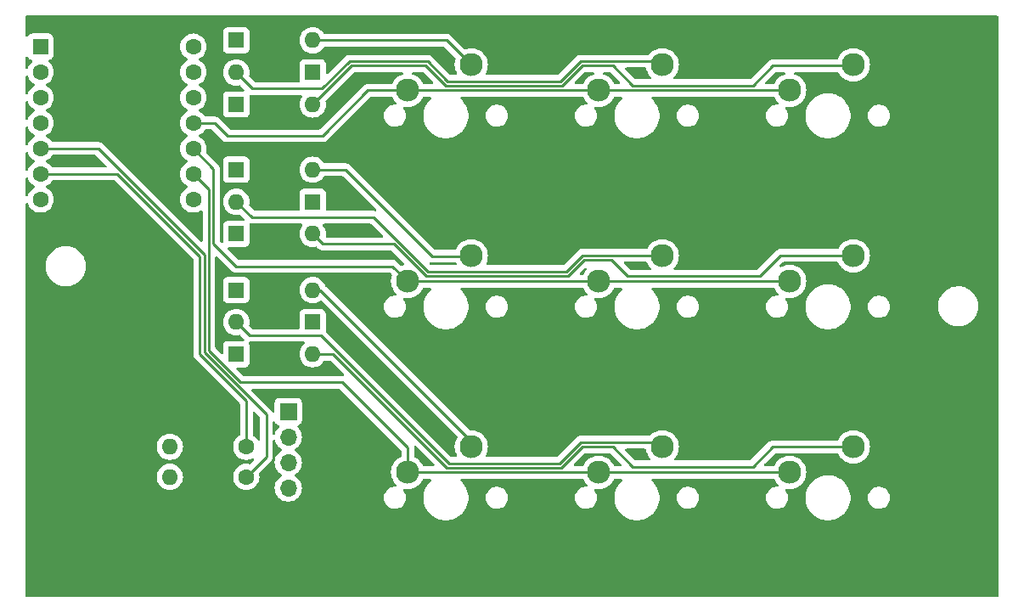
<source format=gbr>
%TF.GenerationSoftware,KiCad,Pcbnew,8.0.5+1*%
%TF.CreationDate,2024-10-20T23:16:08-06:00*%
%TF.ProjectId,Hackpad,4861636b-7061-4642-9e6b-696361645f70,rev?*%
%TF.SameCoordinates,Original*%
%TF.FileFunction,Copper,L2,Bot*%
%TF.FilePolarity,Positive*%
%FSLAX46Y46*%
G04 Gerber Fmt 4.6, Leading zero omitted, Abs format (unit mm)*
G04 Created by KiCad (PCBNEW 8.0.5+1) date 2024-10-20 23:16:08*
%MOMM*%
%LPD*%
G01*
G04 APERTURE LIST*
%TA.AperFunction,ComponentPad*%
%ADD10C,2.300000*%
%TD*%
%TA.AperFunction,ComponentPad*%
%ADD11R,1.600000X1.600000*%
%TD*%
%TA.AperFunction,ComponentPad*%
%ADD12O,1.600000X1.600000*%
%TD*%
%TA.AperFunction,ComponentPad*%
%ADD13C,1.600000*%
%TD*%
%TA.AperFunction,ComponentPad*%
%ADD14R,1.700000X1.700000*%
%TD*%
%TA.AperFunction,ComponentPad*%
%ADD15O,1.700000X1.700000*%
%TD*%
%TA.AperFunction,Conductor*%
%ADD16C,0.250000*%
%TD*%
G04 APERTURE END LIST*
D10*
%TO.P,SW6,1,1*%
%TO.N,Net-(U1-PA7_A8_D8_SCK)*%
X73140000Y-60560000D03*
%TO.P,SW6,2,2*%
%TO.N,Net-(D6-A)*%
X79490000Y-58020000D03*
%TD*%
D11*
%TO.P,D3,1,K*%
%TO.N,column 0*%
X37000000Y-42370000D03*
D12*
%TO.P,D3,2,A*%
%TO.N,Net-(D3-A)*%
X44620000Y-42370000D03*
%TD*%
D10*
%TO.P,SW1,1,1*%
%TO.N,Net-(U1-PA6_A10_D10_MOSI)*%
X54090000Y-22460000D03*
%TO.P,SW1,2,2*%
%TO.N,Net-(D1-A)*%
X60440000Y-19920000D03*
%TD*%
D11*
%TO.P,D2,1,K*%
%TO.N,column 0*%
X37000000Y-30370000D03*
D12*
%TO.P,D2,2,A*%
%TO.N,Net-(D2-A)*%
X44620000Y-30370000D03*
%TD*%
D11*
%TO.P,D4,1,K*%
%TO.N,column 1*%
X44620000Y-20670000D03*
D12*
%TO.P,D4,2,A*%
%TO.N,Net-(D4-A)*%
X37000000Y-20670000D03*
%TD*%
D10*
%TO.P,SW7,1,1*%
%TO.N,Net-(U1-PA6_A10_D10_MOSI)*%
X92190000Y-22460000D03*
%TO.P,SW7,2,2*%
%TO.N,Net-(D7-A)*%
X98540000Y-19920000D03*
%TD*%
D11*
%TO.P,D6,1,K*%
%TO.N,column 1*%
X44620000Y-45570000D03*
D12*
%TO.P,D6,2,A*%
%TO.N,Net-(D6-A)*%
X37000000Y-45570000D03*
%TD*%
D10*
%TO.P,SW2,1,1*%
%TO.N,Net-(U1-PA5_A9_D9_MISO)*%
X54090000Y-41510000D03*
%TO.P,SW2,2,2*%
%TO.N,Net-(D2-A)*%
X60440000Y-38970000D03*
%TD*%
%TO.P,SW5,1,1*%
%TO.N,Net-(U1-PA5_A9_D9_MISO)*%
X73140000Y-41510000D03*
%TO.P,SW5,2,2*%
%TO.N,Net-(D5-A)*%
X79490000Y-38970000D03*
%TD*%
D11*
%TO.P,D8,1,K*%
%TO.N,column 2*%
X37000000Y-36770000D03*
D12*
%TO.P,D8,2,A*%
%TO.N,Net-(D8-A)*%
X44620000Y-36770000D03*
%TD*%
D13*
%TO.P,R1,1*%
%TO.N,Net-(SSD1306-Pin_3)*%
X38000000Y-58000000D03*
D12*
%TO.P,R1,2*%
%TO.N,Net-(SSD1306-Pin_2)*%
X30380000Y-58000000D03*
%TD*%
D10*
%TO.P,SW8,1,1*%
%TO.N,Net-(U1-PA5_A9_D9_MISO)*%
X92190000Y-41510000D03*
%TO.P,SW8,2,2*%
%TO.N,Net-(D8-A)*%
X98540000Y-38970000D03*
%TD*%
D14*
%TO.P,SSD1306,1,Pin_1*%
%TO.N,GND*%
X42190000Y-54500000D03*
D15*
%TO.P,SSD1306,2,Pin_2*%
%TO.N,Net-(SSD1306-Pin_2)*%
X42190000Y-57040000D03*
%TO.P,SSD1306,3,Pin_3*%
%TO.N,Net-(SSD1306-Pin_3)*%
X42190000Y-59580000D03*
%TO.P,SSD1306,4,Pin_4*%
%TO.N,Net-(SSD1306-Pin_4)*%
X42190000Y-62120000D03*
%TD*%
D10*
%TO.P,SW9,1,1*%
%TO.N,Net-(U1-PA7_A8_D8_SCK)*%
X92190000Y-60560000D03*
%TO.P,SW9,2,2*%
%TO.N,Net-(D9-A)*%
X98540000Y-58020000D03*
%TD*%
%TO.P,SW4,1,1*%
%TO.N,Net-(U1-PA6_A10_D10_MOSI)*%
X73140000Y-22460000D03*
%TO.P,SW4,2,2*%
%TO.N,Net-(D4-A)*%
X79490000Y-19920000D03*
%TD*%
D11*
%TO.P,D9,1,K*%
%TO.N,column 2*%
X37000000Y-48770000D03*
D12*
%TO.P,D9,2,A*%
%TO.N,Net-(D9-A)*%
X44620000Y-48770000D03*
%TD*%
D13*
%TO.P,R2,1*%
%TO.N,Net-(SSD1306-Pin_4)*%
X38000000Y-61000000D03*
D12*
%TO.P,R2,2*%
%TO.N,Net-(SSD1306-Pin_2)*%
X30380000Y-61000000D03*
%TD*%
D11*
%TO.P,D7,1,K*%
%TO.N,column 2*%
X37000000Y-23870000D03*
D12*
%TO.P,D7,2,A*%
%TO.N,Net-(D7-A)*%
X44620000Y-23870000D03*
%TD*%
D11*
%TO.P,U1,1,PA02_A0_D0*%
%TO.N,column 0*%
X17480000Y-18105000D03*
D13*
%TO.P,U1,2,PA4_A1_D1*%
%TO.N,column 1*%
X17480000Y-20645000D03*
%TO.P,U1,3,PA10_A2_D2*%
%TO.N,column 2*%
X17480000Y-23185000D03*
%TO.P,U1,4,PA11_A3_D3*%
%TO.N,unconnected-(U1-PA11_A3_D3-Pad4)*%
X17480000Y-25725000D03*
%TO.P,U1,5,PA8_A4_D4_SDA*%
%TO.N,Net-(SSD1306-Pin_4)*%
X17480000Y-28265000D03*
%TO.P,U1,6,PA9_A5_D5_SCL*%
%TO.N,Net-(SSD1306-Pin_3)*%
X17480000Y-30805000D03*
%TO.P,U1,7,PB08_A6_D6_TX*%
%TO.N,unconnected-(U1-PB08_A6_D6_TX-Pad7)*%
X17480000Y-33345000D03*
%TO.P,U1,8,PB09_A7_D7_RX*%
%TO.N,unconnected-(U1-PB09_A7_D7_RX-Pad8)*%
X32720000Y-33345000D03*
%TO.P,U1,9,PA7_A8_D8_SCK*%
%TO.N,Net-(U1-PA7_A8_D8_SCK)*%
X32720000Y-30805000D03*
%TO.P,U1,10,PA5_A9_D9_MISO*%
%TO.N,Net-(U1-PA5_A9_D9_MISO)*%
X32720000Y-28265000D03*
%TO.P,U1,11,PA6_A10_D10_MOSI*%
%TO.N,Net-(U1-PA6_A10_D10_MOSI)*%
X32720000Y-25725000D03*
%TO.P,U1,12,3V3*%
%TO.N,Net-(SSD1306-Pin_2)*%
X32720000Y-23185000D03*
%TO.P,U1,13,GND*%
%TO.N,GND*%
X32720000Y-20645000D03*
%TO.P,U1,14,5V*%
%TO.N,unconnected-(U1-5V-Pad14)*%
X32720000Y-18105000D03*
%TD*%
D11*
%TO.P,D5,1,K*%
%TO.N,column 1*%
X44620000Y-33570000D03*
D12*
%TO.P,D5,2,A*%
%TO.N,Net-(D5-A)*%
X37000000Y-33570000D03*
%TD*%
D11*
%TO.P,D1,1,K*%
%TO.N,column 0*%
X37000000Y-17470000D03*
D12*
%TO.P,D1,2,A*%
%TO.N,Net-(D1-A)*%
X44620000Y-17470000D03*
%TD*%
D10*
%TO.P,SW3,1,1*%
%TO.N,Net-(U1-PA7_A8_D8_SCK)*%
X54090000Y-60560000D03*
%TO.P,SW3,2,2*%
%TO.N,Net-(D3-A)*%
X60440000Y-58020000D03*
%TD*%
D16*
%TO.N,Net-(D1-A)*%
X57990000Y-17470000D02*
X44620000Y-17470000D01*
X60440000Y-19920000D02*
X57990000Y-17470000D01*
%TO.N,Net-(D2-A)*%
X47905000Y-30370000D02*
X44620000Y-30370000D01*
X56535000Y-39000000D02*
X47905000Y-30370000D01*
X60410000Y-39000000D02*
X56535000Y-39000000D01*
%TO.N,Net-(D3-A)*%
X60440000Y-57440000D02*
X45370000Y-42370000D01*
X45370000Y-42370000D02*
X44620000Y-42370000D01*
%TO.N,Net-(D4-A)*%
X69308604Y-21560000D02*
X71318604Y-19550000D01*
X37000000Y-20670000D02*
X38617749Y-22287749D01*
X48303604Y-19550000D02*
X56085000Y-19550000D01*
X45565855Y-22287749D02*
X48303604Y-19550000D01*
X56085000Y-19550000D02*
X58095000Y-21560000D01*
X71318604Y-19550000D02*
X79120000Y-19550000D01*
X38617749Y-22287749D02*
X45565855Y-22287749D01*
X58095000Y-21560000D02*
X69308604Y-21560000D01*
%TO.N,Net-(D5-A)*%
X38550000Y-35120000D02*
X37090000Y-33660000D01*
X56102582Y-40527582D02*
X50695000Y-35120000D01*
X69897418Y-40527582D02*
X56102582Y-40527582D01*
X79430000Y-38910000D02*
X71515000Y-38910000D01*
X71515000Y-38910000D02*
X69897418Y-40527582D01*
X50695000Y-35120000D02*
X38550000Y-35120000D01*
%TO.N,Net-(D6-A)*%
X69208604Y-59660000D02*
X71318604Y-57550000D01*
X45430000Y-46895000D02*
X58195000Y-59660000D01*
X71318604Y-57550000D02*
X79020000Y-57550000D01*
X37000000Y-45570000D02*
X38325000Y-46895000D01*
X38325000Y-46895000D02*
X45430000Y-46895000D01*
X58195000Y-59660000D02*
X69208604Y-59660000D01*
%TO.N,Net-(D7-A)*%
X90505000Y-20000000D02*
X98460000Y-20000000D01*
X71505000Y-20000000D02*
X74535000Y-20000000D01*
X55898604Y-20000000D02*
X57908604Y-22010000D01*
X88505000Y-22000000D02*
X90505000Y-20000000D01*
X48490000Y-20000000D02*
X55898604Y-20000000D01*
X69495000Y-22010000D02*
X71505000Y-20000000D01*
X57908604Y-22010000D02*
X69495000Y-22010000D01*
X74535000Y-20000000D02*
X76535000Y-22000000D01*
X44620000Y-23870000D02*
X48490000Y-20000000D01*
X76535000Y-22000000D02*
X88505000Y-22000000D01*
%TO.N,Net-(D8-A)*%
X55938604Y-41000000D02*
X52713887Y-37775283D01*
X52713887Y-37775283D02*
X45625283Y-37775283D01*
X45625283Y-37775283D02*
X44620000Y-36770000D01*
X76023692Y-41000000D02*
X74383692Y-39360000D01*
X91281155Y-38910000D02*
X89191155Y-41000000D01*
X71701396Y-39360000D02*
X70061396Y-41000000D01*
X70061396Y-41000000D02*
X55938604Y-41000000D01*
X98480000Y-38910000D02*
X91281155Y-38910000D01*
X74383692Y-39360000D02*
X71701396Y-39360000D01*
X89191155Y-41000000D02*
X76023692Y-41000000D01*
%TO.N,Net-(SSD1306-Pin_3)*%
X38000000Y-58000000D02*
X38000000Y-53426427D01*
X33370000Y-48796427D02*
X33370000Y-39006396D01*
X33370000Y-39006396D02*
X25168604Y-30805000D01*
X38000000Y-53426427D02*
X33370000Y-48796427D01*
X25168604Y-30805000D02*
X17480000Y-30805000D01*
%TO.N,Net-(SSD1306-Pin_4)*%
X33820000Y-38820000D02*
X23265000Y-28265000D01*
X40000000Y-54776396D02*
X33820000Y-48596396D01*
X23265000Y-28265000D02*
X17480000Y-28265000D01*
X40000000Y-59000000D02*
X40000000Y-54776396D01*
X38000000Y-61000000D02*
X40000000Y-59000000D01*
X33820000Y-48596396D02*
X33820000Y-38820000D01*
%TO.N,Net-(U1-PA5_A9_D9_MISO)*%
X54090000Y-41510000D02*
X52580000Y-40000000D01*
X36980000Y-40000000D02*
X34720000Y-37740000D01*
X34720000Y-30265000D02*
X32720000Y-28265000D01*
X92190000Y-41510000D02*
X73140000Y-41510000D01*
X34720000Y-37740000D02*
X34720000Y-30265000D01*
X73140000Y-41510000D02*
X54090000Y-41510000D01*
X52580000Y-40000000D02*
X36980000Y-40000000D01*
%TO.N,Net-(U1-PA7_A8_D8_SCK)*%
X92190000Y-60560000D02*
X73140000Y-60560000D01*
X54090000Y-60560000D02*
X73140000Y-60560000D01*
X54090000Y-58090000D02*
X54090000Y-60560000D01*
X34270000Y-48410000D02*
X37430000Y-51570000D01*
X34270000Y-32355000D02*
X34270000Y-48410000D01*
X37430000Y-51570000D02*
X47570000Y-51570000D01*
X47570000Y-51570000D02*
X54090000Y-58090000D01*
X32720000Y-30805000D02*
X34270000Y-32355000D01*
%TO.N,Net-(U1-PA6_A10_D10_MOSI)*%
X34855000Y-25725000D02*
X32720000Y-25725000D01*
X92190000Y-22460000D02*
X73140000Y-22460000D01*
X73140000Y-22460000D02*
X54090000Y-22460000D01*
X36130000Y-27000000D02*
X34855000Y-25725000D01*
X54090000Y-22460000D02*
X50115000Y-22460000D01*
X45575000Y-27000000D02*
X36130000Y-27000000D01*
X50115000Y-22460000D02*
X45575000Y-27000000D01*
%TO.N,Net-(D9-A)*%
X71505000Y-58000000D02*
X69395000Y-60110000D01*
X88505000Y-60000000D02*
X76537264Y-60000000D01*
X74537264Y-58000000D02*
X71505000Y-58000000D01*
X98520000Y-58000000D02*
X90505000Y-58000000D01*
X90505000Y-58000000D02*
X88505000Y-60000000D01*
X46668604Y-48770000D02*
X44620000Y-48770000D01*
X58008604Y-60110000D02*
X46668604Y-48770000D01*
X69395000Y-60110000D02*
X58008604Y-60110000D01*
X76537264Y-60000000D02*
X74537264Y-58000000D01*
%TD*%
%TA.AperFunction,NonConductor*%
G36*
X16205203Y-19123733D02*
G01*
X16222437Y-19145121D01*
X16223796Y-19144104D01*
X16229110Y-19151203D01*
X16229111Y-19151204D01*
X16316739Y-19268261D01*
X16433796Y-19355889D01*
X16527510Y-19390843D01*
X16570793Y-19406987D01*
X16570799Y-19406989D01*
X16585499Y-19408569D01*
X16650048Y-19435305D01*
X16689897Y-19492696D01*
X16692393Y-19562521D01*
X16656742Y-19622611D01*
X16643377Y-19633425D01*
X16643371Y-19633431D01*
X16635696Y-19638805D01*
X16473806Y-19800695D01*
X16473803Y-19800698D01*
X16473802Y-19800700D01*
X16456297Y-19825700D01*
X16342476Y-19988252D01*
X16342475Y-19988254D01*
X16245718Y-20195750D01*
X16245711Y-20195770D01*
X16243774Y-20203001D01*
X16207409Y-20262661D01*
X16144562Y-20293189D01*
X16075186Y-20284894D01*
X16021309Y-20240408D01*
X16000035Y-20173856D01*
X16000000Y-20170906D01*
X16000000Y-19217446D01*
X16019685Y-19150407D01*
X16072489Y-19104652D01*
X16141647Y-19094708D01*
X16205203Y-19123733D01*
G37*
%TD.AperFunction*%
%TA.AperFunction,NonConductor*%
G36*
X77816920Y-20203185D02*
G01*
X77862675Y-20255989D01*
X77870455Y-20278553D01*
X77907794Y-20434084D01*
X78007696Y-20675271D01*
X78144095Y-20897853D01*
X78144098Y-20897858D01*
X78301737Y-21082430D01*
X78313637Y-21096363D01*
X78374342Y-21148210D01*
X78412536Y-21206716D01*
X78413035Y-21276584D01*
X78375681Y-21335631D01*
X78312334Y-21365109D01*
X78293811Y-21366500D01*
X76848766Y-21366500D01*
X76781727Y-21346815D01*
X76761085Y-21330181D01*
X75826085Y-20395181D01*
X75792600Y-20333858D01*
X75797584Y-20264166D01*
X75839456Y-20208233D01*
X75904920Y-20183816D01*
X75913766Y-20183500D01*
X77749881Y-20183500D01*
X77816920Y-20203185D01*
G37*
%TD.AperFunction*%
%TA.AperFunction,NonConductor*%
G36*
X91712847Y-20653185D02*
G01*
X91758602Y-20705989D01*
X91768546Y-20775147D01*
X91739521Y-20838703D01*
X91680743Y-20876477D01*
X91676434Y-20877626D01*
X91675911Y-20877796D01*
X91434728Y-20977696D01*
X91212146Y-21114095D01*
X91212141Y-21114098D01*
X91013637Y-21283637D01*
X90844098Y-21482141D01*
X90844095Y-21482146D01*
X90707696Y-21704728D01*
X90688964Y-21749953D01*
X90645123Y-21804356D01*
X90578828Y-21826421D01*
X90574403Y-21826500D01*
X89873766Y-21826500D01*
X89806727Y-21806815D01*
X89760972Y-21754011D01*
X89751028Y-21684853D01*
X89780053Y-21621297D01*
X89786085Y-21614819D01*
X90731085Y-20669819D01*
X90792408Y-20636334D01*
X90818766Y-20633500D01*
X91645808Y-20633500D01*
X91712847Y-20653185D01*
G37*
%TD.AperFunction*%
%TA.AperFunction,NonConductor*%
G36*
X74288273Y-20653185D02*
G01*
X74308915Y-20669819D01*
X75253915Y-21614819D01*
X75287400Y-21676142D01*
X75282416Y-21745834D01*
X75240544Y-21801767D01*
X75175080Y-21826184D01*
X75166234Y-21826500D01*
X74755597Y-21826500D01*
X74688558Y-21806815D01*
X74642803Y-21754011D01*
X74641036Y-21749953D01*
X74622303Y-21704728D01*
X74510304Y-21521963D01*
X74485903Y-21482144D01*
X74485902Y-21482143D01*
X74485901Y-21482141D01*
X74385946Y-21365109D01*
X74316363Y-21283637D01*
X74207839Y-21190949D01*
X74117858Y-21114098D01*
X74117853Y-21114095D01*
X73895271Y-20977696D01*
X73724147Y-20906815D01*
X73654089Y-20877796D01*
X73654085Y-20877795D01*
X73649456Y-20876291D01*
X73649877Y-20874992D01*
X73594652Y-20843282D01*
X73562489Y-20781256D01*
X73568965Y-20711687D01*
X73612026Y-20656663D01*
X73677998Y-20633655D01*
X73684192Y-20633500D01*
X74221234Y-20633500D01*
X74288273Y-20653185D01*
G37*
%TD.AperFunction*%
%TA.AperFunction,NonConductor*%
G36*
X72662847Y-20653185D02*
G01*
X72708602Y-20705989D01*
X72718546Y-20775147D01*
X72689521Y-20838703D01*
X72630743Y-20876477D01*
X72626434Y-20877626D01*
X72625911Y-20877796D01*
X72384728Y-20977696D01*
X72162146Y-21114095D01*
X72162141Y-21114098D01*
X71963637Y-21283637D01*
X71794098Y-21482141D01*
X71794095Y-21482146D01*
X71657696Y-21704728D01*
X71638964Y-21749953D01*
X71595123Y-21804356D01*
X71528828Y-21826421D01*
X71524403Y-21826500D01*
X70873766Y-21826500D01*
X70806727Y-21806815D01*
X70760972Y-21754011D01*
X70751028Y-21684853D01*
X70780053Y-21621297D01*
X70786085Y-21614819D01*
X71731085Y-20669819D01*
X71792408Y-20636334D01*
X71818766Y-20633500D01*
X72595808Y-20633500D01*
X72662847Y-20653185D01*
G37*
%TD.AperFunction*%
%TA.AperFunction,NonConductor*%
G36*
X55651877Y-20653185D02*
G01*
X55672519Y-20669819D01*
X56617519Y-21614819D01*
X56651004Y-21676142D01*
X56646020Y-21745834D01*
X56604148Y-21801767D01*
X56538684Y-21826184D01*
X56529838Y-21826500D01*
X55705597Y-21826500D01*
X55638558Y-21806815D01*
X55592803Y-21754011D01*
X55591036Y-21749953D01*
X55572303Y-21704728D01*
X55460304Y-21521963D01*
X55435903Y-21482144D01*
X55435902Y-21482143D01*
X55435901Y-21482141D01*
X55335946Y-21365109D01*
X55266363Y-21283637D01*
X55157839Y-21190949D01*
X55067858Y-21114098D01*
X55067853Y-21114095D01*
X54845271Y-20977696D01*
X54674147Y-20906815D01*
X54604089Y-20877796D01*
X54604085Y-20877795D01*
X54599456Y-20876291D01*
X54599877Y-20874992D01*
X54544652Y-20843282D01*
X54512489Y-20781256D01*
X54518965Y-20711687D01*
X54562026Y-20656663D01*
X54627998Y-20633655D01*
X54634192Y-20633500D01*
X55584838Y-20633500D01*
X55651877Y-20653185D01*
G37*
%TD.AperFunction*%
%TA.AperFunction,NonConductor*%
G36*
X16205203Y-21025380D02*
G01*
X16242977Y-21084158D01*
X16243775Y-21087001D01*
X16245712Y-21094233D01*
X16245718Y-21094249D01*
X16306620Y-21224853D01*
X16342477Y-21301749D01*
X16473802Y-21489300D01*
X16635700Y-21651198D01*
X16782532Y-21754011D01*
X16823251Y-21782523D01*
X16866345Y-21802618D01*
X16918784Y-21848791D01*
X16937936Y-21915984D01*
X16917720Y-21982865D01*
X16866345Y-22027382D01*
X16823251Y-22047476D01*
X16698126Y-22135090D01*
X16635700Y-22178802D01*
X16635698Y-22178803D01*
X16635695Y-22178806D01*
X16473806Y-22340695D01*
X16342476Y-22528252D01*
X16342475Y-22528254D01*
X16245718Y-22735750D01*
X16245711Y-22735770D01*
X16243774Y-22743001D01*
X16207409Y-22802661D01*
X16144562Y-22833189D01*
X16075186Y-22824894D01*
X16021309Y-22780408D01*
X16000035Y-22713856D01*
X16000000Y-22710906D01*
X16000000Y-21119093D01*
X16019685Y-21052054D01*
X16072489Y-21006299D01*
X16141647Y-20996355D01*
X16205203Y-21025380D01*
G37*
%TD.AperFunction*%
%TA.AperFunction,NonConductor*%
G36*
X16205203Y-23565380D02*
G01*
X16242977Y-23624158D01*
X16243775Y-23627001D01*
X16245712Y-23634233D01*
X16245718Y-23634249D01*
X16342475Y-23841745D01*
X16342477Y-23841749D01*
X16473802Y-24029300D01*
X16635700Y-24191198D01*
X16818560Y-24319238D01*
X16823251Y-24322523D01*
X16866345Y-24342618D01*
X16918784Y-24388791D01*
X16937936Y-24455984D01*
X16917720Y-24522865D01*
X16866345Y-24567382D01*
X16823251Y-24587476D01*
X16698126Y-24675090D01*
X16635700Y-24718802D01*
X16635698Y-24718803D01*
X16635695Y-24718806D01*
X16473806Y-24880695D01*
X16342476Y-25068252D01*
X16342475Y-25068254D01*
X16245718Y-25275750D01*
X16245711Y-25275770D01*
X16243774Y-25283001D01*
X16207409Y-25342661D01*
X16144562Y-25373189D01*
X16075186Y-25364894D01*
X16021309Y-25320408D01*
X16000035Y-25253856D01*
X16000000Y-25250906D01*
X16000000Y-23659093D01*
X16019685Y-23592054D01*
X16072489Y-23546299D01*
X16141647Y-23536355D01*
X16205203Y-23565380D01*
G37*
%TD.AperFunction*%
%TA.AperFunction,NonConductor*%
G36*
X16205203Y-26105380D02*
G01*
X16242977Y-26164158D01*
X16243775Y-26167001D01*
X16245712Y-26174233D01*
X16245718Y-26174249D01*
X16340815Y-26378185D01*
X16342477Y-26381749D01*
X16473802Y-26569300D01*
X16635700Y-26731198D01*
X16823251Y-26862523D01*
X16866345Y-26882618D01*
X16918784Y-26928791D01*
X16937936Y-26995984D01*
X16917720Y-27062865D01*
X16866345Y-27107382D01*
X16823251Y-27127476D01*
X16711112Y-27205998D01*
X16635700Y-27258802D01*
X16635698Y-27258803D01*
X16635695Y-27258806D01*
X16473806Y-27420695D01*
X16473803Y-27420698D01*
X16473802Y-27420700D01*
X16423827Y-27492072D01*
X16342476Y-27608252D01*
X16342475Y-27608254D01*
X16245718Y-27815750D01*
X16245711Y-27815770D01*
X16243774Y-27823001D01*
X16207409Y-27882661D01*
X16144562Y-27913189D01*
X16075186Y-27904894D01*
X16021309Y-27860408D01*
X16000035Y-27793856D01*
X16000000Y-27790906D01*
X16000000Y-26199093D01*
X16019685Y-26132054D01*
X16072489Y-26086299D01*
X16141647Y-26076355D01*
X16205203Y-26105380D01*
G37*
%TD.AperFunction*%
%TA.AperFunction,NonConductor*%
G36*
X23018273Y-28918185D02*
G01*
X23038915Y-28934819D01*
X24063915Y-29959819D01*
X24097400Y-30021142D01*
X24092416Y-30090834D01*
X24050544Y-30146767D01*
X23985080Y-30171184D01*
X23976234Y-30171500D01*
X18698352Y-30171500D01*
X18631313Y-30151815D01*
X18596779Y-30118626D01*
X18486198Y-29960700D01*
X18324300Y-29798802D01*
X18136749Y-29667477D01*
X18093655Y-29647382D01*
X18041215Y-29601210D01*
X18022063Y-29534017D01*
X18042278Y-29467136D01*
X18093655Y-29422618D01*
X18096882Y-29421112D01*
X18136749Y-29402523D01*
X18324300Y-29271198D01*
X18486198Y-29109300D01*
X18596779Y-28951374D01*
X18651354Y-28907751D01*
X18698352Y-28898500D01*
X22951234Y-28898500D01*
X23018273Y-28918185D01*
G37*
%TD.AperFunction*%
%TA.AperFunction,NonConductor*%
G36*
X16205203Y-28645380D02*
G01*
X16242977Y-28704158D01*
X16243775Y-28707001D01*
X16245712Y-28714233D01*
X16245718Y-28714249D01*
X16340815Y-28918185D01*
X16342477Y-28921749D01*
X16473802Y-29109300D01*
X16635700Y-29271198D01*
X16767952Y-29363802D01*
X16823251Y-29402523D01*
X16866345Y-29422618D01*
X16918784Y-29468791D01*
X16937936Y-29535984D01*
X16917720Y-29602865D01*
X16866345Y-29647382D01*
X16823251Y-29667476D01*
X16752789Y-29716815D01*
X16635700Y-29798802D01*
X16635698Y-29798803D01*
X16635695Y-29798806D01*
X16473806Y-29960695D01*
X16473803Y-29960698D01*
X16473802Y-29960700D01*
X16431480Y-30021142D01*
X16342476Y-30148252D01*
X16342475Y-30148254D01*
X16245718Y-30355750D01*
X16245711Y-30355770D01*
X16243774Y-30363001D01*
X16207409Y-30422661D01*
X16144562Y-30453189D01*
X16075186Y-30444894D01*
X16021309Y-30400408D01*
X16000035Y-30333856D01*
X16000000Y-30330906D01*
X16000000Y-28739093D01*
X16019685Y-28672054D01*
X16072489Y-28626299D01*
X16141647Y-28616355D01*
X16205203Y-28645380D01*
G37*
%TD.AperFunction*%
%TA.AperFunction,NonConductor*%
G36*
X16205203Y-31185380D02*
G01*
X16242977Y-31244158D01*
X16243775Y-31247001D01*
X16245712Y-31254233D01*
X16245718Y-31254249D01*
X16340815Y-31458185D01*
X16342477Y-31461749D01*
X16473802Y-31649300D01*
X16635700Y-31811198D01*
X16823251Y-31942523D01*
X16866345Y-31962618D01*
X16918784Y-32008791D01*
X16937936Y-32075984D01*
X16917720Y-32142865D01*
X16866345Y-32187382D01*
X16823251Y-32207476D01*
X16698126Y-32295090D01*
X16635700Y-32338802D01*
X16635698Y-32338803D01*
X16635695Y-32338806D01*
X16473806Y-32500695D01*
X16473803Y-32500698D01*
X16473802Y-32500700D01*
X16429615Y-32563806D01*
X16342476Y-32688252D01*
X16342475Y-32688254D01*
X16245718Y-32895750D01*
X16245711Y-32895770D01*
X16243774Y-32903001D01*
X16207409Y-32962661D01*
X16144562Y-32993189D01*
X16075186Y-32984894D01*
X16021309Y-32940408D01*
X16000035Y-32873856D01*
X16000000Y-32870906D01*
X16000000Y-31279093D01*
X16019685Y-31212054D01*
X16072489Y-31166299D01*
X16141647Y-31156355D01*
X16205203Y-31185380D01*
G37*
%TD.AperFunction*%
%TA.AperFunction,NonConductor*%
G36*
X50448273Y-35773185D02*
G01*
X50468915Y-35789819D01*
X51609198Y-36930102D01*
X51642683Y-36991425D01*
X51637699Y-37061117D01*
X51595827Y-37117050D01*
X51530363Y-37141467D01*
X51521517Y-37141783D01*
X46035983Y-37141783D01*
X45968944Y-37122098D01*
X45923189Y-37069294D01*
X45913734Y-37003539D01*
X45913071Y-37003481D01*
X45913318Y-37000649D01*
X45913245Y-37000136D01*
X45913506Y-36998498D01*
X45913542Y-36998089D01*
X45913543Y-36998087D01*
X45933498Y-36770000D01*
X45913543Y-36541913D01*
X45854284Y-36320757D01*
X45757523Y-36113251D01*
X45642248Y-35948622D01*
X45619921Y-35882418D01*
X45636931Y-35814651D01*
X45687878Y-35766837D01*
X45743823Y-35753500D01*
X50381234Y-35753500D01*
X50448273Y-35773185D01*
G37*
%TD.AperFunction*%
%TA.AperFunction,NonConductor*%
G36*
X56413895Y-39621821D02*
G01*
X56472604Y-39633499D01*
X56472605Y-39633500D01*
X56472606Y-39633500D01*
X58836830Y-39633500D01*
X58903869Y-39653185D01*
X58949624Y-39705989D01*
X58951393Y-39710052D01*
X58956604Y-39722634D01*
X58964070Y-39792104D01*
X58932792Y-39854582D01*
X58872702Y-39890232D01*
X58842041Y-39894082D01*
X56416349Y-39894082D01*
X56349310Y-39874397D01*
X56328668Y-39857763D01*
X56302025Y-39831120D01*
X56268540Y-39769797D01*
X56273524Y-39700105D01*
X56315396Y-39644172D01*
X56380860Y-39619755D01*
X56413895Y-39621821D01*
G37*
%TD.AperFunction*%
%TA.AperFunction,NonConductor*%
G36*
X38451664Y-35746350D02*
G01*
X38487604Y-35753499D01*
X38487605Y-35753500D01*
X38487606Y-35753500D01*
X43496177Y-35753500D01*
X43563216Y-35773185D01*
X43608971Y-35825989D01*
X43618915Y-35895147D01*
X43597751Y-35948622D01*
X43551524Y-36014641D01*
X43482481Y-36113244D01*
X43482475Y-36113254D01*
X43385718Y-36320750D01*
X43385714Y-36320761D01*
X43326457Y-36541910D01*
X43326456Y-36541918D01*
X43306502Y-36769998D01*
X43306502Y-36770001D01*
X43326456Y-36998081D01*
X43326457Y-36998089D01*
X43385714Y-37219238D01*
X43385718Y-37219249D01*
X43482236Y-37426233D01*
X43482477Y-37426749D01*
X43613802Y-37614300D01*
X43775700Y-37776198D01*
X43963251Y-37907523D01*
X44018445Y-37933260D01*
X44170750Y-38004281D01*
X44170752Y-38004281D01*
X44170757Y-38004284D01*
X44391913Y-38063543D01*
X44554832Y-38077796D01*
X44619998Y-38083498D01*
X44620000Y-38083498D01*
X44620002Y-38083498D01*
X44679013Y-38078335D01*
X44848087Y-38063543D01*
X44912657Y-38046241D01*
X44982506Y-38047904D01*
X45032431Y-38078335D01*
X45221446Y-38267351D01*
X45221450Y-38267354D01*
X45325201Y-38336679D01*
X45325207Y-38336682D01*
X45325208Y-38336683D01*
X45440498Y-38384438D01*
X45562884Y-38408782D01*
X45562888Y-38408783D01*
X45562889Y-38408783D01*
X45687677Y-38408783D01*
X52400121Y-38408783D01*
X52467160Y-38428468D01*
X52487802Y-38445102D01*
X53737538Y-39694838D01*
X53771023Y-39756161D01*
X53766039Y-39825853D01*
X53724167Y-39881786D01*
X53678804Y-39903093D01*
X53575915Y-39927794D01*
X53530685Y-39946529D01*
X53461215Y-39953997D01*
X53398736Y-39922721D01*
X53395552Y-39919648D01*
X52983836Y-39507931D01*
X52983832Y-39507928D01*
X52880081Y-39438603D01*
X52880072Y-39438598D01*
X52764785Y-39390845D01*
X52764777Y-39390843D01*
X52642398Y-39366500D01*
X52642394Y-39366500D01*
X37293767Y-39366500D01*
X37226728Y-39346815D01*
X37206086Y-39330181D01*
X36166086Y-38290181D01*
X36132601Y-38228858D01*
X36137585Y-38159166D01*
X36179457Y-38103233D01*
X36244921Y-38078816D01*
X36253767Y-38078500D01*
X37848638Y-38078500D01*
X37848654Y-38078499D01*
X37875692Y-38075591D01*
X37909201Y-38071989D01*
X38046204Y-38020889D01*
X38163261Y-37933261D01*
X38250889Y-37816204D01*
X38301989Y-37679201D01*
X38306314Y-37638971D01*
X38308499Y-37618654D01*
X38308500Y-37618637D01*
X38308500Y-35921362D01*
X38308499Y-35921348D01*
X38304185Y-35881225D01*
X38316589Y-35812465D01*
X38364199Y-35761327D01*
X38431898Y-35744047D01*
X38451664Y-35746350D01*
G37*
%TD.AperFunction*%
%TA.AperFunction,NonConductor*%
G36*
X77916590Y-39563185D02*
G01*
X77962345Y-39615989D01*
X77964112Y-39620048D01*
X78007694Y-39725267D01*
X78007696Y-39725270D01*
X78144095Y-39947853D01*
X78144098Y-39947858D01*
X78313637Y-40146363D01*
X78315801Y-40148211D01*
X78316395Y-40149121D01*
X78317082Y-40149808D01*
X78316937Y-40149952D01*
X78353993Y-40206718D01*
X78354491Y-40276586D01*
X78317137Y-40335632D01*
X78253790Y-40365109D01*
X78235268Y-40366500D01*
X76337458Y-40366500D01*
X76270419Y-40346815D01*
X76249777Y-40330181D01*
X75674777Y-39755181D01*
X75641292Y-39693858D01*
X75646276Y-39624166D01*
X75688148Y-39568233D01*
X75753612Y-39543816D01*
X75762458Y-39543500D01*
X77849551Y-39543500D01*
X77916590Y-39563185D01*
G37*
%TD.AperFunction*%
%TA.AperFunction,NonConductor*%
G36*
X71852922Y-40206890D02*
G01*
X71908856Y-40248761D01*
X71933273Y-40314226D01*
X71918421Y-40382499D01*
X71903880Y-40403603D01*
X71794097Y-40532142D01*
X71794095Y-40532146D01*
X71657696Y-40754728D01*
X71638964Y-40799953D01*
X71595123Y-40854356D01*
X71528828Y-40876421D01*
X71524403Y-40876500D01*
X71380162Y-40876500D01*
X71313123Y-40856815D01*
X71267368Y-40804011D01*
X71257424Y-40734853D01*
X71286449Y-40671297D01*
X71292481Y-40664819D01*
X71504997Y-40452303D01*
X71721910Y-40235389D01*
X71783231Y-40201906D01*
X71852922Y-40206890D01*
G37*
%TD.AperFunction*%
%TA.AperFunction,NonConductor*%
G36*
X43785508Y-47548185D02*
G01*
X43831263Y-47600989D01*
X43841207Y-47670147D01*
X43812182Y-47733703D01*
X43789597Y-47754070D01*
X43775700Y-47763802D01*
X43775696Y-47763805D01*
X43613806Y-47925695D01*
X43482476Y-48113252D01*
X43482475Y-48113254D01*
X43385718Y-48320750D01*
X43385714Y-48320761D01*
X43326457Y-48541910D01*
X43326456Y-48541918D01*
X43306502Y-48769998D01*
X43306502Y-48770001D01*
X43326456Y-48998081D01*
X43326457Y-48998089D01*
X43385714Y-49219238D01*
X43385718Y-49219249D01*
X43480815Y-49423185D01*
X43482477Y-49426749D01*
X43613802Y-49614300D01*
X43775700Y-49776198D01*
X43963251Y-49907523D01*
X44018445Y-49933260D01*
X44170750Y-50004281D01*
X44170752Y-50004281D01*
X44170757Y-50004284D01*
X44391913Y-50063543D01*
X44554832Y-50077796D01*
X44619998Y-50083498D01*
X44620000Y-50083498D01*
X44620002Y-50083498D01*
X44677139Y-50078499D01*
X44848087Y-50063543D01*
X45069243Y-50004284D01*
X45276749Y-49907523D01*
X45464300Y-49776198D01*
X45626198Y-49614300D01*
X45736779Y-49456374D01*
X45791354Y-49412751D01*
X45838352Y-49403500D01*
X46354838Y-49403500D01*
X46421877Y-49423185D01*
X46442519Y-49439819D01*
X47727666Y-50724966D01*
X47761151Y-50786289D01*
X47756167Y-50855981D01*
X47714295Y-50911914D01*
X47648831Y-50936331D01*
X47638486Y-50936194D01*
X47638486Y-50936500D01*
X37743766Y-50936500D01*
X37676727Y-50916815D01*
X37656085Y-50900181D01*
X37046085Y-50290181D01*
X37012600Y-50228858D01*
X37017584Y-50159166D01*
X37059456Y-50103233D01*
X37124920Y-50078816D01*
X37133766Y-50078500D01*
X37848638Y-50078500D01*
X37848654Y-50078499D01*
X37875692Y-50075591D01*
X37909201Y-50071989D01*
X38046204Y-50020889D01*
X38163261Y-49933261D01*
X38250889Y-49816204D01*
X38301989Y-49679201D01*
X38305591Y-49645692D01*
X38308499Y-49618654D01*
X38308500Y-49618637D01*
X38308500Y-47921362D01*
X38308499Y-47921345D01*
X38305157Y-47890270D01*
X38301989Y-47860799D01*
X38250889Y-47723796D01*
X38250888Y-47723793D01*
X38246637Y-47716008D01*
X38248697Y-47714883D01*
X38228729Y-47661346D01*
X38243581Y-47593073D01*
X38292986Y-47543668D01*
X38352413Y-47528500D01*
X43718469Y-47528500D01*
X43785508Y-47548185D01*
G37*
%TD.AperFunction*%
%TA.AperFunction,NonConductor*%
G36*
X40838703Y-55504457D02*
G01*
X40873681Y-55554836D01*
X40889110Y-55596203D01*
X40911140Y-55625632D01*
X40976739Y-55713261D01*
X41093796Y-55800889D01*
X41145737Y-55820262D01*
X41211595Y-55844827D01*
X41267528Y-55886699D01*
X41291944Y-55952163D01*
X41277092Y-56020436D01*
X41259490Y-56044991D01*
X41114279Y-56202730D01*
X41114276Y-56202734D01*
X40991140Y-56391207D01*
X40900703Y-56597385D01*
X40877706Y-56688200D01*
X40842166Y-56748356D01*
X40779746Y-56779748D01*
X40710262Y-56772410D01*
X40655777Y-56728671D01*
X40633588Y-56662418D01*
X40633500Y-56657760D01*
X40633500Y-55598170D01*
X40653185Y-55531131D01*
X40705989Y-55485376D01*
X40775147Y-55475432D01*
X40838703Y-55504457D01*
G37*
%TD.AperFunction*%
%TA.AperFunction,NonConductor*%
G36*
X38838703Y-54511449D02*
G01*
X38845181Y-54517481D01*
X39330181Y-55002481D01*
X39363666Y-55063804D01*
X39366500Y-55090162D01*
X39366500Y-57277076D01*
X39346815Y-57344115D01*
X39294011Y-57389870D01*
X39224853Y-57399814D01*
X39161297Y-57370789D01*
X39141633Y-57346981D01*
X39140628Y-57347686D01*
X39127212Y-57328526D01*
X39006198Y-57155700D01*
X38844300Y-56993802D01*
X38788644Y-56954831D01*
X38686376Y-56883221D01*
X38642751Y-56828644D01*
X38633500Y-56781647D01*
X38633500Y-54605162D01*
X38653185Y-54538123D01*
X38705989Y-54492368D01*
X38775147Y-54482424D01*
X38838703Y-54511449D01*
G37*
%TD.AperFunction*%
%TA.AperFunction,NonConductor*%
G36*
X77792912Y-58203185D02*
G01*
X77838667Y-58255989D01*
X77846447Y-58278552D01*
X77846853Y-58280246D01*
X77846854Y-58280249D01*
X77907796Y-58534089D01*
X77907797Y-58534091D01*
X78007696Y-58775271D01*
X78144095Y-58997853D01*
X78144103Y-58997865D01*
X78284261Y-59161969D01*
X78312832Y-59225730D01*
X78302395Y-59294816D01*
X78256264Y-59347291D01*
X78189971Y-59366500D01*
X76851030Y-59366500D01*
X76783991Y-59346815D01*
X76763349Y-59330181D01*
X75828349Y-58395181D01*
X75794864Y-58333858D01*
X75799848Y-58264166D01*
X75841720Y-58208233D01*
X75907184Y-58183816D01*
X75916030Y-58183500D01*
X77725873Y-58183500D01*
X77792912Y-58203185D01*
G37*
%TD.AperFunction*%
%TA.AperFunction,NonConductor*%
G36*
X74290537Y-58653185D02*
G01*
X74311179Y-58669819D01*
X75356179Y-59714819D01*
X75389664Y-59776142D01*
X75384680Y-59845834D01*
X75342808Y-59901767D01*
X75277344Y-59926184D01*
X75268498Y-59926500D01*
X74755597Y-59926500D01*
X74688558Y-59906815D01*
X74642803Y-59854011D01*
X74641036Y-59849953D01*
X74622303Y-59804728D01*
X74498196Y-59602204D01*
X74485903Y-59582144D01*
X74485902Y-59582143D01*
X74485901Y-59582141D01*
X74333614Y-59403836D01*
X74316363Y-59383637D01*
X74148796Y-59240522D01*
X74117858Y-59214098D01*
X74117853Y-59214095D01*
X73895271Y-59077696D01*
X73654091Y-58977797D01*
X73654089Y-58977796D01*
X73480445Y-58936107D01*
X73400250Y-58916854D01*
X73140000Y-58896372D01*
X72879749Y-58916854D01*
X72746579Y-58948826D01*
X72625911Y-58977796D01*
X72625909Y-58977796D01*
X72625908Y-58977797D01*
X72384728Y-59077696D01*
X72162146Y-59214095D01*
X72162141Y-59214098D01*
X71963637Y-59383637D01*
X71794098Y-59582141D01*
X71794095Y-59582146D01*
X71657696Y-59804728D01*
X71638964Y-59849953D01*
X71595123Y-59904356D01*
X71528828Y-59926421D01*
X71524403Y-59926500D01*
X70773766Y-59926500D01*
X70706727Y-59906815D01*
X70660972Y-59854011D01*
X70651028Y-59784853D01*
X70680053Y-59721297D01*
X70686085Y-59714819D01*
X71160383Y-59240522D01*
X71731086Y-58669819D01*
X71792409Y-58636334D01*
X71818767Y-58633500D01*
X74223498Y-58633500D01*
X74290537Y-58653185D01*
G37*
%TD.AperFunction*%
%TA.AperFunction,NonConductor*%
G36*
X54918954Y-57918777D02*
G01*
X54935033Y-57932334D01*
X56717518Y-59714819D01*
X56751003Y-59776142D01*
X56746019Y-59845834D01*
X56704147Y-59901767D01*
X56638683Y-59926184D01*
X56629837Y-59926500D01*
X55705597Y-59926500D01*
X55638558Y-59906815D01*
X55592803Y-59854011D01*
X55591036Y-59849953D01*
X55572303Y-59804728D01*
X55448196Y-59602204D01*
X55435903Y-59582144D01*
X55435902Y-59582143D01*
X55435901Y-59582141D01*
X55283614Y-59403836D01*
X55266363Y-59383637D01*
X55098796Y-59240522D01*
X55067858Y-59214098D01*
X55067853Y-59214095D01*
X54845274Y-59077698D01*
X54800045Y-59058963D01*
X54745642Y-59015121D01*
X54723579Y-58948826D01*
X54723500Y-58944403D01*
X54723500Y-58021514D01*
X54725976Y-58021514D01*
X54736954Y-57963549D01*
X54785007Y-57912828D01*
X54852854Y-57896137D01*
X54918954Y-57918777D01*
G37*
%TD.AperFunction*%
%TA.AperFunction,NonConductor*%
G36*
X112943039Y-15019685D02*
G01*
X112988794Y-15072489D01*
X113000000Y-15124000D01*
X113000000Y-72876000D01*
X112980315Y-72943039D01*
X112927511Y-72988794D01*
X112876000Y-73000000D01*
X16124000Y-73000000D01*
X16056961Y-72980315D01*
X16011206Y-72927511D01*
X16000000Y-72876000D01*
X16000000Y-60999998D01*
X29066502Y-60999998D01*
X29066502Y-61000001D01*
X29086456Y-61228081D01*
X29086457Y-61228089D01*
X29145714Y-61449238D01*
X29145718Y-61449249D01*
X29223937Y-61616990D01*
X29242477Y-61656749D01*
X29373802Y-61844300D01*
X29535700Y-62006198D01*
X29723251Y-62137523D01*
X29838819Y-62191413D01*
X29930750Y-62234281D01*
X29930752Y-62234281D01*
X29930757Y-62234284D01*
X30151913Y-62293543D01*
X30314832Y-62307796D01*
X30379998Y-62313498D01*
X30380000Y-62313498D01*
X30380002Y-62313498D01*
X30437021Y-62308509D01*
X30608087Y-62293543D01*
X30829243Y-62234284D01*
X31036749Y-62137523D01*
X31224300Y-62006198D01*
X31386198Y-61844300D01*
X31517523Y-61656749D01*
X31614284Y-61449243D01*
X31673543Y-61228087D01*
X31693498Y-61000000D01*
X31690886Y-60970150D01*
X31684224Y-60894001D01*
X31673543Y-60771913D01*
X31614284Y-60550757D01*
X31517523Y-60343251D01*
X31386198Y-60155700D01*
X31224300Y-59993802D01*
X31036749Y-59862477D01*
X31036745Y-59862475D01*
X30829249Y-59765718D01*
X30829238Y-59765714D01*
X30608089Y-59706457D01*
X30608081Y-59706456D01*
X30380002Y-59686502D01*
X30379998Y-59686502D01*
X30151918Y-59706456D01*
X30151910Y-59706457D01*
X29930761Y-59765714D01*
X29930750Y-59765718D01*
X29723254Y-59862475D01*
X29723252Y-59862476D01*
X29723251Y-59862477D01*
X29535700Y-59993802D01*
X29535698Y-59993803D01*
X29535695Y-59993806D01*
X29373806Y-60155695D01*
X29242476Y-60343252D01*
X29242475Y-60343254D01*
X29145718Y-60550750D01*
X29145714Y-60550761D01*
X29086457Y-60771910D01*
X29086456Y-60771918D01*
X29066502Y-60999998D01*
X16000000Y-60999998D01*
X16000000Y-57999998D01*
X29066502Y-57999998D01*
X29066502Y-58000001D01*
X29086456Y-58228081D01*
X29086457Y-58228089D01*
X29145714Y-58449238D01*
X29145718Y-58449249D01*
X29205335Y-58577097D01*
X29242477Y-58656749D01*
X29373802Y-58844300D01*
X29535700Y-59006198D01*
X29723251Y-59137523D01*
X29848091Y-59195736D01*
X29930750Y-59234281D01*
X29930752Y-59234281D01*
X29930757Y-59234284D01*
X30151913Y-59293543D01*
X30314832Y-59307796D01*
X30379998Y-59313498D01*
X30380000Y-59313498D01*
X30380002Y-59313498D01*
X30437021Y-59308509D01*
X30608087Y-59293543D01*
X30829243Y-59234284D01*
X31036749Y-59137523D01*
X31224300Y-59006198D01*
X31386198Y-58844300D01*
X31517523Y-58656749D01*
X31614284Y-58449243D01*
X31673543Y-58228087D01*
X31693498Y-58000000D01*
X31673543Y-57771913D01*
X31614284Y-57550757D01*
X31517523Y-57343251D01*
X31386198Y-57155700D01*
X31224300Y-56993802D01*
X31036749Y-56862477D01*
X31036745Y-56862475D01*
X30829249Y-56765718D01*
X30829238Y-56765714D01*
X30608089Y-56706457D01*
X30608081Y-56706456D01*
X30380002Y-56686502D01*
X30379998Y-56686502D01*
X30151918Y-56706456D01*
X30151910Y-56706457D01*
X29930761Y-56765714D01*
X29930750Y-56765718D01*
X29723254Y-56862475D01*
X29723252Y-56862476D01*
X29653632Y-56911225D01*
X29535700Y-56993802D01*
X29535698Y-56993803D01*
X29535695Y-56993806D01*
X29373806Y-57155695D01*
X29242476Y-57343252D01*
X29242475Y-57343254D01*
X29145718Y-57550750D01*
X29145714Y-57550761D01*
X29086457Y-57771910D01*
X29086456Y-57771918D01*
X29066502Y-57999998D01*
X16000000Y-57999998D01*
X16000000Y-39868872D01*
X17999500Y-39868872D01*
X17999500Y-40131127D01*
X18023828Y-40315903D01*
X18033730Y-40391116D01*
X18098711Y-40633628D01*
X18101602Y-40644418D01*
X18101605Y-40644428D01*
X18201953Y-40886690D01*
X18201958Y-40886700D01*
X18333075Y-41113803D01*
X18492718Y-41321851D01*
X18492726Y-41321860D01*
X18678140Y-41507274D01*
X18678148Y-41507281D01*
X18886196Y-41666924D01*
X19113299Y-41798041D01*
X19113309Y-41798046D01*
X19355571Y-41898394D01*
X19355581Y-41898398D01*
X19608884Y-41966270D01*
X19868880Y-42000500D01*
X19868887Y-42000500D01*
X20131113Y-42000500D01*
X20131120Y-42000500D01*
X20391116Y-41966270D01*
X20644419Y-41898398D01*
X20821340Y-41825114D01*
X20886690Y-41798046D01*
X20886691Y-41798045D01*
X20886697Y-41798043D01*
X21113803Y-41666924D01*
X21321851Y-41507282D01*
X21321855Y-41507277D01*
X21321860Y-41507274D01*
X21507274Y-41321860D01*
X21507277Y-41321855D01*
X21507282Y-41321851D01*
X21666924Y-41113803D01*
X21798043Y-40886697D01*
X21802300Y-40876421D01*
X21898394Y-40644428D01*
X21898398Y-40644419D01*
X21966270Y-40391116D01*
X22000500Y-40131120D01*
X22000500Y-39868880D01*
X21966270Y-39608884D01*
X21898398Y-39355581D01*
X21862452Y-39268800D01*
X21798046Y-39113309D01*
X21798041Y-39113299D01*
X21666924Y-38886196D01*
X21507281Y-38678148D01*
X21507274Y-38678140D01*
X21321860Y-38492726D01*
X21321851Y-38492718D01*
X21113803Y-38333075D01*
X20886700Y-38201958D01*
X20886690Y-38201953D01*
X20644428Y-38101605D01*
X20644421Y-38101603D01*
X20644419Y-38101602D01*
X20391116Y-38033730D01*
X20333339Y-38026123D01*
X20131127Y-37999500D01*
X20131120Y-37999500D01*
X19868880Y-37999500D01*
X19868872Y-37999500D01*
X19637772Y-38029926D01*
X19608884Y-38033730D01*
X19355581Y-38101602D01*
X19355571Y-38101605D01*
X19113309Y-38201953D01*
X19113299Y-38201958D01*
X18886196Y-38333075D01*
X18678148Y-38492718D01*
X18492718Y-38678148D01*
X18333075Y-38886196D01*
X18201958Y-39113299D01*
X18201953Y-39113309D01*
X18101605Y-39355571D01*
X18101602Y-39355581D01*
X18044623Y-39568233D01*
X18033730Y-39608885D01*
X17999500Y-39868872D01*
X16000000Y-39868872D01*
X16000000Y-33819093D01*
X16019685Y-33752054D01*
X16072489Y-33706299D01*
X16141647Y-33696355D01*
X16205203Y-33725380D01*
X16242977Y-33784158D01*
X16243775Y-33787001D01*
X16245712Y-33794233D01*
X16245718Y-33794249D01*
X16333468Y-33982430D01*
X16342477Y-34001749D01*
X16473802Y-34189300D01*
X16635700Y-34351198D01*
X16823251Y-34482523D01*
X16944033Y-34538844D01*
X17030750Y-34579281D01*
X17030752Y-34579281D01*
X17030757Y-34579284D01*
X17251913Y-34638543D01*
X17414832Y-34652796D01*
X17479998Y-34658498D01*
X17480000Y-34658498D01*
X17480002Y-34658498D01*
X17537021Y-34653509D01*
X17708087Y-34638543D01*
X17929243Y-34579284D01*
X18136749Y-34482523D01*
X18324300Y-34351198D01*
X18486198Y-34189300D01*
X18617523Y-34001749D01*
X18714284Y-33794243D01*
X18773543Y-33573087D01*
X18793498Y-33345000D01*
X18793228Y-33341918D01*
X18787796Y-33279832D01*
X18773543Y-33116913D01*
X18714284Y-32895757D01*
X18704071Y-32873856D01*
X18675736Y-32813091D01*
X18617523Y-32688251D01*
X18486198Y-32500700D01*
X18324300Y-32338802D01*
X18136749Y-32207477D01*
X18093655Y-32187382D01*
X18041215Y-32141210D01*
X18022063Y-32074017D01*
X18042278Y-32007136D01*
X18093655Y-31962618D01*
X18096882Y-31961112D01*
X18136749Y-31942523D01*
X18324300Y-31811198D01*
X18486198Y-31649300D01*
X18596779Y-31491374D01*
X18651354Y-31447751D01*
X18698352Y-31438500D01*
X24854838Y-31438500D01*
X24921877Y-31458185D01*
X24942519Y-31474819D01*
X32700181Y-39232481D01*
X32733666Y-39293804D01*
X32736500Y-39320162D01*
X32736500Y-48858825D01*
X32760843Y-48981204D01*
X32760845Y-48981212D01*
X32808598Y-49096499D01*
X32808603Y-49096508D01*
X32877928Y-49200259D01*
X32877931Y-49200263D01*
X37330181Y-53652512D01*
X37363666Y-53713835D01*
X37366500Y-53740193D01*
X37366500Y-56781647D01*
X37346815Y-56848686D01*
X37313624Y-56883221D01*
X37155699Y-56993802D01*
X36993806Y-57155695D01*
X36862476Y-57343252D01*
X36862475Y-57343254D01*
X36765718Y-57550750D01*
X36765714Y-57550761D01*
X36706457Y-57771910D01*
X36706456Y-57771918D01*
X36686502Y-57999998D01*
X36686502Y-58000001D01*
X36706456Y-58228081D01*
X36706457Y-58228089D01*
X36765714Y-58449238D01*
X36765718Y-58449249D01*
X36825335Y-58577097D01*
X36862477Y-58656749D01*
X36993802Y-58844300D01*
X37155700Y-59006198D01*
X37343251Y-59137523D01*
X37468091Y-59195736D01*
X37550750Y-59234281D01*
X37550752Y-59234281D01*
X37550757Y-59234284D01*
X37771913Y-59293543D01*
X37934832Y-59307796D01*
X37999998Y-59313498D01*
X38000000Y-59313498D01*
X38000002Y-59313498D01*
X38057021Y-59308509D01*
X38228087Y-59293543D01*
X38449243Y-59234284D01*
X38599931Y-59164017D01*
X38669004Y-59153526D01*
X38732788Y-59182045D01*
X38771028Y-59240522D01*
X38771583Y-59310389D01*
X38740013Y-59364081D01*
X38412430Y-59691664D01*
X38351107Y-59725149D01*
X38292656Y-59723758D01*
X38228092Y-59706458D01*
X38228088Y-59706457D01*
X38228087Y-59706457D01*
X38228086Y-59706456D01*
X38228081Y-59706456D01*
X38000002Y-59686502D01*
X37999998Y-59686502D01*
X37771918Y-59706456D01*
X37771910Y-59706457D01*
X37550761Y-59765714D01*
X37550750Y-59765718D01*
X37343254Y-59862475D01*
X37343252Y-59862476D01*
X37343251Y-59862477D01*
X37155700Y-59993802D01*
X37155698Y-59993803D01*
X37155695Y-59993806D01*
X36993806Y-60155695D01*
X36862476Y-60343252D01*
X36862475Y-60343254D01*
X36765718Y-60550750D01*
X36765714Y-60550761D01*
X36706457Y-60771910D01*
X36706456Y-60771918D01*
X36686502Y-60999998D01*
X36686502Y-61000001D01*
X36706456Y-61228081D01*
X36706457Y-61228089D01*
X36765714Y-61449238D01*
X36765718Y-61449249D01*
X36843937Y-61616990D01*
X36862477Y-61656749D01*
X36993802Y-61844300D01*
X37155700Y-62006198D01*
X37343251Y-62137523D01*
X37458819Y-62191413D01*
X37550750Y-62234281D01*
X37550752Y-62234281D01*
X37550757Y-62234284D01*
X37771913Y-62293543D01*
X37934832Y-62307796D01*
X37999998Y-62313498D01*
X38000000Y-62313498D01*
X38000002Y-62313498D01*
X38057021Y-62308509D01*
X38228087Y-62293543D01*
X38449243Y-62234284D01*
X38656749Y-62137523D01*
X38844300Y-62006198D01*
X39006198Y-61844300D01*
X39137523Y-61656749D01*
X39234284Y-61449243D01*
X39293543Y-61228087D01*
X39313498Y-61000000D01*
X39310886Y-60970150D01*
X39304224Y-60894001D01*
X39293543Y-60771913D01*
X39276241Y-60707341D01*
X39277904Y-60637491D01*
X39308333Y-60587569D01*
X40492071Y-59403833D01*
X40561400Y-59300075D01*
X40609155Y-59184785D01*
X40633500Y-59062394D01*
X40633500Y-58937606D01*
X40633500Y-57422239D01*
X40653185Y-57355200D01*
X40705989Y-57309445D01*
X40775147Y-57299501D01*
X40838703Y-57328526D01*
X40876477Y-57387304D01*
X40877706Y-57391799D01*
X40900703Y-57482614D01*
X40991140Y-57688792D01*
X41114276Y-57877265D01*
X41114284Y-57877276D01*
X41245673Y-58020000D01*
X41266760Y-58042906D01*
X41444424Y-58181189D01*
X41444429Y-58181191D01*
X41444431Y-58181193D01*
X41480930Y-58200946D01*
X41530520Y-58250165D01*
X41545628Y-58318382D01*
X41521457Y-58383937D01*
X41480930Y-58419054D01*
X41444431Y-58438806D01*
X41444422Y-58438812D01*
X41266761Y-58577092D01*
X41266756Y-58577097D01*
X41114284Y-58742723D01*
X41114276Y-58742734D01*
X40991140Y-58931207D01*
X40900703Y-59137385D01*
X40845436Y-59355628D01*
X40845434Y-59355640D01*
X40826844Y-59579994D01*
X40826844Y-59580005D01*
X40845434Y-59804359D01*
X40845436Y-59804371D01*
X40900703Y-60022614D01*
X40991140Y-60228792D01*
X41114276Y-60417265D01*
X41114284Y-60417276D01*
X41237158Y-60550750D01*
X41266760Y-60582906D01*
X41444424Y-60721189D01*
X41444429Y-60721191D01*
X41444431Y-60721193D01*
X41480930Y-60740946D01*
X41530520Y-60790165D01*
X41545628Y-60858382D01*
X41521457Y-60923937D01*
X41480930Y-60959054D01*
X41444431Y-60978806D01*
X41444422Y-60978812D01*
X41266761Y-61117092D01*
X41266756Y-61117097D01*
X41114284Y-61282723D01*
X41114276Y-61282734D01*
X40991140Y-61471207D01*
X40900703Y-61677385D01*
X40845436Y-61895628D01*
X40845434Y-61895640D01*
X40826844Y-62119994D01*
X40826844Y-62120005D01*
X40845434Y-62344359D01*
X40845436Y-62344371D01*
X40900703Y-62562614D01*
X40991140Y-62768792D01*
X41114276Y-62957265D01*
X41114284Y-62957276D01*
X41266756Y-63122902D01*
X41266760Y-63122906D01*
X41444424Y-63261189D01*
X41444425Y-63261189D01*
X41444427Y-63261191D01*
X41571135Y-63329761D01*
X41642426Y-63368342D01*
X41855365Y-63441444D01*
X42077431Y-63478500D01*
X42302569Y-63478500D01*
X42524635Y-63441444D01*
X42737574Y-63368342D01*
X42935576Y-63261189D01*
X43113240Y-63122906D01*
X43265722Y-62957268D01*
X43388860Y-62768791D01*
X43479296Y-62562616D01*
X43534564Y-62344368D01*
X43534565Y-62344359D01*
X43553156Y-62120005D01*
X43553156Y-62119994D01*
X43534565Y-61895640D01*
X43534563Y-61895628D01*
X43494232Y-61736365D01*
X43479296Y-61677384D01*
X43388860Y-61471209D01*
X43265722Y-61282732D01*
X43265719Y-61282729D01*
X43265715Y-61282723D01*
X43113243Y-61117097D01*
X43113238Y-61117092D01*
X42994797Y-61024905D01*
X42935576Y-60978811D01*
X42899070Y-60959055D01*
X42849479Y-60909836D01*
X42834371Y-60841619D01*
X42858541Y-60776064D01*
X42899070Y-60740945D01*
X42899084Y-60740936D01*
X42935576Y-60721189D01*
X43113240Y-60582906D01*
X43265722Y-60417268D01*
X43388860Y-60228791D01*
X43479296Y-60022616D01*
X43534564Y-59804368D01*
X43537767Y-59765714D01*
X43553156Y-59580005D01*
X43553156Y-59579994D01*
X43534565Y-59355640D01*
X43534563Y-59355628D01*
X43523107Y-59310389D01*
X43479296Y-59137384D01*
X43388860Y-58931209D01*
X43379481Y-58916854D01*
X43265723Y-58742734D01*
X43265715Y-58742723D01*
X43113243Y-58577097D01*
X43113238Y-58577092D01*
X42994797Y-58484905D01*
X42935576Y-58438811D01*
X42899070Y-58419055D01*
X42849479Y-58369836D01*
X42834371Y-58301619D01*
X42858541Y-58236064D01*
X42899070Y-58200945D01*
X42899084Y-58200936D01*
X42935576Y-58181189D01*
X43113240Y-58042906D01*
X43227510Y-57918777D01*
X43265715Y-57877276D01*
X43265716Y-57877274D01*
X43265722Y-57877268D01*
X43388860Y-57688791D01*
X43479296Y-57482616D01*
X43534564Y-57264368D01*
X43550529Y-57071706D01*
X43553156Y-57040005D01*
X43553156Y-57039994D01*
X43534565Y-56815640D01*
X43534563Y-56815628D01*
X43521924Y-56765718D01*
X43479296Y-56597384D01*
X43388860Y-56391209D01*
X43379481Y-56376854D01*
X43265723Y-56202734D01*
X43265715Y-56202723D01*
X43120510Y-56044991D01*
X43089587Y-55982337D01*
X43097447Y-55912911D01*
X43141594Y-55858755D01*
X43168405Y-55844827D01*
X43248584Y-55814920D01*
X43286204Y-55800889D01*
X43403261Y-55713261D01*
X43490889Y-55596204D01*
X43541989Y-55459201D01*
X43545591Y-55425692D01*
X43548499Y-55398654D01*
X43548500Y-55398637D01*
X43548500Y-53601362D01*
X43548499Y-53601345D01*
X43545157Y-53570270D01*
X43541989Y-53540799D01*
X43490889Y-53403796D01*
X43403261Y-53286739D01*
X43286204Y-53199111D01*
X43149203Y-53148011D01*
X43088654Y-53141500D01*
X43088638Y-53141500D01*
X41291362Y-53141500D01*
X41291345Y-53141500D01*
X41230797Y-53148011D01*
X41230795Y-53148011D01*
X41093795Y-53199111D01*
X40976739Y-53286739D01*
X40889111Y-53403795D01*
X40838011Y-53540795D01*
X40838011Y-53540797D01*
X40831500Y-53601345D01*
X40831500Y-54505009D01*
X40811815Y-54572048D01*
X40759011Y-54617803D01*
X40689853Y-54627747D01*
X40626297Y-54598722D01*
X40592939Y-54552462D01*
X40561401Y-54476324D01*
X40561400Y-54476321D01*
X40561398Y-54476318D01*
X40561396Y-54476314D01*
X40492072Y-54372564D01*
X40492071Y-54372563D01*
X40403833Y-54284325D01*
X38534689Y-52415181D01*
X38501204Y-52353858D01*
X38506188Y-52284166D01*
X38548060Y-52228233D01*
X38613524Y-52203816D01*
X38622370Y-52203500D01*
X47256234Y-52203500D01*
X47323273Y-52223185D01*
X47343915Y-52239819D01*
X53420181Y-58316085D01*
X53453666Y-58377408D01*
X53456500Y-58403766D01*
X53456500Y-58944403D01*
X53436815Y-59011442D01*
X53384011Y-59057197D01*
X53379955Y-59058963D01*
X53334725Y-59077698D01*
X53112146Y-59214095D01*
X53112141Y-59214098D01*
X52913637Y-59383637D01*
X52744098Y-59582141D01*
X52744095Y-59582146D01*
X52607696Y-59804728D01*
X52507797Y-60045908D01*
X52446854Y-60299749D01*
X52426372Y-60560000D01*
X52446854Y-60820250D01*
X52455341Y-60855600D01*
X52507796Y-61074089D01*
X52507797Y-61074091D01*
X52607696Y-61315271D01*
X52744095Y-61537853D01*
X52744098Y-61537858D01*
X52913639Y-61736365D01*
X52965092Y-61780310D01*
X53003286Y-61838816D01*
X53003785Y-61908684D01*
X52966431Y-61967731D01*
X52903084Y-61997209D01*
X52884561Y-61998600D01*
X52733313Y-61998600D01*
X52562086Y-62025720D01*
X52397211Y-62079290D01*
X52397208Y-62079291D01*
X52242739Y-62157998D01*
X52196748Y-62191413D01*
X52102486Y-62259899D01*
X52102484Y-62259901D01*
X52102483Y-62259901D01*
X51979901Y-62382483D01*
X51979901Y-62382484D01*
X51979899Y-62382486D01*
X51936136Y-62442719D01*
X51877998Y-62522739D01*
X51799291Y-62677208D01*
X51799290Y-62677211D01*
X51745720Y-62842086D01*
X51718600Y-63013312D01*
X51718600Y-63186687D01*
X51745720Y-63357913D01*
X51799290Y-63522788D01*
X51799291Y-63522791D01*
X51877998Y-63677260D01*
X51979899Y-63817514D01*
X52102486Y-63940101D01*
X52242740Y-64042002D01*
X52318502Y-64080604D01*
X52397208Y-64120708D01*
X52397211Y-64120709D01*
X52479648Y-64147494D01*
X52562088Y-64174280D01*
X52641391Y-64186840D01*
X52733313Y-64201400D01*
X52733318Y-64201400D01*
X52906687Y-64201400D01*
X52989695Y-64188252D01*
X53077912Y-64174280D01*
X53242791Y-64120708D01*
X53397260Y-64042002D01*
X53537514Y-63940101D01*
X53660101Y-63817514D01*
X53762002Y-63677260D01*
X53840708Y-63522791D01*
X53894280Y-63357912D01*
X53911831Y-63247099D01*
X53921400Y-63186687D01*
X53921400Y-63013312D01*
X53905622Y-62913702D01*
X53894280Y-62842088D01*
X53840708Y-62677209D01*
X53840708Y-62677208D01*
X53762001Y-62522739D01*
X53663992Y-62387841D01*
X53640513Y-62322038D01*
X53656338Y-62253984D01*
X53706444Y-62205289D01*
X53774922Y-62191413D01*
X53793244Y-62194381D01*
X53829751Y-62203146D01*
X54090000Y-62223628D01*
X54350249Y-62203146D01*
X54604089Y-62142204D01*
X54845271Y-62042303D01*
X55067856Y-61905903D01*
X55266363Y-61736363D01*
X55435903Y-61537856D01*
X55572303Y-61315271D01*
X55591036Y-61270047D01*
X55634877Y-61215644D01*
X55701172Y-61193579D01*
X55705597Y-61193500D01*
X56333202Y-61193500D01*
X56400241Y-61213185D01*
X56445996Y-61265989D01*
X56455940Y-61335147D01*
X56426915Y-61398703D01*
X56419720Y-61405940D01*
X56419859Y-61406079D01*
X56208954Y-61616983D01*
X56208948Y-61616990D01*
X56029851Y-61850394D01*
X56029840Y-61850410D01*
X55882742Y-62105189D01*
X55882734Y-62105205D01*
X55770152Y-62377005D01*
X55694001Y-62661203D01*
X55655601Y-62952883D01*
X55655600Y-62952900D01*
X55655600Y-63247099D01*
X55655601Y-63247116D01*
X55694001Y-63538796D01*
X55770152Y-63822994D01*
X55882734Y-64094794D01*
X55882742Y-64094810D01*
X56029840Y-64349589D01*
X56029851Y-64349605D01*
X56208948Y-64583009D01*
X56208954Y-64583016D01*
X56416983Y-64791045D01*
X56416989Y-64791050D01*
X56650403Y-64970155D01*
X56650410Y-64970159D01*
X56905189Y-65117257D01*
X56905205Y-65117265D01*
X57177005Y-65229847D01*
X57177007Y-65229847D01*
X57177013Y-65229850D01*
X57461200Y-65305998D01*
X57752894Y-65344400D01*
X57752901Y-65344400D01*
X58047099Y-65344400D01*
X58047106Y-65344400D01*
X58338800Y-65305998D01*
X58622987Y-65229850D01*
X58696318Y-65199475D01*
X58894794Y-65117265D01*
X58894797Y-65117263D01*
X58894803Y-65117261D01*
X59149597Y-64970155D01*
X59383011Y-64791050D01*
X59591050Y-64583011D01*
X59770155Y-64349597D01*
X59917261Y-64094803D01*
X60029850Y-63822987D01*
X60105998Y-63538800D01*
X60144400Y-63247106D01*
X60144400Y-63013312D01*
X61878600Y-63013312D01*
X61878600Y-63186687D01*
X61905720Y-63357913D01*
X61959290Y-63522788D01*
X61959291Y-63522791D01*
X62037998Y-63677260D01*
X62139899Y-63817514D01*
X62262486Y-63940101D01*
X62402740Y-64042002D01*
X62478502Y-64080604D01*
X62557208Y-64120708D01*
X62557211Y-64120709D01*
X62639648Y-64147494D01*
X62722088Y-64174280D01*
X62801391Y-64186840D01*
X62893313Y-64201400D01*
X62893318Y-64201400D01*
X63066687Y-64201400D01*
X63149695Y-64188252D01*
X63237912Y-64174280D01*
X63402791Y-64120708D01*
X63557260Y-64042002D01*
X63697514Y-63940101D01*
X63820101Y-63817514D01*
X63922002Y-63677260D01*
X64000708Y-63522791D01*
X64054280Y-63357912D01*
X64071831Y-63247099D01*
X64081400Y-63186687D01*
X64081400Y-63013312D01*
X64065622Y-62913702D01*
X64054280Y-62842088D01*
X64000708Y-62677209D01*
X64000708Y-62677208D01*
X63922001Y-62522739D01*
X63820101Y-62382486D01*
X63697514Y-62259899D01*
X63557260Y-62157998D01*
X63517076Y-62137523D01*
X63402791Y-62079291D01*
X63402788Y-62079290D01*
X63237913Y-62025720D01*
X63066687Y-61998600D01*
X63066682Y-61998600D01*
X62893318Y-61998600D01*
X62893313Y-61998600D01*
X62722086Y-62025720D01*
X62557211Y-62079290D01*
X62557208Y-62079291D01*
X62402739Y-62157998D01*
X62356748Y-62191413D01*
X62262486Y-62259899D01*
X62262484Y-62259901D01*
X62262483Y-62259901D01*
X62139901Y-62382483D01*
X62139901Y-62382484D01*
X62139899Y-62382486D01*
X62096136Y-62442719D01*
X62037998Y-62522739D01*
X61959291Y-62677208D01*
X61959290Y-62677211D01*
X61905720Y-62842086D01*
X61878600Y-63013312D01*
X60144400Y-63013312D01*
X60144400Y-62952894D01*
X60105998Y-62661200D01*
X60029850Y-62377013D01*
X60029847Y-62377005D01*
X59917265Y-62105205D01*
X59917257Y-62105189D01*
X59770159Y-61850410D01*
X59770155Y-61850403D01*
X59716371Y-61780310D01*
X59591051Y-61616990D01*
X59591045Y-61616983D01*
X59380141Y-61406079D01*
X59381333Y-61404886D01*
X59347616Y-61351728D01*
X59348030Y-61281859D01*
X59386153Y-61223307D01*
X59449880Y-61194660D01*
X59466798Y-61193500D01*
X71524403Y-61193500D01*
X71591442Y-61213185D01*
X71637197Y-61265989D01*
X71638964Y-61270047D01*
X71657696Y-61315271D01*
X71794095Y-61537853D01*
X71794098Y-61537858D01*
X71963639Y-61736365D01*
X72015092Y-61780310D01*
X72053286Y-61838816D01*
X72053785Y-61908684D01*
X72016431Y-61967731D01*
X71953084Y-61997209D01*
X71934561Y-61998600D01*
X71783313Y-61998600D01*
X71612086Y-62025720D01*
X71447211Y-62079290D01*
X71447208Y-62079291D01*
X71292739Y-62157998D01*
X71246748Y-62191413D01*
X71152486Y-62259899D01*
X71152484Y-62259901D01*
X71152483Y-62259901D01*
X71029901Y-62382483D01*
X71029901Y-62382484D01*
X71029899Y-62382486D01*
X70986136Y-62442719D01*
X70927998Y-62522739D01*
X70849291Y-62677208D01*
X70849290Y-62677211D01*
X70795720Y-62842086D01*
X70768600Y-63013312D01*
X70768600Y-63186687D01*
X70795720Y-63357913D01*
X70849290Y-63522788D01*
X70849291Y-63522791D01*
X70927998Y-63677260D01*
X71029899Y-63817514D01*
X71152486Y-63940101D01*
X71292740Y-64042002D01*
X71368502Y-64080604D01*
X71447208Y-64120708D01*
X71447211Y-64120709D01*
X71529648Y-64147494D01*
X71612088Y-64174280D01*
X71691391Y-64186840D01*
X71783313Y-64201400D01*
X71783318Y-64201400D01*
X71956687Y-64201400D01*
X72039695Y-64188252D01*
X72127912Y-64174280D01*
X72292791Y-64120708D01*
X72447260Y-64042002D01*
X72587514Y-63940101D01*
X72710101Y-63817514D01*
X72812002Y-63677260D01*
X72890708Y-63522791D01*
X72944280Y-63357912D01*
X72961831Y-63247099D01*
X72971400Y-63186687D01*
X72971400Y-63013312D01*
X72955622Y-62913702D01*
X72944280Y-62842088D01*
X72890708Y-62677209D01*
X72890708Y-62677208D01*
X72812001Y-62522739D01*
X72713992Y-62387841D01*
X72690513Y-62322038D01*
X72706338Y-62253984D01*
X72756444Y-62205289D01*
X72824922Y-62191413D01*
X72843244Y-62194381D01*
X72879751Y-62203146D01*
X73140000Y-62223628D01*
X73400249Y-62203146D01*
X73654089Y-62142204D01*
X73895271Y-62042303D01*
X74117856Y-61905903D01*
X74316363Y-61736363D01*
X74485903Y-61537856D01*
X74622303Y-61315271D01*
X74641036Y-61270047D01*
X74684877Y-61215644D01*
X74751172Y-61193579D01*
X74755597Y-61193500D01*
X75383202Y-61193500D01*
X75450241Y-61213185D01*
X75495996Y-61265989D01*
X75505940Y-61335147D01*
X75476915Y-61398703D01*
X75469720Y-61405940D01*
X75469859Y-61406079D01*
X75258954Y-61616983D01*
X75258948Y-61616990D01*
X75079851Y-61850394D01*
X75079840Y-61850410D01*
X74932742Y-62105189D01*
X74932734Y-62105205D01*
X74820152Y-62377005D01*
X74744001Y-62661203D01*
X74705601Y-62952883D01*
X74705600Y-62952900D01*
X74705600Y-63247099D01*
X74705601Y-63247116D01*
X74744001Y-63538796D01*
X74820152Y-63822994D01*
X74932734Y-64094794D01*
X74932742Y-64094810D01*
X75079840Y-64349589D01*
X75079851Y-64349605D01*
X75258948Y-64583009D01*
X75258954Y-64583016D01*
X75466983Y-64791045D01*
X75466989Y-64791050D01*
X75700403Y-64970155D01*
X75700410Y-64970159D01*
X75955189Y-65117257D01*
X75955205Y-65117265D01*
X76227005Y-65229847D01*
X76227007Y-65229847D01*
X76227013Y-65229850D01*
X76511200Y-65305998D01*
X76802894Y-65344400D01*
X76802901Y-65344400D01*
X77097099Y-65344400D01*
X77097106Y-65344400D01*
X77388800Y-65305998D01*
X77672987Y-65229850D01*
X77746318Y-65199475D01*
X77944794Y-65117265D01*
X77944797Y-65117263D01*
X77944803Y-65117261D01*
X78199597Y-64970155D01*
X78433011Y-64791050D01*
X78641050Y-64583011D01*
X78820155Y-64349597D01*
X78967261Y-64094803D01*
X79079850Y-63822987D01*
X79155998Y-63538800D01*
X79194400Y-63247106D01*
X79194400Y-63013312D01*
X80928600Y-63013312D01*
X80928600Y-63186687D01*
X80955720Y-63357913D01*
X81009290Y-63522788D01*
X81009291Y-63522791D01*
X81087998Y-63677260D01*
X81189899Y-63817514D01*
X81312486Y-63940101D01*
X81452740Y-64042002D01*
X81528502Y-64080604D01*
X81607208Y-64120708D01*
X81607211Y-64120709D01*
X81689648Y-64147494D01*
X81772088Y-64174280D01*
X81851391Y-64186840D01*
X81943313Y-64201400D01*
X81943318Y-64201400D01*
X82116687Y-64201400D01*
X82199695Y-64188252D01*
X82287912Y-64174280D01*
X82452791Y-64120708D01*
X82607260Y-64042002D01*
X82747514Y-63940101D01*
X82870101Y-63817514D01*
X82972002Y-63677260D01*
X83050708Y-63522791D01*
X83104280Y-63357912D01*
X83121831Y-63247099D01*
X83131400Y-63186687D01*
X83131400Y-63013312D01*
X83115622Y-62913702D01*
X83104280Y-62842088D01*
X83050708Y-62677209D01*
X83050708Y-62677208D01*
X82972001Y-62522739D01*
X82870101Y-62382486D01*
X82747514Y-62259899D01*
X82607260Y-62157998D01*
X82567076Y-62137523D01*
X82452791Y-62079291D01*
X82452788Y-62079290D01*
X82287913Y-62025720D01*
X82116687Y-61998600D01*
X82116682Y-61998600D01*
X81943318Y-61998600D01*
X81943313Y-61998600D01*
X81772086Y-62025720D01*
X81607211Y-62079290D01*
X81607208Y-62079291D01*
X81452739Y-62157998D01*
X81406748Y-62191413D01*
X81312486Y-62259899D01*
X81312484Y-62259901D01*
X81312483Y-62259901D01*
X81189901Y-62382483D01*
X81189901Y-62382484D01*
X81189899Y-62382486D01*
X81146136Y-62442719D01*
X81087998Y-62522739D01*
X81009291Y-62677208D01*
X81009290Y-62677211D01*
X80955720Y-62842086D01*
X80928600Y-63013312D01*
X79194400Y-63013312D01*
X79194400Y-62952894D01*
X79155998Y-62661200D01*
X79079850Y-62377013D01*
X79079847Y-62377005D01*
X78967265Y-62105205D01*
X78967257Y-62105189D01*
X78820159Y-61850410D01*
X78820155Y-61850403D01*
X78766371Y-61780310D01*
X78641051Y-61616990D01*
X78641045Y-61616983D01*
X78430141Y-61406079D01*
X78431333Y-61404886D01*
X78397616Y-61351728D01*
X78398030Y-61281859D01*
X78436153Y-61223307D01*
X78499880Y-61194660D01*
X78516798Y-61193500D01*
X90574403Y-61193500D01*
X90641442Y-61213185D01*
X90687197Y-61265989D01*
X90688964Y-61270047D01*
X90707696Y-61315271D01*
X90844095Y-61537853D01*
X90844098Y-61537858D01*
X91013639Y-61736365D01*
X91065092Y-61780310D01*
X91103286Y-61838816D01*
X91103785Y-61908684D01*
X91066431Y-61967731D01*
X91003084Y-61997209D01*
X90984561Y-61998600D01*
X90833313Y-61998600D01*
X90662086Y-62025720D01*
X90497211Y-62079290D01*
X90497208Y-62079291D01*
X90342739Y-62157998D01*
X90296748Y-62191413D01*
X90202486Y-62259899D01*
X90202484Y-62259901D01*
X90202483Y-62259901D01*
X90079901Y-62382483D01*
X90079901Y-62382484D01*
X90079899Y-62382486D01*
X90036136Y-62442719D01*
X89977998Y-62522739D01*
X89899291Y-62677208D01*
X89899290Y-62677211D01*
X89845720Y-62842086D01*
X89818600Y-63013312D01*
X89818600Y-63186687D01*
X89845720Y-63357913D01*
X89899290Y-63522788D01*
X89899291Y-63522791D01*
X89977998Y-63677260D01*
X90079899Y-63817514D01*
X90202486Y-63940101D01*
X90342740Y-64042002D01*
X90418502Y-64080604D01*
X90497208Y-64120708D01*
X90497211Y-64120709D01*
X90579648Y-64147494D01*
X90662088Y-64174280D01*
X90741391Y-64186840D01*
X90833313Y-64201400D01*
X90833318Y-64201400D01*
X91006687Y-64201400D01*
X91089695Y-64188252D01*
X91177912Y-64174280D01*
X91342791Y-64120708D01*
X91497260Y-64042002D01*
X91637514Y-63940101D01*
X91760101Y-63817514D01*
X91862002Y-63677260D01*
X91940708Y-63522791D01*
X91994280Y-63357912D01*
X92011831Y-63247099D01*
X92021400Y-63186687D01*
X92021400Y-63013312D01*
X92011831Y-62952900D01*
X93755600Y-62952900D01*
X93755600Y-63247099D01*
X93755601Y-63247116D01*
X93794001Y-63538796D01*
X93870152Y-63822994D01*
X93982734Y-64094794D01*
X93982742Y-64094810D01*
X94129840Y-64349589D01*
X94129851Y-64349605D01*
X94308948Y-64583009D01*
X94308954Y-64583016D01*
X94516983Y-64791045D01*
X94516989Y-64791050D01*
X94750403Y-64970155D01*
X94750410Y-64970159D01*
X95005189Y-65117257D01*
X95005205Y-65117265D01*
X95277005Y-65229847D01*
X95277007Y-65229847D01*
X95277013Y-65229850D01*
X95561200Y-65305998D01*
X95852894Y-65344400D01*
X95852901Y-65344400D01*
X96147099Y-65344400D01*
X96147106Y-65344400D01*
X96438800Y-65305998D01*
X96722987Y-65229850D01*
X96796318Y-65199475D01*
X96994794Y-65117265D01*
X96994797Y-65117263D01*
X96994803Y-65117261D01*
X97249597Y-64970155D01*
X97483011Y-64791050D01*
X97691050Y-64583011D01*
X97870155Y-64349597D01*
X98017261Y-64094803D01*
X98129850Y-63822987D01*
X98205998Y-63538800D01*
X98244400Y-63247106D01*
X98244400Y-63013312D01*
X99978600Y-63013312D01*
X99978600Y-63186687D01*
X100005720Y-63357913D01*
X100059290Y-63522788D01*
X100059291Y-63522791D01*
X100137998Y-63677260D01*
X100239899Y-63817514D01*
X100362486Y-63940101D01*
X100502740Y-64042002D01*
X100578502Y-64080604D01*
X100657208Y-64120708D01*
X100657211Y-64120709D01*
X100739648Y-64147494D01*
X100822088Y-64174280D01*
X100901391Y-64186840D01*
X100993313Y-64201400D01*
X100993318Y-64201400D01*
X101166687Y-64201400D01*
X101249695Y-64188252D01*
X101337912Y-64174280D01*
X101502791Y-64120708D01*
X101657260Y-64042002D01*
X101797514Y-63940101D01*
X101920101Y-63817514D01*
X102022002Y-63677260D01*
X102100708Y-63522791D01*
X102154280Y-63357912D01*
X102171831Y-63247099D01*
X102181400Y-63186687D01*
X102181400Y-63013312D01*
X102165622Y-62913702D01*
X102154280Y-62842088D01*
X102100708Y-62677209D01*
X102100708Y-62677208D01*
X102022001Y-62522739D01*
X101920101Y-62382486D01*
X101797514Y-62259899D01*
X101657260Y-62157998D01*
X101617076Y-62137523D01*
X101502791Y-62079291D01*
X101502788Y-62079290D01*
X101337913Y-62025720D01*
X101166687Y-61998600D01*
X101166682Y-61998600D01*
X100993318Y-61998600D01*
X100993313Y-61998600D01*
X100822086Y-62025720D01*
X100657211Y-62079290D01*
X100657208Y-62079291D01*
X100502739Y-62157998D01*
X100456748Y-62191413D01*
X100362486Y-62259899D01*
X100362484Y-62259901D01*
X100362483Y-62259901D01*
X100239901Y-62382483D01*
X100239901Y-62382484D01*
X100239899Y-62382486D01*
X100196136Y-62442719D01*
X100137998Y-62522739D01*
X100059291Y-62677208D01*
X100059290Y-62677211D01*
X100005720Y-62842086D01*
X99978600Y-63013312D01*
X98244400Y-63013312D01*
X98244400Y-62952894D01*
X98205998Y-62661200D01*
X98129850Y-62377013D01*
X98129847Y-62377005D01*
X98017265Y-62105205D01*
X98017257Y-62105189D01*
X97870159Y-61850410D01*
X97870155Y-61850403D01*
X97816371Y-61780310D01*
X97691051Y-61616990D01*
X97691045Y-61616983D01*
X97483016Y-61408954D01*
X97483009Y-61408948D01*
X97249605Y-61229851D01*
X97249603Y-61229849D01*
X97249597Y-61229845D01*
X97249592Y-61229842D01*
X97249589Y-61229840D01*
X96994810Y-61082742D01*
X96994794Y-61082734D01*
X96722994Y-60970152D01*
X96438796Y-60894001D01*
X96147116Y-60855601D01*
X96147111Y-60855600D01*
X96147106Y-60855600D01*
X95852894Y-60855600D01*
X95852888Y-60855600D01*
X95852883Y-60855601D01*
X95561203Y-60894001D01*
X95277005Y-60970152D01*
X95005205Y-61082734D01*
X95005189Y-61082742D01*
X94750410Y-61229840D01*
X94750394Y-61229851D01*
X94516990Y-61408948D01*
X94516983Y-61408954D01*
X94308954Y-61616983D01*
X94308948Y-61616990D01*
X94129851Y-61850394D01*
X94129840Y-61850410D01*
X93982742Y-62105189D01*
X93982734Y-62105205D01*
X93870152Y-62377005D01*
X93794001Y-62661203D01*
X93755601Y-62952883D01*
X93755600Y-62952900D01*
X92011831Y-62952900D01*
X92005622Y-62913702D01*
X91994280Y-62842088D01*
X91940708Y-62677209D01*
X91940708Y-62677208D01*
X91862001Y-62522739D01*
X91763992Y-62387841D01*
X91740513Y-62322038D01*
X91756338Y-62253984D01*
X91806444Y-62205289D01*
X91874922Y-62191413D01*
X91893244Y-62194381D01*
X91929751Y-62203146D01*
X92190000Y-62223628D01*
X92450249Y-62203146D01*
X92704089Y-62142204D01*
X92945271Y-62042303D01*
X93167856Y-61905903D01*
X93366363Y-61736363D01*
X93535903Y-61537856D01*
X93672303Y-61315271D01*
X93772204Y-61074089D01*
X93833146Y-60820249D01*
X93853628Y-60560000D01*
X93833146Y-60299751D01*
X93772204Y-60045911D01*
X93692716Y-59854011D01*
X93672303Y-59804728D01*
X93548196Y-59602204D01*
X93535903Y-59582144D01*
X93535902Y-59582143D01*
X93535901Y-59582141D01*
X93383614Y-59403836D01*
X93366363Y-59383637D01*
X93198796Y-59240522D01*
X93167858Y-59214098D01*
X93167853Y-59214095D01*
X92945271Y-59077696D01*
X92704091Y-58977797D01*
X92704089Y-58977796D01*
X92530445Y-58936107D01*
X92450250Y-58916854D01*
X92190000Y-58896372D01*
X91929749Y-58916854D01*
X91796579Y-58948826D01*
X91675911Y-58977796D01*
X91675909Y-58977796D01*
X91675908Y-58977797D01*
X91434728Y-59077696D01*
X91212146Y-59214095D01*
X91212141Y-59214098D01*
X91013637Y-59383637D01*
X90844098Y-59582141D01*
X90844095Y-59582146D01*
X90707696Y-59804728D01*
X90688964Y-59849953D01*
X90645123Y-59904356D01*
X90578828Y-59926421D01*
X90574403Y-59926500D01*
X89773766Y-59926500D01*
X89706727Y-59906815D01*
X89660972Y-59854011D01*
X89651028Y-59784853D01*
X89680053Y-59721297D01*
X89686085Y-59714819D01*
X90731085Y-58669819D01*
X90792408Y-58636334D01*
X90818766Y-58633500D01*
X96916119Y-58633500D01*
X96983158Y-58653185D01*
X97028913Y-58705989D01*
X97030680Y-58710047D01*
X97057696Y-58775271D01*
X97194095Y-58997853D01*
X97194098Y-58997858D01*
X97246287Y-59058963D01*
X97363637Y-59196363D01*
X97477420Y-59293542D01*
X97562141Y-59365901D01*
X97562143Y-59365902D01*
X97562144Y-59365903D01*
X97622039Y-59402606D01*
X97784728Y-59502303D01*
X97869998Y-59537622D01*
X98025911Y-59602204D01*
X98279751Y-59663146D01*
X98540000Y-59683628D01*
X98800249Y-59663146D01*
X99054089Y-59602204D01*
X99295271Y-59502303D01*
X99517856Y-59365903D01*
X99716363Y-59196363D01*
X99885903Y-58997856D01*
X100022303Y-58775271D01*
X100122204Y-58534089D01*
X100183146Y-58280249D01*
X100203628Y-58020000D01*
X100183146Y-57759751D01*
X100122204Y-57505911D01*
X100036706Y-57299501D01*
X100022303Y-57264728D01*
X99917167Y-57093162D01*
X99885903Y-57042144D01*
X99885902Y-57042143D01*
X99885901Y-57042141D01*
X99799254Y-56940691D01*
X99716363Y-56843637D01*
X99604803Y-56748356D01*
X99517858Y-56674098D01*
X99517853Y-56674095D01*
X99295271Y-56537696D01*
X99054091Y-56437797D01*
X99054089Y-56437796D01*
X98880445Y-56396107D01*
X98800250Y-56376854D01*
X98540000Y-56356372D01*
X98279749Y-56376854D01*
X98119357Y-56415361D01*
X98025911Y-56437796D01*
X98025909Y-56437796D01*
X98025908Y-56437797D01*
X97784728Y-56537696D01*
X97562146Y-56674095D01*
X97562141Y-56674098D01*
X97363637Y-56843637D01*
X97194098Y-57042141D01*
X97194095Y-57042146D01*
X97057697Y-57264727D01*
X97047250Y-57289951D01*
X97003409Y-57344355D01*
X96937116Y-57366421D01*
X96932688Y-57366500D01*
X90442601Y-57366500D01*
X90320222Y-57390843D01*
X90320214Y-57390845D01*
X90204927Y-57438598D01*
X90204918Y-57438603D01*
X90101167Y-57507928D01*
X90101163Y-57507931D01*
X88278915Y-59330181D01*
X88217592Y-59363666D01*
X88191234Y-59366500D01*
X80790029Y-59366500D01*
X80722990Y-59346815D01*
X80677235Y-59294011D01*
X80667291Y-59224853D01*
X80695739Y-59161969D01*
X80835896Y-58997865D01*
X80835901Y-58997858D01*
X80835903Y-58997856D01*
X80972303Y-58775271D01*
X81072204Y-58534089D01*
X81133146Y-58280249D01*
X81153628Y-58020000D01*
X81133146Y-57759751D01*
X81072204Y-57505911D01*
X80986706Y-57299501D01*
X80972303Y-57264728D01*
X80867167Y-57093162D01*
X80835903Y-57042144D01*
X80835902Y-57042143D01*
X80835901Y-57042141D01*
X80749254Y-56940691D01*
X80666363Y-56843637D01*
X80554803Y-56748356D01*
X80467858Y-56674098D01*
X80467853Y-56674095D01*
X80245271Y-56537696D01*
X80004091Y-56437797D01*
X80004089Y-56437796D01*
X79830445Y-56396107D01*
X79750250Y-56376854D01*
X79490000Y-56356372D01*
X79229749Y-56376854D01*
X79069357Y-56415361D01*
X78975911Y-56437796D01*
X78975909Y-56437796D01*
X78975908Y-56437797D01*
X78734728Y-56537696D01*
X78512146Y-56674095D01*
X78512141Y-56674098D01*
X78313637Y-56843636D01*
X78306806Y-56851635D01*
X78288530Y-56873032D01*
X78230026Y-56911225D01*
X78194242Y-56916500D01*
X71256206Y-56916500D01*
X71133823Y-56940843D01*
X71133818Y-56940845D01*
X71100052Y-56954829D01*
X71100053Y-56954830D01*
X71018530Y-56988598D01*
X71018526Y-56988600D01*
X70914775Y-57057924D01*
X70914767Y-57057930D01*
X68982519Y-58990181D01*
X68921196Y-59023666D01*
X68894838Y-59026500D01*
X61989768Y-59026500D01*
X61922729Y-59006815D01*
X61876974Y-58954011D01*
X61867030Y-58884853D01*
X61884040Y-58837710D01*
X61922303Y-58775271D01*
X62022204Y-58534089D01*
X62083146Y-58280249D01*
X62103628Y-58020000D01*
X62083146Y-57759751D01*
X62022204Y-57505911D01*
X61936706Y-57299501D01*
X61922303Y-57264728D01*
X61817167Y-57093162D01*
X61785903Y-57042144D01*
X61785902Y-57042143D01*
X61785901Y-57042141D01*
X61699254Y-56940691D01*
X61616363Y-56843637D01*
X61504803Y-56748356D01*
X61417858Y-56674098D01*
X61417853Y-56674095D01*
X61195271Y-56537696D01*
X60954091Y-56437797D01*
X60954089Y-56437796D01*
X60780445Y-56396107D01*
X60700250Y-56376854D01*
X60557037Y-56365583D01*
X60440000Y-56356372D01*
X60439999Y-56356372D01*
X60322959Y-56365583D01*
X60254582Y-56351218D01*
X60225550Y-56329646D01*
X45891550Y-41995646D01*
X45859456Y-41940058D01*
X45854286Y-41920764D01*
X45854281Y-41920750D01*
X45757524Y-41713254D01*
X45757523Y-41713252D01*
X45757523Y-41713251D01*
X45626198Y-41525700D01*
X45464300Y-41363802D01*
X45276749Y-41232477D01*
X45276745Y-41232475D01*
X45069249Y-41135718D01*
X45069238Y-41135714D01*
X44848089Y-41076457D01*
X44848081Y-41076456D01*
X44620002Y-41056502D01*
X44619998Y-41056502D01*
X44391918Y-41076456D01*
X44391910Y-41076457D01*
X44170761Y-41135714D01*
X44170750Y-41135718D01*
X43963254Y-41232475D01*
X43963252Y-41232476D01*
X43963251Y-41232477D01*
X43775700Y-41363802D01*
X43775698Y-41363803D01*
X43775695Y-41363806D01*
X43613806Y-41525695D01*
X43482476Y-41713252D01*
X43482475Y-41713254D01*
X43385718Y-41920750D01*
X43385714Y-41920761D01*
X43326457Y-42141910D01*
X43326456Y-42141918D01*
X43306502Y-42369998D01*
X43306502Y-42370001D01*
X43326456Y-42598081D01*
X43326457Y-42598089D01*
X43385714Y-42819238D01*
X43385718Y-42819249D01*
X43482475Y-43026745D01*
X43482477Y-43026749D01*
X43613802Y-43214300D01*
X43775700Y-43376198D01*
X43963251Y-43507523D01*
X44018445Y-43533260D01*
X44170750Y-43604281D01*
X44170752Y-43604281D01*
X44170757Y-43604284D01*
X44391913Y-43663543D01*
X44554832Y-43677796D01*
X44619998Y-43683498D01*
X44620000Y-43683498D01*
X44620002Y-43683498D01*
X44677139Y-43678499D01*
X44848087Y-43663543D01*
X45069243Y-43604284D01*
X45276749Y-43507523D01*
X45388476Y-43429290D01*
X45454681Y-43406963D01*
X45522448Y-43423973D01*
X45547280Y-43443184D01*
X59044787Y-56940691D01*
X59078272Y-57002014D01*
X59073288Y-57071706D01*
X59062833Y-57093162D01*
X58957696Y-57264728D01*
X58867446Y-57482614D01*
X58857796Y-57505911D01*
X58835704Y-57597929D01*
X58796854Y-57759749D01*
X58776372Y-58020000D01*
X58796854Y-58280250D01*
X58806009Y-58318382D01*
X58857796Y-58534089D01*
X58857797Y-58534091D01*
X58957694Y-58775266D01*
X58995960Y-58837710D01*
X59014204Y-58905156D01*
X58993087Y-58971759D01*
X58939315Y-59016372D01*
X58890232Y-59026500D01*
X58508766Y-59026500D01*
X58441727Y-59006815D01*
X58421085Y-58990181D01*
X45962785Y-46531881D01*
X45929300Y-46470558D01*
X45927177Y-46430942D01*
X45928500Y-46418638D01*
X45928500Y-44721362D01*
X45928499Y-44721345D01*
X45925157Y-44690270D01*
X45921989Y-44660799D01*
X45909479Y-44627260D01*
X45885812Y-44563806D01*
X45870889Y-44523796D01*
X45783261Y-44406739D01*
X45666204Y-44319111D01*
X45529203Y-44268011D01*
X45468654Y-44261500D01*
X45468638Y-44261500D01*
X43771362Y-44261500D01*
X43771345Y-44261500D01*
X43710797Y-44268011D01*
X43710795Y-44268011D01*
X43573795Y-44319111D01*
X43456739Y-44406739D01*
X43369111Y-44523795D01*
X43318011Y-44660795D01*
X43318011Y-44660797D01*
X43311500Y-44721345D01*
X43311500Y-46137500D01*
X43291815Y-46204539D01*
X43239011Y-46250294D01*
X43187500Y-46261500D01*
X38638766Y-46261500D01*
X38571727Y-46241815D01*
X38551085Y-46225181D01*
X38308335Y-45982431D01*
X38274850Y-45921108D01*
X38276240Y-45862658D01*
X38293543Y-45798087D01*
X38313498Y-45570000D01*
X38293543Y-45341913D01*
X38234284Y-45120757D01*
X38231041Y-45113803D01*
X38137524Y-44913254D01*
X38137523Y-44913252D01*
X38137523Y-44913251D01*
X38006198Y-44725700D01*
X37844300Y-44563802D01*
X37656749Y-44432477D01*
X37656745Y-44432475D01*
X37449249Y-44335718D01*
X37449238Y-44335714D01*
X37228089Y-44276457D01*
X37228081Y-44276456D01*
X37000002Y-44256502D01*
X36999998Y-44256502D01*
X36771918Y-44276456D01*
X36771910Y-44276457D01*
X36550761Y-44335714D01*
X36550750Y-44335718D01*
X36343254Y-44432475D01*
X36343252Y-44432476D01*
X36343251Y-44432477D01*
X36155700Y-44563802D01*
X36155698Y-44563803D01*
X36155695Y-44563806D01*
X35993806Y-44725695D01*
X35993803Y-44725698D01*
X35993802Y-44725700D01*
X35911767Y-44842856D01*
X35862476Y-44913252D01*
X35862475Y-44913254D01*
X35765718Y-45120750D01*
X35765714Y-45120761D01*
X35706457Y-45341910D01*
X35706456Y-45341918D01*
X35686502Y-45569998D01*
X35686502Y-45570001D01*
X35706456Y-45798081D01*
X35706457Y-45798089D01*
X35765714Y-46019238D01*
X35765718Y-46019249D01*
X35852120Y-46204539D01*
X35862477Y-46226749D01*
X35993802Y-46414300D01*
X36155700Y-46576198D01*
X36343251Y-46707523D01*
X36468091Y-46765736D01*
X36550750Y-46804281D01*
X36550752Y-46804281D01*
X36550757Y-46804284D01*
X36771913Y-46863543D01*
X36934832Y-46877796D01*
X36999998Y-46883498D01*
X37000000Y-46883498D01*
X37000002Y-46883498D01*
X37059013Y-46878335D01*
X37228087Y-46863543D01*
X37292657Y-46846241D01*
X37362506Y-46847904D01*
X37412431Y-46878335D01*
X37783915Y-47249819D01*
X37817400Y-47311142D01*
X37812416Y-47380834D01*
X37770544Y-47436767D01*
X37705080Y-47461184D01*
X37696234Y-47461500D01*
X36151345Y-47461500D01*
X36090797Y-47468011D01*
X36090795Y-47468011D01*
X35953795Y-47519111D01*
X35836739Y-47606739D01*
X35749111Y-47723795D01*
X35698011Y-47860795D01*
X35698011Y-47860797D01*
X35691500Y-47921345D01*
X35691500Y-48636234D01*
X35671815Y-48703273D01*
X35619011Y-48749028D01*
X35549853Y-48758972D01*
X35486297Y-48729947D01*
X35479819Y-48723915D01*
X34939819Y-48183915D01*
X34906334Y-48122592D01*
X34903500Y-48096234D01*
X34903500Y-41521345D01*
X35691500Y-41521345D01*
X35691500Y-43218654D01*
X35698011Y-43279202D01*
X35698011Y-43279204D01*
X35734189Y-43376198D01*
X35749111Y-43416204D01*
X35836739Y-43533261D01*
X35953796Y-43620889D01*
X36090799Y-43671989D01*
X36118050Y-43674918D01*
X36151345Y-43678499D01*
X36151362Y-43678500D01*
X37848638Y-43678500D01*
X37848654Y-43678499D01*
X37875692Y-43675591D01*
X37909201Y-43671989D01*
X38046204Y-43620889D01*
X38163261Y-43533261D01*
X38250889Y-43416204D01*
X38301989Y-43279201D01*
X38305591Y-43245692D01*
X38308499Y-43218654D01*
X38308500Y-43218637D01*
X38308500Y-41521362D01*
X38308499Y-41521345D01*
X38305157Y-41490270D01*
X38301989Y-41460799D01*
X38250889Y-41323796D01*
X38163261Y-41206739D01*
X38046204Y-41119111D01*
X38031973Y-41113803D01*
X37909203Y-41068011D01*
X37848654Y-41061500D01*
X37848638Y-41061500D01*
X36151362Y-41061500D01*
X36151345Y-41061500D01*
X36090797Y-41068011D01*
X36090795Y-41068011D01*
X35953795Y-41119111D01*
X35836739Y-41206739D01*
X35749111Y-41323795D01*
X35698011Y-41460795D01*
X35698011Y-41460797D01*
X35691500Y-41521345D01*
X34903500Y-41521345D01*
X34903500Y-39118766D01*
X34923185Y-39051727D01*
X34975989Y-39005972D01*
X35045147Y-38996028D01*
X35108703Y-39025053D01*
X35115181Y-39031085D01*
X36576163Y-40492069D01*
X36576166Y-40492072D01*
X36666158Y-40552202D01*
X36679925Y-40561401D01*
X36709040Y-40573460D01*
X36748906Y-40589974D01*
X36748911Y-40589975D01*
X36748913Y-40589976D01*
X36795215Y-40609155D01*
X36917601Y-40633499D01*
X36917605Y-40633500D01*
X36917606Y-40633500D01*
X36917607Y-40633500D01*
X37042394Y-40633500D01*
X52266234Y-40633500D01*
X52333273Y-40653185D01*
X52353915Y-40669819D01*
X52499648Y-40815552D01*
X52533133Y-40876875D01*
X52528149Y-40946567D01*
X52526529Y-40950685D01*
X52507794Y-40995915D01*
X52446854Y-41249747D01*
X52426372Y-41510000D01*
X52446854Y-41770250D01*
X52455341Y-41805600D01*
X52507796Y-42024089D01*
X52522426Y-42059410D01*
X52607696Y-42265271D01*
X52744095Y-42487853D01*
X52744098Y-42487858D01*
X52913639Y-42686365D01*
X52965092Y-42730310D01*
X53003286Y-42788816D01*
X53003785Y-42858684D01*
X52966431Y-42917731D01*
X52903084Y-42947209D01*
X52884561Y-42948600D01*
X52733313Y-42948600D01*
X52562086Y-42975720D01*
X52397211Y-43029290D01*
X52397208Y-43029291D01*
X52242739Y-43107998D01*
X52196748Y-43141413D01*
X52102486Y-43209899D01*
X52102484Y-43209901D01*
X52102483Y-43209901D01*
X51979901Y-43332483D01*
X51979901Y-43332484D01*
X51979899Y-43332486D01*
X51948144Y-43376193D01*
X51877998Y-43472739D01*
X51799291Y-43627208D01*
X51799290Y-43627211D01*
X51745720Y-43792086D01*
X51718600Y-43963312D01*
X51718600Y-44136687D01*
X51745720Y-44307913D01*
X51799290Y-44472788D01*
X51799291Y-44472791D01*
X51877998Y-44627260D01*
X51979899Y-44767514D01*
X52102486Y-44890101D01*
X52242740Y-44992002D01*
X52318502Y-45030604D01*
X52397208Y-45070708D01*
X52397211Y-45070709D01*
X52479648Y-45097494D01*
X52562088Y-45124280D01*
X52641391Y-45136840D01*
X52733313Y-45151400D01*
X52733318Y-45151400D01*
X52906687Y-45151400D01*
X52989695Y-45138252D01*
X53077912Y-45124280D01*
X53242791Y-45070708D01*
X53397260Y-44992002D01*
X53537514Y-44890101D01*
X53660101Y-44767514D01*
X53762002Y-44627260D01*
X53840708Y-44472791D01*
X53894280Y-44307912D01*
X53911831Y-44197099D01*
X53921400Y-44136687D01*
X53921400Y-43963312D01*
X53905622Y-43863702D01*
X53894280Y-43792088D01*
X53855258Y-43671989D01*
X53840709Y-43627211D01*
X53840708Y-43627208D01*
X53792839Y-43533261D01*
X53762002Y-43472740D01*
X53663992Y-43337841D01*
X53640513Y-43272038D01*
X53656338Y-43203984D01*
X53706444Y-43155289D01*
X53774922Y-43141413D01*
X53793244Y-43144381D01*
X53829751Y-43153146D01*
X54090000Y-43173628D01*
X54350249Y-43153146D01*
X54604089Y-43092204D01*
X54845271Y-42992303D01*
X55067856Y-42855903D01*
X55266363Y-42686363D01*
X55435903Y-42487856D01*
X55572303Y-42265271D01*
X55586143Y-42231859D01*
X55591036Y-42220047D01*
X55634877Y-42165644D01*
X55701172Y-42143579D01*
X55705597Y-42143500D01*
X56333202Y-42143500D01*
X56400241Y-42163185D01*
X56445996Y-42215989D01*
X56455940Y-42285147D01*
X56426915Y-42348703D01*
X56419720Y-42355940D01*
X56419859Y-42356079D01*
X56208954Y-42566983D01*
X56208948Y-42566990D01*
X56029851Y-42800394D01*
X56029840Y-42800410D01*
X55882742Y-43055189D01*
X55882734Y-43055205D01*
X55770152Y-43327005D01*
X55694001Y-43611203D01*
X55655601Y-43902883D01*
X55655600Y-43902900D01*
X55655600Y-44197099D01*
X55655601Y-44197116D01*
X55686586Y-44432476D01*
X55694002Y-44488800D01*
X55757479Y-44725700D01*
X55770152Y-44772994D01*
X55882734Y-45044794D01*
X55882742Y-45044810D01*
X56029840Y-45299589D01*
X56029851Y-45299605D01*
X56208948Y-45533009D01*
X56208954Y-45533016D01*
X56416983Y-45741045D01*
X56416990Y-45741051D01*
X56575469Y-45862656D01*
X56650403Y-45920155D01*
X56650410Y-45920159D01*
X56905189Y-46067257D01*
X56905205Y-46067265D01*
X57177005Y-46179847D01*
X57177007Y-46179847D01*
X57177013Y-46179850D01*
X57461200Y-46255998D01*
X57752894Y-46294400D01*
X57752901Y-46294400D01*
X58047099Y-46294400D01*
X58047106Y-46294400D01*
X58338800Y-46255998D01*
X58622987Y-46179850D01*
X58725230Y-46137500D01*
X58894794Y-46067265D01*
X58894797Y-46067263D01*
X58894803Y-46067261D01*
X59149597Y-45920155D01*
X59383011Y-45741050D01*
X59591050Y-45533011D01*
X59770155Y-45299597D01*
X59917261Y-45044803D01*
X60029850Y-44772987D01*
X60105998Y-44488800D01*
X60144400Y-44197106D01*
X60144400Y-43963312D01*
X61878600Y-43963312D01*
X61878600Y-44136687D01*
X61905720Y-44307913D01*
X61959290Y-44472788D01*
X61959291Y-44472791D01*
X62037998Y-44627260D01*
X62139899Y-44767514D01*
X62262486Y-44890101D01*
X62402740Y-44992002D01*
X62478502Y-45030604D01*
X62557208Y-45070708D01*
X62557211Y-45070709D01*
X62639648Y-45097494D01*
X62722088Y-45124280D01*
X62801391Y-45136840D01*
X62893313Y-45151400D01*
X62893318Y-45151400D01*
X63066687Y-45151400D01*
X63149695Y-45138252D01*
X63237912Y-45124280D01*
X63402791Y-45070708D01*
X63557260Y-44992002D01*
X63697514Y-44890101D01*
X63820101Y-44767514D01*
X63922002Y-44627260D01*
X64000708Y-44472791D01*
X64054280Y-44307912D01*
X64071831Y-44197099D01*
X64081400Y-44136687D01*
X64081400Y-43963312D01*
X64065622Y-43863702D01*
X64054280Y-43792088D01*
X64015258Y-43671989D01*
X64000709Y-43627211D01*
X64000708Y-43627208D01*
X63952839Y-43533261D01*
X63922002Y-43472740D01*
X63820101Y-43332486D01*
X63697514Y-43209899D01*
X63557260Y-43107998D01*
X63526259Y-43092202D01*
X63402791Y-43029291D01*
X63402788Y-43029290D01*
X63237913Y-42975720D01*
X63066687Y-42948600D01*
X63066682Y-42948600D01*
X62893318Y-42948600D01*
X62893313Y-42948600D01*
X62722086Y-42975720D01*
X62557211Y-43029290D01*
X62557208Y-43029291D01*
X62402739Y-43107998D01*
X62356748Y-43141413D01*
X62262486Y-43209899D01*
X62262484Y-43209901D01*
X62262483Y-43209901D01*
X62139901Y-43332483D01*
X62139901Y-43332484D01*
X62139899Y-43332486D01*
X62108144Y-43376193D01*
X62037998Y-43472739D01*
X61959291Y-43627208D01*
X61959290Y-43627211D01*
X61905720Y-43792086D01*
X61878600Y-43963312D01*
X60144400Y-43963312D01*
X60144400Y-43902894D01*
X60105998Y-43611200D01*
X60029850Y-43327013D01*
X60010047Y-43279204D01*
X59917265Y-43055205D01*
X59917257Y-43055189D01*
X59770159Y-42800410D01*
X59770155Y-42800403D01*
X59716371Y-42730310D01*
X59591051Y-42566990D01*
X59591045Y-42566983D01*
X59380141Y-42356079D01*
X59381333Y-42354886D01*
X59347616Y-42301728D01*
X59348030Y-42231859D01*
X59386153Y-42173307D01*
X59449880Y-42144660D01*
X59466798Y-42143500D01*
X71524403Y-42143500D01*
X71591442Y-42163185D01*
X71637197Y-42215989D01*
X71638964Y-42220047D01*
X71657696Y-42265271D01*
X71794095Y-42487853D01*
X71794098Y-42487858D01*
X71963639Y-42686365D01*
X72015092Y-42730310D01*
X72053286Y-42788816D01*
X72053785Y-42858684D01*
X72016431Y-42917731D01*
X71953084Y-42947209D01*
X71934561Y-42948600D01*
X71783313Y-42948600D01*
X71612086Y-42975720D01*
X71447211Y-43029290D01*
X71447208Y-43029291D01*
X71292739Y-43107998D01*
X71246748Y-43141413D01*
X71152486Y-43209899D01*
X71152484Y-43209901D01*
X71152483Y-43209901D01*
X71029901Y-43332483D01*
X71029901Y-43332484D01*
X71029899Y-43332486D01*
X70998144Y-43376193D01*
X70927998Y-43472739D01*
X70849291Y-43627208D01*
X70849290Y-43627211D01*
X70795720Y-43792086D01*
X70768600Y-43963312D01*
X70768600Y-44136687D01*
X70795720Y-44307913D01*
X70849290Y-44472788D01*
X70849291Y-44472791D01*
X70927998Y-44627260D01*
X71029899Y-44767514D01*
X71152486Y-44890101D01*
X71292740Y-44992002D01*
X71368502Y-45030604D01*
X71447208Y-45070708D01*
X71447211Y-45070709D01*
X71529648Y-45097494D01*
X71612088Y-45124280D01*
X71691391Y-45136840D01*
X71783313Y-45151400D01*
X71783318Y-45151400D01*
X71956687Y-45151400D01*
X72039695Y-45138252D01*
X72127912Y-45124280D01*
X72292791Y-45070708D01*
X72447260Y-44992002D01*
X72587514Y-44890101D01*
X72710101Y-44767514D01*
X72812002Y-44627260D01*
X72890708Y-44472791D01*
X72944280Y-44307912D01*
X72961831Y-44197099D01*
X72971400Y-44136687D01*
X72971400Y-43963312D01*
X72955622Y-43863702D01*
X72944280Y-43792088D01*
X72905258Y-43671989D01*
X72890709Y-43627211D01*
X72890708Y-43627208D01*
X72842839Y-43533261D01*
X72812002Y-43472740D01*
X72713992Y-43337841D01*
X72690513Y-43272038D01*
X72706338Y-43203984D01*
X72756444Y-43155289D01*
X72824922Y-43141413D01*
X72843244Y-43144381D01*
X72879751Y-43153146D01*
X73140000Y-43173628D01*
X73400249Y-43153146D01*
X73654089Y-43092204D01*
X73895271Y-42992303D01*
X74117856Y-42855903D01*
X74316363Y-42686363D01*
X74485903Y-42487856D01*
X74622303Y-42265271D01*
X74636143Y-42231859D01*
X74641036Y-42220047D01*
X74684877Y-42165644D01*
X74751172Y-42143579D01*
X74755597Y-42143500D01*
X75383202Y-42143500D01*
X75450241Y-42163185D01*
X75495996Y-42215989D01*
X75505940Y-42285147D01*
X75476915Y-42348703D01*
X75469720Y-42355940D01*
X75469859Y-42356079D01*
X75258954Y-42566983D01*
X75258948Y-42566990D01*
X75079851Y-42800394D01*
X75079840Y-42800410D01*
X74932742Y-43055189D01*
X74932734Y-43055205D01*
X74820152Y-43327005D01*
X74744001Y-43611203D01*
X74705601Y-43902883D01*
X74705600Y-43902900D01*
X74705600Y-44197099D01*
X74705601Y-44197116D01*
X74736586Y-44432476D01*
X74744002Y-44488800D01*
X74807479Y-44725700D01*
X74820152Y-44772994D01*
X74932734Y-45044794D01*
X74932742Y-45044810D01*
X75079840Y-45299589D01*
X75079851Y-45299605D01*
X75258948Y-45533009D01*
X75258954Y-45533016D01*
X75466983Y-45741045D01*
X75466990Y-45741051D01*
X75625469Y-45862656D01*
X75700403Y-45920155D01*
X75700410Y-45920159D01*
X75955189Y-46067257D01*
X75955205Y-46067265D01*
X76227005Y-46179847D01*
X76227007Y-46179847D01*
X76227013Y-46179850D01*
X76511200Y-46255998D01*
X76802894Y-46294400D01*
X76802901Y-46294400D01*
X77097099Y-46294400D01*
X77097106Y-46294400D01*
X77388800Y-46255998D01*
X77672987Y-46179850D01*
X77775230Y-46137500D01*
X77944794Y-46067265D01*
X77944797Y-46067263D01*
X77944803Y-46067261D01*
X78199597Y-45920155D01*
X78433011Y-45741050D01*
X78641050Y-45533011D01*
X78820155Y-45299597D01*
X78967261Y-45044803D01*
X79079850Y-44772987D01*
X79155998Y-44488800D01*
X79194400Y-44197106D01*
X79194400Y-43963312D01*
X80928600Y-43963312D01*
X80928600Y-44136687D01*
X80955720Y-44307913D01*
X81009290Y-44472788D01*
X81009291Y-44472791D01*
X81087998Y-44627260D01*
X81189899Y-44767514D01*
X81312486Y-44890101D01*
X81452740Y-44992002D01*
X81528502Y-45030604D01*
X81607208Y-45070708D01*
X81607211Y-45070709D01*
X81689648Y-45097494D01*
X81772088Y-45124280D01*
X81851391Y-45136840D01*
X81943313Y-45151400D01*
X81943318Y-45151400D01*
X82116687Y-45151400D01*
X82199695Y-45138252D01*
X82287912Y-45124280D01*
X82452791Y-45070708D01*
X82607260Y-44992002D01*
X82747514Y-44890101D01*
X82870101Y-44767514D01*
X82972002Y-44627260D01*
X83050708Y-44472791D01*
X83104280Y-44307912D01*
X83121831Y-44197099D01*
X83131400Y-44136687D01*
X83131400Y-43963312D01*
X83115622Y-43863702D01*
X83104280Y-43792088D01*
X83065258Y-43671989D01*
X83050709Y-43627211D01*
X83050708Y-43627208D01*
X83002839Y-43533261D01*
X82972002Y-43472740D01*
X82870101Y-43332486D01*
X82747514Y-43209899D01*
X82607260Y-43107998D01*
X82576259Y-43092202D01*
X82452791Y-43029291D01*
X82452788Y-43029290D01*
X82287913Y-42975720D01*
X82116687Y-42948600D01*
X82116682Y-42948600D01*
X81943318Y-42948600D01*
X81943313Y-42948600D01*
X81772086Y-42975720D01*
X81607211Y-43029290D01*
X81607208Y-43029291D01*
X81452739Y-43107998D01*
X81406748Y-43141413D01*
X81312486Y-43209899D01*
X81312484Y-43209901D01*
X81312483Y-43209901D01*
X81189901Y-43332483D01*
X81189901Y-43332484D01*
X81189899Y-43332486D01*
X81158144Y-43376193D01*
X81087998Y-43472739D01*
X81009291Y-43627208D01*
X81009290Y-43627211D01*
X80955720Y-43792086D01*
X80928600Y-43963312D01*
X79194400Y-43963312D01*
X79194400Y-43902894D01*
X79155998Y-43611200D01*
X79079850Y-43327013D01*
X79060047Y-43279204D01*
X78967265Y-43055205D01*
X78967257Y-43055189D01*
X78820159Y-42800410D01*
X78820155Y-42800403D01*
X78766371Y-42730310D01*
X78641051Y-42566990D01*
X78641045Y-42566983D01*
X78430141Y-42356079D01*
X78431333Y-42354886D01*
X78397616Y-42301728D01*
X78398030Y-42231859D01*
X78436153Y-42173307D01*
X78499880Y-42144660D01*
X78516798Y-42143500D01*
X90574403Y-42143500D01*
X90641442Y-42163185D01*
X90687197Y-42215989D01*
X90688964Y-42220047D01*
X90707696Y-42265271D01*
X90844095Y-42487853D01*
X90844098Y-42487858D01*
X91013639Y-42686365D01*
X91065092Y-42730310D01*
X91103286Y-42788816D01*
X91103785Y-42858684D01*
X91066431Y-42917731D01*
X91003084Y-42947209D01*
X90984561Y-42948600D01*
X90833313Y-42948600D01*
X90662086Y-42975720D01*
X90497211Y-43029290D01*
X90497208Y-43029291D01*
X90342739Y-43107998D01*
X90296748Y-43141413D01*
X90202486Y-43209899D01*
X90202484Y-43209901D01*
X90202483Y-43209901D01*
X90079901Y-43332483D01*
X90079901Y-43332484D01*
X90079899Y-43332486D01*
X90048144Y-43376193D01*
X89977998Y-43472739D01*
X89899291Y-43627208D01*
X89899290Y-43627211D01*
X89845720Y-43792086D01*
X89818600Y-43963312D01*
X89818600Y-44136687D01*
X89845720Y-44307913D01*
X89899290Y-44472788D01*
X89899291Y-44472791D01*
X89977998Y-44627260D01*
X90079899Y-44767514D01*
X90202486Y-44890101D01*
X90342740Y-44992002D01*
X90418502Y-45030604D01*
X90497208Y-45070708D01*
X90497211Y-45070709D01*
X90579648Y-45097494D01*
X90662088Y-45124280D01*
X90741391Y-45136840D01*
X90833313Y-45151400D01*
X90833318Y-45151400D01*
X91006687Y-45151400D01*
X91089695Y-45138252D01*
X91177912Y-45124280D01*
X91342791Y-45070708D01*
X91497260Y-44992002D01*
X91637514Y-44890101D01*
X91760101Y-44767514D01*
X91862002Y-44627260D01*
X91940708Y-44472791D01*
X91994280Y-44307912D01*
X92011831Y-44197099D01*
X92021400Y-44136687D01*
X92021400Y-43963312D01*
X92011831Y-43902900D01*
X93755600Y-43902900D01*
X93755600Y-44197099D01*
X93755601Y-44197116D01*
X93786586Y-44432476D01*
X93794002Y-44488800D01*
X93857479Y-44725700D01*
X93870152Y-44772994D01*
X93982734Y-45044794D01*
X93982742Y-45044810D01*
X94129840Y-45299589D01*
X94129851Y-45299605D01*
X94308948Y-45533009D01*
X94308954Y-45533016D01*
X94516983Y-45741045D01*
X94516990Y-45741051D01*
X94675469Y-45862656D01*
X94750403Y-45920155D01*
X94750410Y-45920159D01*
X95005189Y-46067257D01*
X95005205Y-46067265D01*
X95277005Y-46179847D01*
X95277007Y-46179847D01*
X95277013Y-46179850D01*
X95561200Y-46255998D01*
X95852894Y-46294400D01*
X95852901Y-46294400D01*
X96147099Y-46294400D01*
X96147106Y-46294400D01*
X96438800Y-46255998D01*
X96722987Y-46179850D01*
X96825230Y-46137500D01*
X96994794Y-46067265D01*
X96994797Y-46067263D01*
X96994803Y-46067261D01*
X97249597Y-45920155D01*
X97483011Y-45741050D01*
X97691050Y-45533011D01*
X97870155Y-45299597D01*
X98017261Y-45044803D01*
X98129850Y-44772987D01*
X98205998Y-44488800D01*
X98244400Y-44197106D01*
X98244400Y-43963312D01*
X99978600Y-43963312D01*
X99978600Y-44136687D01*
X100005720Y-44307913D01*
X100059290Y-44472788D01*
X100059291Y-44472791D01*
X100137998Y-44627260D01*
X100239899Y-44767514D01*
X100362486Y-44890101D01*
X100502740Y-44992002D01*
X100578502Y-45030604D01*
X100657208Y-45070708D01*
X100657211Y-45070709D01*
X100739648Y-45097494D01*
X100822088Y-45124280D01*
X100901391Y-45136840D01*
X100993313Y-45151400D01*
X100993318Y-45151400D01*
X101166687Y-45151400D01*
X101249695Y-45138252D01*
X101337912Y-45124280D01*
X101502791Y-45070708D01*
X101657260Y-44992002D01*
X101797514Y-44890101D01*
X101920101Y-44767514D01*
X102022002Y-44627260D01*
X102100708Y-44472791D01*
X102154280Y-44307912D01*
X102171831Y-44197099D01*
X102181400Y-44136687D01*
X102181400Y-43963312D01*
X102166441Y-43868872D01*
X106999500Y-43868872D01*
X106999500Y-44131127D01*
X107018634Y-44276456D01*
X107033730Y-44391116D01*
X107101602Y-44644418D01*
X107101605Y-44644428D01*
X107201953Y-44886690D01*
X107201958Y-44886700D01*
X107333075Y-45113803D01*
X107492718Y-45321851D01*
X107492726Y-45321860D01*
X107678140Y-45507274D01*
X107678148Y-45507281D01*
X107678149Y-45507282D01*
X107711686Y-45533016D01*
X107886196Y-45666924D01*
X108113299Y-45798041D01*
X108113309Y-45798046D01*
X108269292Y-45862656D01*
X108355581Y-45898398D01*
X108608884Y-45966270D01*
X108868880Y-46000500D01*
X108868887Y-46000500D01*
X109131113Y-46000500D01*
X109131120Y-46000500D01*
X109391116Y-45966270D01*
X109644419Y-45898398D01*
X109886586Y-45798089D01*
X109886690Y-45798046D01*
X109886691Y-45798045D01*
X109886697Y-45798043D01*
X110113803Y-45666924D01*
X110321851Y-45507282D01*
X110321855Y-45507277D01*
X110321860Y-45507274D01*
X110507274Y-45321860D01*
X110507277Y-45321855D01*
X110507282Y-45321851D01*
X110666924Y-45113803D01*
X110798043Y-44886697D01*
X110898398Y-44644419D01*
X110966270Y-44391116D01*
X111000500Y-44131120D01*
X111000500Y-43868880D01*
X110966270Y-43608884D01*
X110898398Y-43355581D01*
X110888831Y-43332484D01*
X110798046Y-43113309D01*
X110798041Y-43113299D01*
X110666924Y-42886196D01*
X110507281Y-42678148D01*
X110507274Y-42678140D01*
X110321860Y-42492726D01*
X110321851Y-42492718D01*
X110113803Y-42333075D01*
X109886700Y-42201958D01*
X109886690Y-42201953D01*
X109644428Y-42101605D01*
X109644421Y-42101603D01*
X109644419Y-42101602D01*
X109391116Y-42033730D01*
X109333339Y-42026123D01*
X109131127Y-41999500D01*
X109131120Y-41999500D01*
X108868880Y-41999500D01*
X108868872Y-41999500D01*
X108637772Y-42029926D01*
X108608884Y-42033730D01*
X108355581Y-42101602D01*
X108355571Y-42101605D01*
X108113309Y-42201953D01*
X108113299Y-42201958D01*
X107886196Y-42333075D01*
X107678148Y-42492718D01*
X107492718Y-42678148D01*
X107333075Y-42886196D01*
X107201958Y-43113299D01*
X107201953Y-43113309D01*
X107101605Y-43355571D01*
X107101602Y-43355581D01*
X107033730Y-43608884D01*
X107031318Y-43627208D01*
X106999500Y-43868872D01*
X102166441Y-43868872D01*
X102165622Y-43863702D01*
X102154280Y-43792088D01*
X102115258Y-43671989D01*
X102100709Y-43627211D01*
X102100708Y-43627208D01*
X102052839Y-43533261D01*
X102022002Y-43472740D01*
X101920101Y-43332486D01*
X101797514Y-43209899D01*
X101657260Y-43107998D01*
X101626259Y-43092202D01*
X101502791Y-43029291D01*
X101502788Y-43029290D01*
X101337913Y-42975720D01*
X101166687Y-42948600D01*
X101166682Y-42948600D01*
X100993318Y-42948600D01*
X100993313Y-42948600D01*
X100822086Y-42975720D01*
X100657211Y-43029290D01*
X100657208Y-43029291D01*
X100502739Y-43107998D01*
X100456748Y-43141413D01*
X100362486Y-43209899D01*
X100362484Y-43209901D01*
X100362483Y-43209901D01*
X100239901Y-43332483D01*
X100239901Y-43332484D01*
X100239899Y-43332486D01*
X100208144Y-43376193D01*
X100137998Y-43472739D01*
X100059291Y-43627208D01*
X100059290Y-43627211D01*
X100005720Y-43792086D01*
X99978600Y-43963312D01*
X98244400Y-43963312D01*
X98244400Y-43902894D01*
X98205998Y-43611200D01*
X98129850Y-43327013D01*
X98110047Y-43279204D01*
X98017265Y-43055205D01*
X98017257Y-43055189D01*
X97870159Y-42800410D01*
X97870155Y-42800403D01*
X97816371Y-42730310D01*
X97691051Y-42566990D01*
X97691045Y-42566983D01*
X97483016Y-42358954D01*
X97483009Y-42358948D01*
X97249605Y-42179851D01*
X97249603Y-42179849D01*
X97249597Y-42179845D01*
X97249592Y-42179842D01*
X97249589Y-42179840D01*
X96994810Y-42032742D01*
X96994794Y-42032734D01*
X96722994Y-41920152D01*
X96641807Y-41898398D01*
X96438800Y-41844002D01*
X96438799Y-41844001D01*
X96438796Y-41844001D01*
X96147116Y-41805601D01*
X96147111Y-41805600D01*
X96147106Y-41805600D01*
X95852894Y-41805600D01*
X95852888Y-41805600D01*
X95852883Y-41805601D01*
X95561203Y-41844001D01*
X95277005Y-41920152D01*
X95005205Y-42032734D01*
X95005189Y-42032742D01*
X94750410Y-42179840D01*
X94750394Y-42179851D01*
X94516990Y-42358948D01*
X94516983Y-42358954D01*
X94308954Y-42566983D01*
X94308948Y-42566990D01*
X94129851Y-42800394D01*
X94129840Y-42800410D01*
X93982742Y-43055189D01*
X93982734Y-43055205D01*
X93870152Y-43327005D01*
X93794001Y-43611203D01*
X93755601Y-43902883D01*
X93755600Y-43902900D01*
X92011831Y-43902900D01*
X92005622Y-43863702D01*
X91994280Y-43792088D01*
X91955258Y-43671989D01*
X91940709Y-43627211D01*
X91940708Y-43627208D01*
X91892839Y-43533261D01*
X91862002Y-43472740D01*
X91763992Y-43337841D01*
X91740513Y-43272038D01*
X91756338Y-43203984D01*
X91806444Y-43155289D01*
X91874922Y-43141413D01*
X91893244Y-43144381D01*
X91929751Y-43153146D01*
X92190000Y-43173628D01*
X92450249Y-43153146D01*
X92704089Y-43092204D01*
X92945271Y-42992303D01*
X93167856Y-42855903D01*
X93366363Y-42686363D01*
X93535903Y-42487856D01*
X93672303Y-42265271D01*
X93772204Y-42024089D01*
X93833146Y-41770249D01*
X93853628Y-41510000D01*
X93833146Y-41249751D01*
X93772204Y-40995911D01*
X93692716Y-40804011D01*
X93672303Y-40754728D01*
X93548196Y-40552204D01*
X93535903Y-40532144D01*
X93535902Y-40532143D01*
X93535901Y-40532141D01*
X93415454Y-40391116D01*
X93366363Y-40333637D01*
X93238993Y-40224853D01*
X93167858Y-40164098D01*
X93167853Y-40164095D01*
X92945271Y-40027696D01*
X92704091Y-39927797D01*
X92704089Y-39927796D01*
X92481668Y-39874397D01*
X92450250Y-39866854D01*
X92190000Y-39846372D01*
X91929749Y-39866854D01*
X91778806Y-39903093D01*
X91675911Y-39927796D01*
X91675909Y-39927796D01*
X91675908Y-39927797D01*
X91434730Y-40027696D01*
X91358572Y-40074365D01*
X91291126Y-40092609D01*
X91224524Y-40071492D01*
X91179911Y-40017720D01*
X91171451Y-39948364D01*
X91201832Y-39885445D01*
X91206082Y-39880976D01*
X91507240Y-39579819D01*
X91568563Y-39546334D01*
X91594921Y-39543500D01*
X96899551Y-39543500D01*
X96966590Y-39563185D01*
X97012345Y-39615989D01*
X97014112Y-39620048D01*
X97057694Y-39725267D01*
X97057696Y-39725270D01*
X97194095Y-39947853D01*
X97194098Y-39947858D01*
X97233080Y-39993500D01*
X97363637Y-40146363D01*
X97455538Y-40224853D01*
X97562141Y-40315901D01*
X97562143Y-40315902D01*
X97562144Y-40315903D01*
X97594339Y-40335632D01*
X97784728Y-40452303D01*
X97869998Y-40487622D01*
X98025911Y-40552204D01*
X98279751Y-40613146D01*
X98540000Y-40633628D01*
X98800249Y-40613146D01*
X99054089Y-40552204D01*
X99295271Y-40452303D01*
X99517856Y-40315903D01*
X99716363Y-40146363D01*
X99885903Y-39947856D01*
X100022303Y-39725271D01*
X100122204Y-39484089D01*
X100183146Y-39230249D01*
X100203628Y-38970000D01*
X100183146Y-38709751D01*
X100122204Y-38455911D01*
X100053462Y-38289953D01*
X100022303Y-38214728D01*
X99893342Y-38004284D01*
X99885903Y-37992144D01*
X99885902Y-37992143D01*
X99885901Y-37992141D01*
X99813630Y-37907523D01*
X99716363Y-37793637D01*
X99607839Y-37700949D01*
X99517858Y-37624098D01*
X99517853Y-37624095D01*
X99295271Y-37487696D01*
X99054091Y-37387797D01*
X99054089Y-37387796D01*
X98880445Y-37346107D01*
X98800250Y-37326854D01*
X98540000Y-37306372D01*
X98279749Y-37326854D01*
X98119357Y-37365361D01*
X98025911Y-37387796D01*
X98025909Y-37387796D01*
X98025908Y-37387797D01*
X97784728Y-37487696D01*
X97562146Y-37624095D01*
X97562141Y-37624098D01*
X97363637Y-37793637D01*
X97194098Y-37992141D01*
X97194095Y-37992146D01*
X97056127Y-38217290D01*
X97004316Y-38264165D01*
X96950400Y-38276500D01*
X91218756Y-38276500D01*
X91096377Y-38300843D01*
X91096369Y-38300845D01*
X90981082Y-38348598D01*
X90981073Y-38348603D01*
X90877322Y-38417928D01*
X90877318Y-38417931D01*
X88965070Y-40330181D01*
X88903747Y-40363666D01*
X88877389Y-40366500D01*
X80744732Y-40366500D01*
X80677693Y-40346815D01*
X80631938Y-40294011D01*
X80621994Y-40224853D01*
X80651019Y-40161297D01*
X80664199Y-40148211D01*
X80666363Y-40146363D01*
X80835903Y-39947856D01*
X80972303Y-39725271D01*
X81072204Y-39484089D01*
X81133146Y-39230249D01*
X81153628Y-38970000D01*
X81133146Y-38709751D01*
X81072204Y-38455911D01*
X81003462Y-38289953D01*
X80972303Y-38214728D01*
X80843342Y-38004284D01*
X80835903Y-37992144D01*
X80835902Y-37992143D01*
X80835901Y-37992141D01*
X80763630Y-37907523D01*
X80666363Y-37793637D01*
X80557839Y-37700949D01*
X80467858Y-37624098D01*
X80467853Y-37624095D01*
X80245271Y-37487696D01*
X80004091Y-37387797D01*
X80004089Y-37387796D01*
X79830445Y-37346107D01*
X79750250Y-37326854D01*
X79490000Y-37306372D01*
X79229749Y-37326854D01*
X79069357Y-37365361D01*
X78975911Y-37387796D01*
X78975909Y-37387796D01*
X78975908Y-37387797D01*
X78734728Y-37487696D01*
X78512146Y-37624095D01*
X78512141Y-37624098D01*
X78313637Y-37793637D01*
X78144098Y-37992141D01*
X78144095Y-37992146D01*
X78006127Y-38217290D01*
X77954316Y-38264165D01*
X77900400Y-38276500D01*
X71452601Y-38276500D01*
X71330222Y-38300843D01*
X71330214Y-38300845D01*
X71214927Y-38348598D01*
X71214918Y-38348603D01*
X71111167Y-38417928D01*
X71111163Y-38417931D01*
X69671333Y-39857763D01*
X69610010Y-39891248D01*
X69583652Y-39894082D01*
X62037959Y-39894082D01*
X61970920Y-39874397D01*
X61925165Y-39821593D01*
X61915221Y-39752435D01*
X61923398Y-39722630D01*
X62012329Y-39507929D01*
X62022204Y-39484089D01*
X62083146Y-39230249D01*
X62103628Y-38970000D01*
X62083146Y-38709751D01*
X62022204Y-38455911D01*
X61953462Y-38289953D01*
X61922303Y-38214728D01*
X61793342Y-38004284D01*
X61785903Y-37992144D01*
X61785902Y-37992143D01*
X61785901Y-37992141D01*
X61713630Y-37907523D01*
X61616363Y-37793637D01*
X61507839Y-37700949D01*
X61417858Y-37624098D01*
X61417853Y-37624095D01*
X61195271Y-37487696D01*
X60954091Y-37387797D01*
X60954089Y-37387796D01*
X60780445Y-37346107D01*
X60700250Y-37326854D01*
X60440000Y-37306372D01*
X60179749Y-37326854D01*
X60019357Y-37365361D01*
X59925911Y-37387796D01*
X59925909Y-37387796D01*
X59925908Y-37387797D01*
X59684728Y-37487696D01*
X59462146Y-37624095D01*
X59462141Y-37624098D01*
X59263637Y-37793637D01*
X59094098Y-37992141D01*
X59094095Y-37992146D01*
X58957696Y-38214728D01*
X58926538Y-38289953D01*
X58882697Y-38344356D01*
X58816403Y-38366421D01*
X58811977Y-38366500D01*
X56848766Y-38366500D01*
X56781727Y-38346815D01*
X56761085Y-38330181D01*
X48308836Y-29877931D01*
X48308832Y-29877928D01*
X48205081Y-29808603D01*
X48205072Y-29808598D01*
X48089785Y-29760845D01*
X48089777Y-29760843D01*
X47967398Y-29736500D01*
X47967394Y-29736500D01*
X45838352Y-29736500D01*
X45771313Y-29716815D01*
X45736779Y-29683626D01*
X45626198Y-29525700D01*
X45464300Y-29363802D01*
X45276749Y-29232477D01*
X45276745Y-29232475D01*
X45069249Y-29135718D01*
X45069238Y-29135714D01*
X44848089Y-29076457D01*
X44848081Y-29076456D01*
X44620002Y-29056502D01*
X44619998Y-29056502D01*
X44391918Y-29076456D01*
X44391910Y-29076457D01*
X44170761Y-29135714D01*
X44170750Y-29135718D01*
X43963254Y-29232475D01*
X43963252Y-29232476D01*
X43963251Y-29232477D01*
X43775700Y-29363802D01*
X43775698Y-29363803D01*
X43775695Y-29363806D01*
X43613806Y-29525695D01*
X43613803Y-29525698D01*
X43613802Y-29525700D01*
X43531767Y-29642856D01*
X43482476Y-29713252D01*
X43482475Y-29713254D01*
X43385718Y-29920750D01*
X43385714Y-29920761D01*
X43326457Y-30141910D01*
X43326456Y-30141918D01*
X43306502Y-30369998D01*
X43306502Y-30370001D01*
X43326456Y-30598081D01*
X43326457Y-30598089D01*
X43385714Y-30819238D01*
X43385718Y-30819249D01*
X43480815Y-31023185D01*
X43482477Y-31026749D01*
X43613802Y-31214300D01*
X43775700Y-31376198D01*
X43963251Y-31507523D01*
X44018445Y-31533260D01*
X44170750Y-31604281D01*
X44170752Y-31604281D01*
X44170757Y-31604284D01*
X44391913Y-31663543D01*
X44554832Y-31677796D01*
X44619998Y-31683498D01*
X44620000Y-31683498D01*
X44620002Y-31683498D01*
X44677139Y-31678499D01*
X44848087Y-31663543D01*
X45069243Y-31604284D01*
X45276749Y-31507523D01*
X45464300Y-31376198D01*
X45626198Y-31214300D01*
X45736779Y-31056374D01*
X45791354Y-31012751D01*
X45838352Y-31003500D01*
X47591234Y-31003500D01*
X47658273Y-31023185D01*
X47678915Y-31039819D01*
X50927975Y-34288879D01*
X50961460Y-34350202D01*
X50956476Y-34419894D01*
X50914604Y-34475827D01*
X50849140Y-34500244D01*
X50816104Y-34498178D01*
X50795818Y-34494143D01*
X50757394Y-34486500D01*
X50757393Y-34486500D01*
X46052500Y-34486500D01*
X45985461Y-34466815D01*
X45939706Y-34414011D01*
X45928500Y-34362500D01*
X45928500Y-32721362D01*
X45928499Y-32721345D01*
X45924940Y-32688251D01*
X45921989Y-32660799D01*
X45870889Y-32523796D01*
X45783261Y-32406739D01*
X45666204Y-32319111D01*
X45529203Y-32268011D01*
X45468654Y-32261500D01*
X45468638Y-32261500D01*
X43771362Y-32261500D01*
X43771345Y-32261500D01*
X43710797Y-32268011D01*
X43710795Y-32268011D01*
X43573795Y-32319111D01*
X43456739Y-32406739D01*
X43369111Y-32523795D01*
X43318011Y-32660795D01*
X43318011Y-32660797D01*
X43311500Y-32721345D01*
X43311500Y-34362500D01*
X43291815Y-34429539D01*
X43239011Y-34475294D01*
X43187500Y-34486500D01*
X38863767Y-34486500D01*
X38796728Y-34466815D01*
X38776086Y-34450181D01*
X38308335Y-33982430D01*
X38274850Y-33921107D01*
X38276242Y-33862654D01*
X38293541Y-33798094D01*
X38293542Y-33798089D01*
X38293543Y-33798087D01*
X38313228Y-33573087D01*
X38313498Y-33570001D01*
X38313498Y-33569998D01*
X38293813Y-33345000D01*
X38293543Y-33341913D01*
X38234284Y-33120757D01*
X38137523Y-32913251D01*
X38006198Y-32725700D01*
X37844300Y-32563802D01*
X37656749Y-32432477D01*
X37656745Y-32432475D01*
X37449249Y-32335718D01*
X37449238Y-32335714D01*
X37228089Y-32276457D01*
X37228081Y-32276456D01*
X37000002Y-32256502D01*
X36999998Y-32256502D01*
X36771918Y-32276456D01*
X36771910Y-32276457D01*
X36550761Y-32335714D01*
X36550750Y-32335718D01*
X36343254Y-32432475D01*
X36343252Y-32432476D01*
X36343251Y-32432477D01*
X36155700Y-32563802D01*
X36155698Y-32563803D01*
X36155695Y-32563806D01*
X35993806Y-32725695D01*
X35862476Y-32913252D01*
X35862475Y-32913254D01*
X35765718Y-33120750D01*
X35765714Y-33120761D01*
X35706457Y-33341910D01*
X35706456Y-33341918D01*
X35686502Y-33569998D01*
X35686502Y-33570001D01*
X35706456Y-33798081D01*
X35706457Y-33798089D01*
X35765714Y-34019238D01*
X35765718Y-34019249D01*
X35845014Y-34189300D01*
X35862477Y-34226749D01*
X35993802Y-34414300D01*
X36155700Y-34576198D01*
X36343251Y-34707523D01*
X36468091Y-34765736D01*
X36550750Y-34804281D01*
X36550752Y-34804281D01*
X36550757Y-34804284D01*
X36771913Y-34863543D01*
X36934832Y-34877796D01*
X36999998Y-34883498D01*
X37000000Y-34883498D01*
X37000002Y-34883498D01*
X37031614Y-34880732D01*
X37228087Y-34863543D01*
X37292654Y-34846242D01*
X37362504Y-34847903D01*
X37412430Y-34878335D01*
X37783914Y-35249819D01*
X37817399Y-35311142D01*
X37812415Y-35380834D01*
X37770543Y-35436767D01*
X37705079Y-35461184D01*
X37696233Y-35461500D01*
X36151345Y-35461500D01*
X36090797Y-35468011D01*
X36090795Y-35468011D01*
X35953795Y-35519111D01*
X35836739Y-35606739D01*
X35749111Y-35723795D01*
X35698011Y-35860795D01*
X35698011Y-35860797D01*
X35691500Y-35921345D01*
X35691500Y-37516233D01*
X35671815Y-37583272D01*
X35619011Y-37629027D01*
X35549853Y-37638971D01*
X35486297Y-37609946D01*
X35479819Y-37603914D01*
X35389819Y-37513914D01*
X35356334Y-37452591D01*
X35353500Y-37426233D01*
X35353500Y-30202605D01*
X35353499Y-30202601D01*
X35329156Y-30080222D01*
X35329155Y-30080215D01*
X35281400Y-29964925D01*
X35281399Y-29964924D01*
X35281396Y-29964918D01*
X35212072Y-29861168D01*
X35212071Y-29861167D01*
X35123833Y-29772929D01*
X34872249Y-29521345D01*
X35691500Y-29521345D01*
X35691500Y-31218654D01*
X35698011Y-31279202D01*
X35698011Y-31279204D01*
X35734189Y-31376198D01*
X35749111Y-31416204D01*
X35836739Y-31533261D01*
X35953796Y-31620889D01*
X36090799Y-31671989D01*
X36118050Y-31674918D01*
X36151345Y-31678499D01*
X36151362Y-31678500D01*
X37848638Y-31678500D01*
X37848654Y-31678499D01*
X37875692Y-31675591D01*
X37909201Y-31671989D01*
X38046204Y-31620889D01*
X38163261Y-31533261D01*
X38250889Y-31416204D01*
X38301989Y-31279201D01*
X38305756Y-31244158D01*
X38308499Y-31218654D01*
X38308500Y-31218637D01*
X38308500Y-29521362D01*
X38308499Y-29521345D01*
X38302670Y-29467136D01*
X38301989Y-29460799D01*
X38250889Y-29323796D01*
X38163261Y-29206739D01*
X38046204Y-29119111D01*
X38019900Y-29109300D01*
X37909203Y-29068011D01*
X37848654Y-29061500D01*
X37848638Y-29061500D01*
X36151362Y-29061500D01*
X36151345Y-29061500D01*
X36090797Y-29068011D01*
X36090795Y-29068011D01*
X35953795Y-29119111D01*
X35836739Y-29206739D01*
X35749111Y-29323795D01*
X35698011Y-29460795D01*
X35698011Y-29460797D01*
X35691500Y-29521345D01*
X34872249Y-29521345D01*
X34028335Y-28677431D01*
X33994850Y-28616108D01*
X33996240Y-28557658D01*
X34013543Y-28493087D01*
X34033498Y-28265000D01*
X34013543Y-28036913D01*
X33954284Y-27815757D01*
X33944071Y-27793856D01*
X33879715Y-27655843D01*
X33857523Y-27608251D01*
X33726198Y-27420700D01*
X33564300Y-27258802D01*
X33376749Y-27127477D01*
X33333655Y-27107382D01*
X33281215Y-27061210D01*
X33262063Y-26994017D01*
X33282278Y-26927136D01*
X33333655Y-26882618D01*
X33336882Y-26881112D01*
X33376749Y-26862523D01*
X33564300Y-26731198D01*
X33726198Y-26569300D01*
X33836779Y-26411374D01*
X33891354Y-26367751D01*
X33938352Y-26358500D01*
X34541234Y-26358500D01*
X34608273Y-26378185D01*
X34628915Y-26394819D01*
X35637929Y-27403833D01*
X35726164Y-27492068D01*
X35726168Y-27492072D01*
X35829918Y-27561396D01*
X35829924Y-27561399D01*
X35829925Y-27561400D01*
X35945215Y-27609155D01*
X36057551Y-27631500D01*
X36067601Y-27633499D01*
X36067605Y-27633500D01*
X36067606Y-27633500D01*
X45637395Y-27633500D01*
X45637396Y-27633499D01*
X45759785Y-27609155D01*
X45875075Y-27561400D01*
X45978833Y-27492071D01*
X50341086Y-23129819D01*
X50402409Y-23096334D01*
X50428767Y-23093500D01*
X52474403Y-23093500D01*
X52541442Y-23113185D01*
X52587197Y-23165989D01*
X52588964Y-23170047D01*
X52607696Y-23215271D01*
X52744095Y-23437853D01*
X52744098Y-23437858D01*
X52853012Y-23565380D01*
X52911831Y-23634249D01*
X52913639Y-23636365D01*
X52965092Y-23680310D01*
X53003286Y-23738816D01*
X53003785Y-23808684D01*
X52966431Y-23867731D01*
X52903084Y-23897209D01*
X52884561Y-23898600D01*
X52733313Y-23898600D01*
X52562086Y-23925720D01*
X52397211Y-23979290D01*
X52397208Y-23979291D01*
X52242739Y-24057998D01*
X52180601Y-24103145D01*
X52102486Y-24159899D01*
X52102484Y-24159901D01*
X52102483Y-24159901D01*
X51979901Y-24282483D01*
X51979901Y-24282484D01*
X51979899Y-24282486D01*
X51953189Y-24319249D01*
X51877998Y-24422739D01*
X51799291Y-24577208D01*
X51799290Y-24577211D01*
X51745720Y-24742086D01*
X51718600Y-24913312D01*
X51718600Y-25086687D01*
X51745720Y-25257913D01*
X51799290Y-25422788D01*
X51799291Y-25422791D01*
X51877998Y-25577260D01*
X51979899Y-25717514D01*
X52102486Y-25840101D01*
X52242740Y-25942002D01*
X52318502Y-25980604D01*
X52397208Y-26020708D01*
X52397211Y-26020709D01*
X52479648Y-26047494D01*
X52562088Y-26074280D01*
X52641391Y-26086840D01*
X52733313Y-26101400D01*
X52733318Y-26101400D01*
X52906687Y-26101400D01*
X52989695Y-26088252D01*
X53077912Y-26074280D01*
X53242791Y-26020708D01*
X53397260Y-25942002D01*
X53537514Y-25840101D01*
X53660101Y-25717514D01*
X53762002Y-25577260D01*
X53840708Y-25422791D01*
X53894280Y-25257912D01*
X53909217Y-25163603D01*
X53921400Y-25086687D01*
X53921400Y-24913312D01*
X53905622Y-24813702D01*
X53894280Y-24742088D01*
X53867494Y-24659648D01*
X53840709Y-24577211D01*
X53840708Y-24577208D01*
X53796638Y-24490716D01*
X53762002Y-24422740D01*
X53663992Y-24287841D01*
X53640513Y-24222038D01*
X53656338Y-24153984D01*
X53706444Y-24105289D01*
X53774922Y-24091413D01*
X53793244Y-24094381D01*
X53829751Y-24103146D01*
X54090000Y-24123628D01*
X54350249Y-24103146D01*
X54604089Y-24042204D01*
X54845271Y-23942303D01*
X55067856Y-23805903D01*
X55266363Y-23636363D01*
X55435903Y-23437856D01*
X55572303Y-23215271D01*
X55573143Y-23213244D01*
X55591036Y-23170047D01*
X55634877Y-23115644D01*
X55701172Y-23093579D01*
X55705597Y-23093500D01*
X56333202Y-23093500D01*
X56400241Y-23113185D01*
X56445996Y-23165989D01*
X56455940Y-23235147D01*
X56426915Y-23298703D01*
X56419720Y-23305940D01*
X56419859Y-23306079D01*
X56208954Y-23516983D01*
X56208948Y-23516990D01*
X56029851Y-23750394D01*
X56029840Y-23750410D01*
X55882742Y-24005189D01*
X55882734Y-24005205D01*
X55770152Y-24277005D01*
X55694001Y-24561203D01*
X55655601Y-24852883D01*
X55655600Y-24852900D01*
X55655600Y-25147099D01*
X55655601Y-25147116D01*
X55694001Y-25438796D01*
X55770152Y-25722994D01*
X55882734Y-25994794D01*
X55882742Y-25994810D01*
X56029840Y-26249589D01*
X56029851Y-26249605D01*
X56208948Y-26483009D01*
X56208954Y-26483016D01*
X56416983Y-26691045D01*
X56416989Y-26691050D01*
X56650403Y-26870155D01*
X56650410Y-26870159D01*
X56905189Y-27017257D01*
X56905205Y-27017265D01*
X57177005Y-27129847D01*
X57177007Y-27129847D01*
X57177013Y-27129850D01*
X57461200Y-27205998D01*
X57752894Y-27244400D01*
X57752901Y-27244400D01*
X58047099Y-27244400D01*
X58047106Y-27244400D01*
X58338800Y-27205998D01*
X58622987Y-27129850D01*
X58696318Y-27099475D01*
X58894794Y-27017265D01*
X58894797Y-27017263D01*
X58894803Y-27017261D01*
X59149597Y-26870155D01*
X59383011Y-26691050D01*
X59591050Y-26483011D01*
X59770155Y-26249597D01*
X59917261Y-25994803D01*
X59934540Y-25953089D01*
X60029847Y-25722994D01*
X60029846Y-25722994D01*
X60029850Y-25722987D01*
X60105998Y-25438800D01*
X60144400Y-25147106D01*
X60144400Y-24913312D01*
X61878600Y-24913312D01*
X61878600Y-25086687D01*
X61905720Y-25257913D01*
X61959290Y-25422788D01*
X61959291Y-25422791D01*
X62037998Y-25577260D01*
X62139899Y-25717514D01*
X62262486Y-25840101D01*
X62402740Y-25942002D01*
X62478502Y-25980604D01*
X62557208Y-26020708D01*
X62557211Y-26020709D01*
X62639648Y-26047494D01*
X62722088Y-26074280D01*
X62801391Y-26086840D01*
X62893313Y-26101400D01*
X62893318Y-26101400D01*
X63066687Y-26101400D01*
X63149695Y-26088252D01*
X63237912Y-26074280D01*
X63402791Y-26020708D01*
X63557260Y-25942002D01*
X63697514Y-25840101D01*
X63820101Y-25717514D01*
X63922002Y-25577260D01*
X64000708Y-25422791D01*
X64054280Y-25257912D01*
X64069217Y-25163603D01*
X64081400Y-25086687D01*
X64081400Y-24913312D01*
X64065622Y-24813702D01*
X64054280Y-24742088D01*
X64027494Y-24659648D01*
X64000709Y-24577211D01*
X64000708Y-24577208D01*
X63956638Y-24490716D01*
X63922002Y-24422740D01*
X63820101Y-24282486D01*
X63697514Y-24159899D01*
X63557260Y-24057998D01*
X63526259Y-24042202D01*
X63402791Y-23979291D01*
X63402788Y-23979290D01*
X63237913Y-23925720D01*
X63066687Y-23898600D01*
X63066682Y-23898600D01*
X62893318Y-23898600D01*
X62893313Y-23898600D01*
X62722086Y-23925720D01*
X62557211Y-23979290D01*
X62557208Y-23979291D01*
X62402739Y-24057998D01*
X62340601Y-24103145D01*
X62262486Y-24159899D01*
X62262484Y-24159901D01*
X62262483Y-24159901D01*
X62139901Y-24282483D01*
X62139901Y-24282484D01*
X62139899Y-24282486D01*
X62113189Y-24319249D01*
X62037998Y-24422739D01*
X61959291Y-24577208D01*
X61959290Y-24577211D01*
X61905720Y-24742086D01*
X61878600Y-24913312D01*
X60144400Y-24913312D01*
X60144400Y-24852894D01*
X60105998Y-24561200D01*
X60029850Y-24277013D01*
X59994305Y-24191198D01*
X59917265Y-24005205D01*
X59917257Y-24005189D01*
X59770159Y-23750410D01*
X59770155Y-23750403D01*
X59700090Y-23659093D01*
X59591051Y-23516990D01*
X59591045Y-23516983D01*
X59380141Y-23306079D01*
X59381333Y-23304886D01*
X59347616Y-23251728D01*
X59348030Y-23181859D01*
X59386153Y-23123307D01*
X59449880Y-23094660D01*
X59466798Y-23093500D01*
X71524403Y-23093500D01*
X71591442Y-23113185D01*
X71637197Y-23165989D01*
X71638964Y-23170047D01*
X71657696Y-23215271D01*
X71794095Y-23437853D01*
X71794098Y-23437858D01*
X71903012Y-23565380D01*
X71961831Y-23634249D01*
X71963639Y-23636365D01*
X72015092Y-23680310D01*
X72053286Y-23738816D01*
X72053785Y-23808684D01*
X72016431Y-23867731D01*
X71953084Y-23897209D01*
X71934561Y-23898600D01*
X71783313Y-23898600D01*
X71612086Y-23925720D01*
X71447211Y-23979290D01*
X71447208Y-23979291D01*
X71292739Y-24057998D01*
X71230601Y-24103145D01*
X71152486Y-24159899D01*
X71152484Y-24159901D01*
X71152483Y-24159901D01*
X71029901Y-24282483D01*
X71029901Y-24282484D01*
X71029899Y-24282486D01*
X71003189Y-24319249D01*
X70927998Y-24422739D01*
X70849291Y-24577208D01*
X70849290Y-24577211D01*
X70795720Y-24742086D01*
X70768600Y-24913312D01*
X70768600Y-25086687D01*
X70795720Y-25257913D01*
X70849290Y-25422788D01*
X70849291Y-25422791D01*
X70927998Y-25577260D01*
X71029899Y-25717514D01*
X71152486Y-25840101D01*
X71292740Y-25942002D01*
X71368502Y-25980604D01*
X71447208Y-26020708D01*
X71447211Y-26020709D01*
X71529648Y-26047494D01*
X71612088Y-26074280D01*
X71691391Y-26086840D01*
X71783313Y-26101400D01*
X71783318Y-26101400D01*
X71956687Y-26101400D01*
X72039695Y-26088252D01*
X72127912Y-26074280D01*
X72292791Y-26020708D01*
X72447260Y-25942002D01*
X72587514Y-25840101D01*
X72710101Y-25717514D01*
X72812002Y-25577260D01*
X72890708Y-25422791D01*
X72944280Y-25257912D01*
X72959217Y-25163603D01*
X72971400Y-25086687D01*
X72971400Y-24913312D01*
X72955622Y-24813702D01*
X72944280Y-24742088D01*
X72917494Y-24659648D01*
X72890709Y-24577211D01*
X72890708Y-24577208D01*
X72846638Y-24490716D01*
X72812002Y-24422740D01*
X72713992Y-24287841D01*
X72690513Y-24222038D01*
X72706338Y-24153984D01*
X72756444Y-24105289D01*
X72824922Y-24091413D01*
X72843244Y-24094381D01*
X72879751Y-24103146D01*
X73140000Y-24123628D01*
X73400249Y-24103146D01*
X73654089Y-24042204D01*
X73895271Y-23942303D01*
X74117856Y-23805903D01*
X74316363Y-23636363D01*
X74485903Y-23437856D01*
X74622303Y-23215271D01*
X74623143Y-23213244D01*
X74641036Y-23170047D01*
X74684877Y-23115644D01*
X74751172Y-23093579D01*
X74755597Y-23093500D01*
X75383202Y-23093500D01*
X75450241Y-23113185D01*
X75495996Y-23165989D01*
X75505940Y-23235147D01*
X75476915Y-23298703D01*
X75469720Y-23305940D01*
X75469859Y-23306079D01*
X75258954Y-23516983D01*
X75258948Y-23516990D01*
X75079851Y-23750394D01*
X75079840Y-23750410D01*
X74932742Y-24005189D01*
X74932734Y-24005205D01*
X74820152Y-24277005D01*
X74744001Y-24561203D01*
X74705601Y-24852883D01*
X74705600Y-24852900D01*
X74705600Y-25147099D01*
X74705601Y-25147116D01*
X74744001Y-25438796D01*
X74820152Y-25722994D01*
X74932734Y-25994794D01*
X74932742Y-25994810D01*
X75079840Y-26249589D01*
X75079851Y-26249605D01*
X75258948Y-26483009D01*
X75258954Y-26483016D01*
X75466983Y-26691045D01*
X75466989Y-26691050D01*
X75700403Y-26870155D01*
X75700410Y-26870159D01*
X75955189Y-27017257D01*
X75955205Y-27017265D01*
X76227005Y-27129847D01*
X76227007Y-27129847D01*
X76227013Y-27129850D01*
X76511200Y-27205998D01*
X76802894Y-27244400D01*
X76802901Y-27244400D01*
X77097099Y-27244400D01*
X77097106Y-27244400D01*
X77388800Y-27205998D01*
X77672987Y-27129850D01*
X77746318Y-27099475D01*
X77944794Y-27017265D01*
X77944797Y-27017263D01*
X77944803Y-27017261D01*
X78199597Y-26870155D01*
X78433011Y-26691050D01*
X78641050Y-26483011D01*
X78820155Y-26249597D01*
X78967261Y-25994803D01*
X78984540Y-25953089D01*
X79079847Y-25722994D01*
X79079846Y-25722994D01*
X79079850Y-25722987D01*
X79155998Y-25438800D01*
X79194400Y-25147106D01*
X79194400Y-24913312D01*
X80928600Y-24913312D01*
X80928600Y-25086687D01*
X80955720Y-25257913D01*
X81009290Y-25422788D01*
X81009291Y-25422791D01*
X81087998Y-25577260D01*
X81189899Y-25717514D01*
X81312486Y-25840101D01*
X81452740Y-25942002D01*
X81528502Y-25980604D01*
X81607208Y-26020708D01*
X81607211Y-26020709D01*
X81689648Y-26047494D01*
X81772088Y-26074280D01*
X81851391Y-26086840D01*
X81943313Y-26101400D01*
X81943318Y-26101400D01*
X82116687Y-26101400D01*
X82199695Y-26088252D01*
X82287912Y-26074280D01*
X82452791Y-26020708D01*
X82607260Y-25942002D01*
X82747514Y-25840101D01*
X82870101Y-25717514D01*
X82972002Y-25577260D01*
X83050708Y-25422791D01*
X83104280Y-25257912D01*
X83119217Y-25163603D01*
X83131400Y-25086687D01*
X83131400Y-24913312D01*
X83115622Y-24813702D01*
X83104280Y-24742088D01*
X83077494Y-24659648D01*
X83050709Y-24577211D01*
X83050708Y-24577208D01*
X83006638Y-24490716D01*
X82972002Y-24422740D01*
X82870101Y-24282486D01*
X82747514Y-24159899D01*
X82607260Y-24057998D01*
X82576259Y-24042202D01*
X82452791Y-23979291D01*
X82452788Y-23979290D01*
X82287913Y-23925720D01*
X82116687Y-23898600D01*
X82116682Y-23898600D01*
X81943318Y-23898600D01*
X81943313Y-23898600D01*
X81772086Y-23925720D01*
X81607211Y-23979290D01*
X81607208Y-23979291D01*
X81452739Y-24057998D01*
X81390601Y-24103145D01*
X81312486Y-24159899D01*
X81312484Y-24159901D01*
X81312483Y-24159901D01*
X81189901Y-24282483D01*
X81189901Y-24282484D01*
X81189899Y-24282486D01*
X81163189Y-24319249D01*
X81087998Y-24422739D01*
X81009291Y-24577208D01*
X81009290Y-24577211D01*
X80955720Y-24742086D01*
X80928600Y-24913312D01*
X79194400Y-24913312D01*
X79194400Y-24852894D01*
X79155998Y-24561200D01*
X79079850Y-24277013D01*
X79044305Y-24191198D01*
X78967265Y-24005205D01*
X78967257Y-24005189D01*
X78820159Y-23750410D01*
X78820155Y-23750403D01*
X78750090Y-23659093D01*
X78641051Y-23516990D01*
X78641045Y-23516983D01*
X78430141Y-23306079D01*
X78431333Y-23304886D01*
X78397616Y-23251728D01*
X78398030Y-23181859D01*
X78436153Y-23123307D01*
X78499880Y-23094660D01*
X78516798Y-23093500D01*
X90574403Y-23093500D01*
X90641442Y-23113185D01*
X90687197Y-23165989D01*
X90688964Y-23170047D01*
X90707696Y-23215271D01*
X90844095Y-23437853D01*
X90844098Y-23437858D01*
X90953012Y-23565380D01*
X91011831Y-23634249D01*
X91013639Y-23636365D01*
X91065092Y-23680310D01*
X91103286Y-23738816D01*
X91103785Y-23808684D01*
X91066431Y-23867731D01*
X91003084Y-23897209D01*
X90984561Y-23898600D01*
X90833313Y-23898600D01*
X90662086Y-23925720D01*
X90497211Y-23979290D01*
X90497208Y-23979291D01*
X90342739Y-24057998D01*
X90280601Y-24103145D01*
X90202486Y-24159899D01*
X90202484Y-24159901D01*
X90202483Y-24159901D01*
X90079901Y-24282483D01*
X90079901Y-24282484D01*
X90079899Y-24282486D01*
X90053189Y-24319249D01*
X89977998Y-24422739D01*
X89899291Y-24577208D01*
X89899290Y-24577211D01*
X89845720Y-24742086D01*
X89818600Y-24913312D01*
X89818600Y-25086687D01*
X89845720Y-25257913D01*
X89899290Y-25422788D01*
X89899291Y-25422791D01*
X89977998Y-25577260D01*
X90079899Y-25717514D01*
X90202486Y-25840101D01*
X90342740Y-25942002D01*
X90418502Y-25980604D01*
X90497208Y-26020708D01*
X90497211Y-26020709D01*
X90579648Y-26047494D01*
X90662088Y-26074280D01*
X90741391Y-26086840D01*
X90833313Y-26101400D01*
X90833318Y-26101400D01*
X91006687Y-26101400D01*
X91089695Y-26088252D01*
X91177912Y-26074280D01*
X91342791Y-26020708D01*
X91497260Y-25942002D01*
X91637514Y-25840101D01*
X91760101Y-25717514D01*
X91862002Y-25577260D01*
X91940708Y-25422791D01*
X91994280Y-25257912D01*
X92009217Y-25163603D01*
X92021400Y-25086687D01*
X92021400Y-24913312D01*
X92011831Y-24852900D01*
X93755600Y-24852900D01*
X93755600Y-25147099D01*
X93755601Y-25147116D01*
X93794001Y-25438796D01*
X93870152Y-25722994D01*
X93982734Y-25994794D01*
X93982742Y-25994810D01*
X94129840Y-26249589D01*
X94129851Y-26249605D01*
X94308948Y-26483009D01*
X94308954Y-26483016D01*
X94516983Y-26691045D01*
X94516989Y-26691050D01*
X94750403Y-26870155D01*
X94750410Y-26870159D01*
X95005189Y-27017257D01*
X95005205Y-27017265D01*
X95277005Y-27129847D01*
X95277007Y-27129847D01*
X95277013Y-27129850D01*
X95561200Y-27205998D01*
X95852894Y-27244400D01*
X95852901Y-27244400D01*
X96147099Y-27244400D01*
X96147106Y-27244400D01*
X96438800Y-27205998D01*
X96722987Y-27129850D01*
X96796318Y-27099475D01*
X96994794Y-27017265D01*
X96994797Y-27017263D01*
X96994803Y-27017261D01*
X97249597Y-26870155D01*
X97483011Y-26691050D01*
X97691050Y-26483011D01*
X97870155Y-26249597D01*
X98017261Y-25994803D01*
X98034540Y-25953089D01*
X98129847Y-25722994D01*
X98129846Y-25722994D01*
X98129850Y-25722987D01*
X98205998Y-25438800D01*
X98244400Y-25147106D01*
X98244400Y-24913312D01*
X99978600Y-24913312D01*
X99978600Y-25086687D01*
X100005720Y-25257913D01*
X100059290Y-25422788D01*
X100059291Y-25422791D01*
X100137998Y-25577260D01*
X100239899Y-25717514D01*
X100362486Y-25840101D01*
X100502740Y-25942002D01*
X100578502Y-25980604D01*
X100657208Y-26020708D01*
X100657211Y-26020709D01*
X100739648Y-26047494D01*
X100822088Y-26074280D01*
X100901391Y-26086840D01*
X100993313Y-26101400D01*
X100993318Y-26101400D01*
X101166687Y-26101400D01*
X101249695Y-26088252D01*
X101337912Y-26074280D01*
X101502791Y-26020708D01*
X101657260Y-25942002D01*
X101797514Y-25840101D01*
X101920101Y-25717514D01*
X102022002Y-25577260D01*
X102100708Y-25422791D01*
X102154280Y-25257912D01*
X102169217Y-25163603D01*
X102181400Y-25086687D01*
X102181400Y-24913312D01*
X102165622Y-24813702D01*
X102154280Y-24742088D01*
X102127494Y-24659648D01*
X102100709Y-24577211D01*
X102100708Y-24577208D01*
X102056638Y-24490716D01*
X102022002Y-24422740D01*
X101920101Y-24282486D01*
X101797514Y-24159899D01*
X101657260Y-24057998D01*
X101626259Y-24042202D01*
X101502791Y-23979291D01*
X101502788Y-23979290D01*
X101337913Y-23925720D01*
X101166687Y-23898600D01*
X101166682Y-23898600D01*
X100993318Y-23898600D01*
X100993313Y-23898600D01*
X100822086Y-23925720D01*
X100657211Y-23979290D01*
X100657208Y-23979291D01*
X100502739Y-24057998D01*
X100440601Y-24103145D01*
X100362486Y-24159899D01*
X100362484Y-24159901D01*
X100362483Y-24159901D01*
X100239901Y-24282483D01*
X100239901Y-24282484D01*
X100239899Y-24282486D01*
X100213189Y-24319249D01*
X100137998Y-24422739D01*
X100059291Y-24577208D01*
X100059290Y-24577211D01*
X100005720Y-24742086D01*
X99978600Y-24913312D01*
X98244400Y-24913312D01*
X98244400Y-24852894D01*
X98205998Y-24561200D01*
X98129850Y-24277013D01*
X98094305Y-24191198D01*
X98017265Y-24005205D01*
X98017257Y-24005189D01*
X97870159Y-23750410D01*
X97870155Y-23750403D01*
X97800090Y-23659093D01*
X97691051Y-23516990D01*
X97691045Y-23516983D01*
X97483016Y-23308954D01*
X97483009Y-23308948D01*
X97249605Y-23129851D01*
X97249603Y-23129849D01*
X97249597Y-23129845D01*
X97249592Y-23129842D01*
X97249589Y-23129840D01*
X96994810Y-22982742D01*
X96994794Y-22982734D01*
X96722994Y-22870152D01*
X96549988Y-22823795D01*
X96438800Y-22794002D01*
X96438799Y-22794001D01*
X96438796Y-22794001D01*
X96147116Y-22755601D01*
X96147111Y-22755600D01*
X96147106Y-22755600D01*
X95852894Y-22755600D01*
X95852888Y-22755600D01*
X95852883Y-22755601D01*
X95561203Y-22794001D01*
X95277005Y-22870152D01*
X95005205Y-22982734D01*
X95005189Y-22982742D01*
X94750410Y-23129840D01*
X94750394Y-23129851D01*
X94516990Y-23308948D01*
X94516983Y-23308954D01*
X94308954Y-23516983D01*
X94308948Y-23516990D01*
X94129851Y-23750394D01*
X94129840Y-23750410D01*
X93982742Y-24005189D01*
X93982734Y-24005205D01*
X93870152Y-24277005D01*
X93794001Y-24561203D01*
X93755601Y-24852883D01*
X93755600Y-24852900D01*
X92011831Y-24852900D01*
X92005622Y-24813702D01*
X91994280Y-24742088D01*
X91967494Y-24659648D01*
X91940709Y-24577211D01*
X91940708Y-24577208D01*
X91896638Y-24490716D01*
X91862002Y-24422740D01*
X91763992Y-24287841D01*
X91740513Y-24222038D01*
X91756338Y-24153984D01*
X91806444Y-24105289D01*
X91874922Y-24091413D01*
X91893244Y-24094381D01*
X91929751Y-24103146D01*
X92190000Y-24123628D01*
X92450249Y-24103146D01*
X92704089Y-24042204D01*
X92945271Y-23942303D01*
X93167856Y-23805903D01*
X93366363Y-23636363D01*
X93535903Y-23437856D01*
X93672303Y-23215271D01*
X93772204Y-22974089D01*
X93833146Y-22720249D01*
X93853628Y-22460000D01*
X93833146Y-22199751D01*
X93772204Y-21945911D01*
X93692716Y-21754011D01*
X93672303Y-21704728D01*
X93560304Y-21521963D01*
X93535903Y-21482144D01*
X93535902Y-21482143D01*
X93535901Y-21482141D01*
X93435946Y-21365109D01*
X93366363Y-21283637D01*
X93257839Y-21190949D01*
X93167858Y-21114098D01*
X93167853Y-21114095D01*
X92945271Y-20977696D01*
X92774147Y-20906815D01*
X92704089Y-20877796D01*
X92704085Y-20877795D01*
X92699456Y-20876291D01*
X92699877Y-20874992D01*
X92644652Y-20843282D01*
X92612489Y-20781256D01*
X92618965Y-20711687D01*
X92662026Y-20656663D01*
X92727998Y-20633655D01*
X92734192Y-20633500D01*
X96962656Y-20633500D01*
X97029695Y-20653185D01*
X97068383Y-20692710D01*
X97194095Y-20897853D01*
X97194098Y-20897858D01*
X97218561Y-20926500D01*
X97363637Y-21096363D01*
X97490701Y-21204885D01*
X97562141Y-21265901D01*
X97562143Y-21265902D01*
X97562144Y-21265903D01*
X97608012Y-21294011D01*
X97784728Y-21402303D01*
X97869998Y-21437622D01*
X98025911Y-21502204D01*
X98279751Y-21563146D01*
X98540000Y-21583628D01*
X98800249Y-21563146D01*
X99054089Y-21502204D01*
X99295271Y-21402303D01*
X99517856Y-21265903D01*
X99716363Y-21096363D01*
X99885903Y-20897856D01*
X100022303Y-20675271D01*
X100122204Y-20434089D01*
X100183146Y-20180249D01*
X100203628Y-19920000D01*
X100183146Y-19659751D01*
X100122204Y-19405911D01*
X100044139Y-19217446D01*
X100022303Y-19164728D01*
X99892956Y-18953654D01*
X99885903Y-18942144D01*
X99885902Y-18942143D01*
X99885901Y-18942141D01*
X99750407Y-18783498D01*
X99716363Y-18743637D01*
X99587129Y-18633261D01*
X99517858Y-18574098D01*
X99517853Y-18574095D01*
X99295271Y-18437696D01*
X99054091Y-18337797D01*
X99054089Y-18337796D01*
X98880445Y-18296107D01*
X98800250Y-18276854D01*
X98540000Y-18256372D01*
X98279749Y-18276854D01*
X98123778Y-18314300D01*
X98025911Y-18337796D01*
X98025909Y-18337796D01*
X98025908Y-18337797D01*
X97784728Y-18437696D01*
X97562146Y-18574095D01*
X97562141Y-18574098D01*
X97363637Y-18743637D01*
X97194098Y-18942141D01*
X97194095Y-18942146D01*
X97057696Y-19164729D01*
X97057694Y-19164732D01*
X97005828Y-19289952D01*
X96961988Y-19344356D01*
X96895694Y-19366421D01*
X96891267Y-19366500D01*
X90442601Y-19366500D01*
X90320222Y-19390843D01*
X90320214Y-19390845D01*
X90204927Y-19438598D01*
X90204918Y-19438603D01*
X90101167Y-19507928D01*
X90101163Y-19507931D01*
X88278915Y-21330181D01*
X88217592Y-21363666D01*
X88191234Y-21366500D01*
X80686189Y-21366500D01*
X80619150Y-21346815D01*
X80573395Y-21294011D01*
X80563451Y-21224853D01*
X80592476Y-21161297D01*
X80605653Y-21148213D01*
X80666363Y-21096363D01*
X80835903Y-20897856D01*
X80972303Y-20675271D01*
X81072204Y-20434089D01*
X81133146Y-20180249D01*
X81153628Y-19920000D01*
X81133146Y-19659751D01*
X81072204Y-19405911D01*
X80994139Y-19217446D01*
X80972303Y-19164728D01*
X80842956Y-18953654D01*
X80835903Y-18942144D01*
X80835902Y-18942143D01*
X80835901Y-18942141D01*
X80700407Y-18783498D01*
X80666363Y-18743637D01*
X80537129Y-18633261D01*
X80467858Y-18574098D01*
X80467853Y-18574095D01*
X80245271Y-18437696D01*
X80004091Y-18337797D01*
X80004089Y-18337796D01*
X79830445Y-18296107D01*
X79750250Y-18276854D01*
X79490000Y-18256372D01*
X79229749Y-18276854D01*
X79073778Y-18314300D01*
X78975911Y-18337796D01*
X78975909Y-18337796D01*
X78975908Y-18337797D01*
X78734728Y-18437696D01*
X78512146Y-18574095D01*
X78512141Y-18574098D01*
X78313634Y-18743639D01*
X78203124Y-18873031D01*
X78144618Y-18911225D01*
X78108834Y-18916500D01*
X71256205Y-18916500D01*
X71133826Y-18940843D01*
X71133818Y-18940845D01*
X71018531Y-18988598D01*
X71018522Y-18988603D01*
X70914771Y-19057928D01*
X70914767Y-19057931D01*
X69082519Y-20890181D01*
X69021196Y-20923666D01*
X68994838Y-20926500D01*
X61989768Y-20926500D01*
X61922729Y-20906815D01*
X61876974Y-20854011D01*
X61867030Y-20784853D01*
X61884040Y-20737710D01*
X61922303Y-20675271D01*
X62022204Y-20434089D01*
X62083146Y-20180249D01*
X62103628Y-19920000D01*
X62083146Y-19659751D01*
X62022204Y-19405911D01*
X61944139Y-19217446D01*
X61922303Y-19164728D01*
X61792956Y-18953654D01*
X61785903Y-18942144D01*
X61785902Y-18942143D01*
X61785901Y-18942141D01*
X61650407Y-18783498D01*
X61616363Y-18743637D01*
X61487129Y-18633261D01*
X61417858Y-18574098D01*
X61417853Y-18574095D01*
X61195271Y-18437696D01*
X60954091Y-18337797D01*
X60954089Y-18337796D01*
X60780445Y-18296107D01*
X60700250Y-18276854D01*
X60440000Y-18256372D01*
X60179747Y-18276854D01*
X59925915Y-18337794D01*
X59880685Y-18356529D01*
X59811215Y-18363997D01*
X59748736Y-18332721D01*
X59745552Y-18329648D01*
X58393836Y-16977931D01*
X58393832Y-16977928D01*
X58290081Y-16908603D01*
X58290072Y-16908598D01*
X58174785Y-16860845D01*
X58174777Y-16860843D01*
X58052398Y-16836500D01*
X58052394Y-16836500D01*
X45838352Y-16836500D01*
X45771313Y-16816815D01*
X45736779Y-16783626D01*
X45626198Y-16625700D01*
X45464300Y-16463802D01*
X45276749Y-16332477D01*
X45276745Y-16332475D01*
X45069249Y-16235718D01*
X45069238Y-16235714D01*
X44848089Y-16176457D01*
X44848081Y-16176456D01*
X44620002Y-16156502D01*
X44619998Y-16156502D01*
X44391918Y-16176456D01*
X44391910Y-16176457D01*
X44170761Y-16235714D01*
X44170750Y-16235718D01*
X43963254Y-16332475D01*
X43963252Y-16332476D01*
X43963251Y-16332477D01*
X43775700Y-16463802D01*
X43775698Y-16463803D01*
X43775695Y-16463806D01*
X43613806Y-16625695D01*
X43482476Y-16813252D01*
X43482475Y-16813254D01*
X43385718Y-17020750D01*
X43385714Y-17020761D01*
X43326457Y-17241910D01*
X43326456Y-17241918D01*
X43306502Y-17469998D01*
X43306502Y-17470001D01*
X43326456Y-17698081D01*
X43326457Y-17698089D01*
X43385714Y-17919238D01*
X43385718Y-17919249D01*
X43480815Y-18123185D01*
X43482477Y-18126749D01*
X43613802Y-18314300D01*
X43775700Y-18476198D01*
X43963251Y-18607523D01*
X44018445Y-18633260D01*
X44170750Y-18704281D01*
X44170752Y-18704281D01*
X44170757Y-18704284D01*
X44391913Y-18763543D01*
X44554832Y-18777796D01*
X44619998Y-18783498D01*
X44620000Y-18783498D01*
X44620002Y-18783498D01*
X44677139Y-18778499D01*
X44848087Y-18763543D01*
X45069243Y-18704284D01*
X45276749Y-18607523D01*
X45464300Y-18476198D01*
X45626198Y-18314300D01*
X45736779Y-18156374D01*
X45791354Y-18112751D01*
X45838352Y-18103500D01*
X57676234Y-18103500D01*
X57743273Y-18123185D01*
X57763915Y-18139819D01*
X58849648Y-19225552D01*
X58883133Y-19286875D01*
X58878149Y-19356567D01*
X58876529Y-19360685D01*
X58857794Y-19405915D01*
X58796854Y-19659747D01*
X58776372Y-19920000D01*
X58796854Y-20180250D01*
X58797710Y-20183816D01*
X58857796Y-20434089D01*
X58857797Y-20434091D01*
X58957694Y-20675266D01*
X58957696Y-20675270D01*
X58957697Y-20675271D01*
X58991134Y-20729836D01*
X58995960Y-20737710D01*
X59014204Y-20805156D01*
X58993087Y-20871759D01*
X58939315Y-20916372D01*
X58890232Y-20926500D01*
X58408766Y-20926500D01*
X58341727Y-20906815D01*
X58321085Y-20890181D01*
X56488836Y-19057931D01*
X56488832Y-19057928D01*
X56385081Y-18988603D01*
X56385072Y-18988598D01*
X56269785Y-18940845D01*
X56269777Y-18940843D01*
X56147398Y-18916500D01*
X56147394Y-18916500D01*
X48365998Y-18916500D01*
X48241210Y-18916500D01*
X48241205Y-18916500D01*
X48118826Y-18940842D01*
X48118817Y-18940845D01*
X48003528Y-18988599D01*
X48003525Y-18988600D01*
X47899771Y-19057927D01*
X47899767Y-19057930D01*
X46140181Y-20817517D01*
X46078858Y-20851002D01*
X46009166Y-20846018D01*
X45953233Y-20804146D01*
X45928816Y-20738682D01*
X45928500Y-20729836D01*
X45928500Y-19821362D01*
X45928499Y-19821345D01*
X45925157Y-19790270D01*
X45921989Y-19760799D01*
X45870889Y-19623796D01*
X45783261Y-19506739D01*
X45666204Y-19419111D01*
X45529203Y-19368011D01*
X45468654Y-19361500D01*
X45468638Y-19361500D01*
X43771362Y-19361500D01*
X43771345Y-19361500D01*
X43710797Y-19368011D01*
X43710795Y-19368011D01*
X43573795Y-19419111D01*
X43456739Y-19506739D01*
X43369111Y-19623795D01*
X43318011Y-19760795D01*
X43318011Y-19760797D01*
X43311500Y-19821345D01*
X43311500Y-21518637D01*
X43311678Y-21521963D01*
X43310418Y-21522030D01*
X43298909Y-21585770D01*
X43251290Y-21636900D01*
X43188033Y-21654249D01*
X38931516Y-21654249D01*
X38864477Y-21634564D01*
X38843835Y-21617930D01*
X38308335Y-21082430D01*
X38274850Y-21021107D01*
X38276242Y-20962654D01*
X38293541Y-20898094D01*
X38293542Y-20898089D01*
X38293543Y-20898087D01*
X38313498Y-20670000D01*
X38293543Y-20441913D01*
X38234284Y-20220757D01*
X38226004Y-20203001D01*
X38137524Y-20013254D01*
X38137523Y-20013252D01*
X38137523Y-20013251D01*
X38006198Y-19825700D01*
X37844300Y-19663802D01*
X37656749Y-19532477D01*
X37656745Y-19532475D01*
X37449249Y-19435718D01*
X37449238Y-19435714D01*
X37228089Y-19376457D01*
X37228081Y-19376456D01*
X37000002Y-19356502D01*
X36999998Y-19356502D01*
X36771918Y-19376456D01*
X36771910Y-19376457D01*
X36550761Y-19435714D01*
X36550750Y-19435718D01*
X36343254Y-19532475D01*
X36343252Y-19532476D01*
X36343251Y-19532477D01*
X36155700Y-19663802D01*
X36155698Y-19663803D01*
X36155695Y-19663806D01*
X35993806Y-19825695D01*
X35862476Y-20013252D01*
X35862475Y-20013254D01*
X35765718Y-20220750D01*
X35765714Y-20220761D01*
X35706457Y-20441910D01*
X35706456Y-20441918D01*
X35686502Y-20669998D01*
X35686502Y-20670001D01*
X35706456Y-20898081D01*
X35706457Y-20898089D01*
X35765714Y-21119238D01*
X35765718Y-21119249D01*
X35850818Y-21301747D01*
X35862477Y-21326749D01*
X35993802Y-21514300D01*
X36155700Y-21676198D01*
X36343251Y-21807523D01*
X36383948Y-21826500D01*
X36550750Y-21904281D01*
X36550752Y-21904281D01*
X36550757Y-21904284D01*
X36771913Y-21963543D01*
X36934832Y-21977796D01*
X36999998Y-21983498D01*
X37000000Y-21983498D01*
X37000002Y-21983498D01*
X37031614Y-21980732D01*
X37228087Y-21963543D01*
X37292654Y-21946242D01*
X37362504Y-21947903D01*
X37412430Y-21978335D01*
X37783914Y-22349819D01*
X37817399Y-22411142D01*
X37812415Y-22480834D01*
X37770543Y-22536767D01*
X37705079Y-22561184D01*
X37696233Y-22561500D01*
X36151345Y-22561500D01*
X36090797Y-22568011D01*
X36090795Y-22568011D01*
X35953795Y-22619111D01*
X35836739Y-22706739D01*
X35749111Y-22823795D01*
X35698011Y-22960795D01*
X35698011Y-22960797D01*
X35691500Y-23021345D01*
X35691500Y-24718654D01*
X35698011Y-24779202D01*
X35698011Y-24779204D01*
X35748032Y-24913312D01*
X35749111Y-24916204D01*
X35836739Y-25033261D01*
X35953796Y-25120889D01*
X36090799Y-25171989D01*
X36118050Y-25174918D01*
X36151345Y-25178499D01*
X36151362Y-25178500D01*
X37848638Y-25178500D01*
X37848654Y-25178499D01*
X37875692Y-25175591D01*
X37909201Y-25171989D01*
X38046204Y-25120889D01*
X38163261Y-25033261D01*
X38250889Y-24916204D01*
X38301989Y-24779201D01*
X38305979Y-24742086D01*
X38308499Y-24718654D01*
X38308500Y-24718637D01*
X38308500Y-23023241D01*
X38328185Y-22956202D01*
X38380989Y-22910447D01*
X38450147Y-22900503D01*
X38456691Y-22901624D01*
X38501049Y-22910447D01*
X38555352Y-22921248D01*
X38555354Y-22921249D01*
X38555355Y-22921249D01*
X38555356Y-22921249D01*
X38680143Y-22921249D01*
X43448738Y-22921249D01*
X43515777Y-22940934D01*
X43561532Y-22993738D01*
X43571476Y-23062896D01*
X43550312Y-23116373D01*
X43482481Y-23213244D01*
X43482475Y-23213254D01*
X43385718Y-23420750D01*
X43385714Y-23420761D01*
X43326457Y-23641910D01*
X43326456Y-23641918D01*
X43306502Y-23869998D01*
X43306502Y-23870001D01*
X43326456Y-24098081D01*
X43326457Y-24098089D01*
X43385714Y-24319238D01*
X43385718Y-24319249D01*
X43479894Y-24521210D01*
X43482477Y-24526749D01*
X43613802Y-24714300D01*
X43775700Y-24876198D01*
X43963251Y-25007523D01*
X44018445Y-25033260D01*
X44170750Y-25104281D01*
X44170752Y-25104281D01*
X44170757Y-25104284D01*
X44391913Y-25163543D01*
X44554832Y-25177796D01*
X44619998Y-25183498D01*
X44620000Y-25183498D01*
X44620002Y-25183498D01*
X44677139Y-25178499D01*
X44848087Y-25163543D01*
X45069243Y-25104284D01*
X45276749Y-25007523D01*
X45464300Y-24876198D01*
X45626198Y-24714300D01*
X45757523Y-24526749D01*
X45854284Y-24319243D01*
X45913543Y-24098087D01*
X45933498Y-23870000D01*
X45933299Y-23867731D01*
X45923035Y-23750410D01*
X45913543Y-23641913D01*
X45896241Y-23577341D01*
X45897904Y-23507491D01*
X45928333Y-23457569D01*
X48716085Y-20669819D01*
X48777408Y-20636334D01*
X48803766Y-20633500D01*
X53545808Y-20633500D01*
X53612847Y-20653185D01*
X53658602Y-20705989D01*
X53668546Y-20775147D01*
X53639521Y-20838703D01*
X53580743Y-20876477D01*
X53576434Y-20877626D01*
X53575911Y-20877796D01*
X53334728Y-20977696D01*
X53112146Y-21114095D01*
X53112141Y-21114098D01*
X52913637Y-21283637D01*
X52744098Y-21482141D01*
X52744095Y-21482146D01*
X52607696Y-21704728D01*
X52588964Y-21749953D01*
X52545123Y-21804356D01*
X52478828Y-21826421D01*
X52474403Y-21826500D01*
X50052601Y-21826500D01*
X49930222Y-21850843D01*
X49930210Y-21850846D01*
X49907931Y-21860075D01*
X49814924Y-21898599D01*
X49814921Y-21898600D01*
X49711167Y-21967927D01*
X49711163Y-21967930D01*
X45348915Y-26330181D01*
X45287592Y-26363666D01*
X45261234Y-26366500D01*
X36443766Y-26366500D01*
X36376727Y-26346815D01*
X36356085Y-26330181D01*
X35258836Y-25232931D01*
X35258832Y-25232928D01*
X35155081Y-25163603D01*
X35155072Y-25163598D01*
X35039785Y-25115845D01*
X35039777Y-25115843D01*
X34917398Y-25091500D01*
X34917394Y-25091500D01*
X33938352Y-25091500D01*
X33871313Y-25071815D01*
X33836779Y-25038626D01*
X33726198Y-24880700D01*
X33564300Y-24718802D01*
X33376749Y-24587477D01*
X33354733Y-24577211D01*
X33333655Y-24567382D01*
X33281215Y-24521210D01*
X33262063Y-24454017D01*
X33282278Y-24387136D01*
X33333655Y-24342618D01*
X33336882Y-24341112D01*
X33376749Y-24322523D01*
X33564300Y-24191198D01*
X33726198Y-24029300D01*
X33857523Y-23841749D01*
X33954284Y-23634243D01*
X34013543Y-23413087D01*
X34033498Y-23185000D01*
X34013543Y-22956913D01*
X33954284Y-22735757D01*
X33944071Y-22713856D01*
X33857524Y-22528254D01*
X33857523Y-22528252D01*
X33857523Y-22528251D01*
X33726198Y-22340700D01*
X33564300Y-22178802D01*
X33376749Y-22047477D01*
X33333655Y-22027382D01*
X33281215Y-21981210D01*
X33262063Y-21914017D01*
X33282278Y-21847136D01*
X33333655Y-21802618D01*
X33336882Y-21801112D01*
X33376749Y-21782523D01*
X33564300Y-21651198D01*
X33726198Y-21489300D01*
X33857523Y-21301749D01*
X33954284Y-21094243D01*
X34013543Y-20873087D01*
X34033498Y-20645000D01*
X34032505Y-20633655D01*
X34027796Y-20579832D01*
X34013543Y-20416913D01*
X33954284Y-20195757D01*
X33944071Y-20173856D01*
X33869181Y-20013252D01*
X33857523Y-19988251D01*
X33726198Y-19800700D01*
X33564300Y-19638802D01*
X33376749Y-19507477D01*
X33375166Y-19506739D01*
X33333655Y-19487382D01*
X33281215Y-19441210D01*
X33262063Y-19374017D01*
X33282278Y-19307136D01*
X33333655Y-19262618D01*
X33336882Y-19261112D01*
X33376749Y-19242523D01*
X33564300Y-19111198D01*
X33726198Y-18949300D01*
X33857523Y-18761749D01*
X33954284Y-18554243D01*
X34013543Y-18333087D01*
X34033498Y-18105000D01*
X34013543Y-17876913D01*
X33954284Y-17655757D01*
X33857523Y-17448251D01*
X33726198Y-17260700D01*
X33564300Y-17098802D01*
X33376749Y-16967477D01*
X33376745Y-16967475D01*
X33169249Y-16870718D01*
X33169238Y-16870714D01*
X32948089Y-16811457D01*
X32948081Y-16811456D01*
X32720002Y-16791502D01*
X32719998Y-16791502D01*
X32491918Y-16811456D01*
X32491910Y-16811457D01*
X32270761Y-16870714D01*
X32270750Y-16870718D01*
X32063254Y-16967475D01*
X32063252Y-16967476D01*
X32063251Y-16967477D01*
X31875700Y-17098802D01*
X31875698Y-17098803D01*
X31875695Y-17098806D01*
X31713806Y-17260695D01*
X31582476Y-17448252D01*
X31582475Y-17448254D01*
X31485718Y-17655750D01*
X31485714Y-17655761D01*
X31426457Y-17876910D01*
X31426456Y-17876918D01*
X31406502Y-18104998D01*
X31406502Y-18105001D01*
X31426456Y-18333081D01*
X31426457Y-18333089D01*
X31485714Y-18554238D01*
X31485718Y-18554249D01*
X31555681Y-18704285D01*
X31582477Y-18761749D01*
X31713802Y-18949300D01*
X31875700Y-19111198D01*
X32039014Y-19225552D01*
X32063251Y-19242523D01*
X32106345Y-19262618D01*
X32158784Y-19308791D01*
X32177936Y-19375984D01*
X32157720Y-19442865D01*
X32106345Y-19487382D01*
X32063251Y-19507476D01*
X31984640Y-19562521D01*
X31875700Y-19638802D01*
X31875698Y-19638803D01*
X31875695Y-19638806D01*
X31713806Y-19800695D01*
X31713803Y-19800698D01*
X31713802Y-19800700D01*
X31696297Y-19825700D01*
X31582476Y-19988252D01*
X31582475Y-19988254D01*
X31485718Y-20195750D01*
X31485714Y-20195761D01*
X31426457Y-20416910D01*
X31426456Y-20416918D01*
X31406502Y-20644998D01*
X31406502Y-20645001D01*
X31426456Y-20873081D01*
X31426457Y-20873089D01*
X31485714Y-21094238D01*
X31485718Y-21094249D01*
X31546620Y-21224853D01*
X31582477Y-21301749D01*
X31713802Y-21489300D01*
X31875700Y-21651198D01*
X32022532Y-21754011D01*
X32063251Y-21782523D01*
X32106345Y-21802618D01*
X32158784Y-21848791D01*
X32177936Y-21915984D01*
X32157720Y-21982865D01*
X32106345Y-22027382D01*
X32063251Y-22047476D01*
X31938126Y-22135090D01*
X31875700Y-22178802D01*
X31875698Y-22178803D01*
X31875695Y-22178806D01*
X31713806Y-22340695D01*
X31582476Y-22528252D01*
X31582475Y-22528254D01*
X31485718Y-22735750D01*
X31485714Y-22735761D01*
X31426457Y-22956910D01*
X31426456Y-22956918D01*
X31406502Y-23184998D01*
X31406502Y-23185001D01*
X31426456Y-23413081D01*
X31426457Y-23413089D01*
X31485714Y-23634238D01*
X31485718Y-23634249D01*
X31582475Y-23841745D01*
X31582477Y-23841749D01*
X31713802Y-24029300D01*
X31875700Y-24191198D01*
X32058560Y-24319238D01*
X32063251Y-24322523D01*
X32106345Y-24342618D01*
X32158784Y-24388791D01*
X32177936Y-24455984D01*
X32157720Y-24522865D01*
X32106345Y-24567382D01*
X32063251Y-24587476D01*
X31938126Y-24675090D01*
X31875700Y-24718802D01*
X31875698Y-24718803D01*
X31875695Y-24718806D01*
X31713806Y-24880695D01*
X31582476Y-25068252D01*
X31582475Y-25068254D01*
X31485718Y-25275750D01*
X31485714Y-25275761D01*
X31426457Y-25496910D01*
X31426456Y-25496918D01*
X31406502Y-25724998D01*
X31406502Y-25725001D01*
X31426456Y-25953081D01*
X31426457Y-25953089D01*
X31485714Y-26174238D01*
X31485718Y-26174249D01*
X31580815Y-26378185D01*
X31582477Y-26381749D01*
X31713802Y-26569300D01*
X31875700Y-26731198D01*
X32063251Y-26862523D01*
X32106345Y-26882618D01*
X32158784Y-26928791D01*
X32177936Y-26995984D01*
X32157720Y-27062865D01*
X32106345Y-27107382D01*
X32063251Y-27127476D01*
X31951112Y-27205998D01*
X31875700Y-27258802D01*
X31875698Y-27258803D01*
X31875695Y-27258806D01*
X31713806Y-27420695D01*
X31713803Y-27420698D01*
X31713802Y-27420700D01*
X31663827Y-27492072D01*
X31582476Y-27608252D01*
X31582475Y-27608254D01*
X31485718Y-27815750D01*
X31485714Y-27815761D01*
X31426457Y-28036910D01*
X31426456Y-28036918D01*
X31406502Y-28264998D01*
X31406502Y-28265001D01*
X31426456Y-28493081D01*
X31426457Y-28493089D01*
X31485714Y-28714238D01*
X31485718Y-28714249D01*
X31580815Y-28918185D01*
X31582477Y-28921749D01*
X31713802Y-29109300D01*
X31875700Y-29271198D01*
X32007952Y-29363802D01*
X32063251Y-29402523D01*
X32106345Y-29422618D01*
X32158784Y-29468791D01*
X32177936Y-29535984D01*
X32157720Y-29602865D01*
X32106345Y-29647382D01*
X32063251Y-29667476D01*
X31992789Y-29716815D01*
X31875700Y-29798802D01*
X31875698Y-29798803D01*
X31875695Y-29798806D01*
X31713806Y-29960695D01*
X31713803Y-29960698D01*
X31713802Y-29960700D01*
X31671480Y-30021142D01*
X31582476Y-30148252D01*
X31582475Y-30148254D01*
X31485718Y-30355750D01*
X31485714Y-30355761D01*
X31426457Y-30576910D01*
X31426456Y-30576918D01*
X31406502Y-30804998D01*
X31406502Y-30805001D01*
X31426456Y-31033081D01*
X31426457Y-31033089D01*
X31485714Y-31254238D01*
X31485718Y-31254249D01*
X31580815Y-31458185D01*
X31582477Y-31461749D01*
X31713802Y-31649300D01*
X31875700Y-31811198D01*
X32063251Y-31942523D01*
X32106345Y-31962618D01*
X32158784Y-32008791D01*
X32177936Y-32075984D01*
X32157720Y-32142865D01*
X32106345Y-32187382D01*
X32063251Y-32207476D01*
X31938126Y-32295090D01*
X31875700Y-32338802D01*
X31875698Y-32338803D01*
X31875695Y-32338806D01*
X31713806Y-32500695D01*
X31713803Y-32500698D01*
X31713802Y-32500700D01*
X31669615Y-32563806D01*
X31582476Y-32688252D01*
X31582475Y-32688254D01*
X31485718Y-32895750D01*
X31485714Y-32895761D01*
X31426457Y-33116910D01*
X31426456Y-33116918D01*
X31406502Y-33344998D01*
X31406502Y-33345001D01*
X31426456Y-33573081D01*
X31426457Y-33573089D01*
X31485714Y-33794238D01*
X31485718Y-33794249D01*
X31573468Y-33982430D01*
X31582477Y-34001749D01*
X31713802Y-34189300D01*
X31875700Y-34351198D01*
X32063251Y-34482523D01*
X32184033Y-34538844D01*
X32270750Y-34579281D01*
X32270752Y-34579281D01*
X32270757Y-34579284D01*
X32491913Y-34638543D01*
X32654832Y-34652796D01*
X32719998Y-34658498D01*
X32720000Y-34658498D01*
X32720002Y-34658498D01*
X32777021Y-34653509D01*
X32948087Y-34638543D01*
X33169243Y-34579284D01*
X33376749Y-34482523D01*
X33441378Y-34437268D01*
X33507581Y-34414942D01*
X33575349Y-34431951D01*
X33623162Y-34482899D01*
X33636500Y-34538844D01*
X33636500Y-37441233D01*
X33616815Y-37508272D01*
X33564011Y-37554027D01*
X33494853Y-37563971D01*
X33431297Y-37534946D01*
X33424819Y-37528914D01*
X23668836Y-27772931D01*
X23668832Y-27772928D01*
X23565081Y-27703603D01*
X23565072Y-27703598D01*
X23449785Y-27655845D01*
X23449777Y-27655843D01*
X23327398Y-27631500D01*
X23327394Y-27631500D01*
X18698352Y-27631500D01*
X18631313Y-27611815D01*
X18596779Y-27578626D01*
X18486198Y-27420700D01*
X18324300Y-27258802D01*
X18136749Y-27127477D01*
X18093655Y-27107382D01*
X18041215Y-27061210D01*
X18022063Y-26994017D01*
X18042278Y-26927136D01*
X18093655Y-26882618D01*
X18096882Y-26881112D01*
X18136749Y-26862523D01*
X18324300Y-26731198D01*
X18486198Y-26569300D01*
X18617523Y-26381749D01*
X18714284Y-26174243D01*
X18773543Y-25953087D01*
X18793498Y-25725000D01*
X18793322Y-25722994D01*
X18773543Y-25496918D01*
X18773543Y-25496913D01*
X18714284Y-25275757D01*
X18704071Y-25253856D01*
X18668932Y-25178499D01*
X18617523Y-25068251D01*
X18486198Y-24880700D01*
X18324300Y-24718802D01*
X18136749Y-24587477D01*
X18114733Y-24577211D01*
X18093655Y-24567382D01*
X18041215Y-24521210D01*
X18022063Y-24454017D01*
X18042278Y-24387136D01*
X18093655Y-24342618D01*
X18096882Y-24341112D01*
X18136749Y-24322523D01*
X18324300Y-24191198D01*
X18486198Y-24029300D01*
X18617523Y-23841749D01*
X18714284Y-23634243D01*
X18773543Y-23413087D01*
X18793498Y-23185000D01*
X18773543Y-22956913D01*
X18714284Y-22735757D01*
X18704071Y-22713856D01*
X18617524Y-22528254D01*
X18617523Y-22528252D01*
X18617523Y-22528251D01*
X18486198Y-22340700D01*
X18324300Y-22178802D01*
X18136749Y-22047477D01*
X18093655Y-22027382D01*
X18041215Y-21981210D01*
X18022063Y-21914017D01*
X18042278Y-21847136D01*
X18093655Y-21802618D01*
X18096882Y-21801112D01*
X18136749Y-21782523D01*
X18324300Y-21651198D01*
X18486198Y-21489300D01*
X18617523Y-21301749D01*
X18714284Y-21094243D01*
X18773543Y-20873087D01*
X18793498Y-20645000D01*
X18792505Y-20633655D01*
X18787796Y-20579832D01*
X18773543Y-20416913D01*
X18714284Y-20195757D01*
X18704071Y-20173856D01*
X18629181Y-20013252D01*
X18617523Y-19988251D01*
X18486198Y-19800700D01*
X18324300Y-19638802D01*
X18316627Y-19633429D01*
X18273006Y-19578853D01*
X18265814Y-19509355D01*
X18297338Y-19447001D01*
X18357568Y-19411588D01*
X18374489Y-19408570D01*
X18389201Y-19406989D01*
X18526204Y-19355889D01*
X18643261Y-19268261D01*
X18730889Y-19151204D01*
X18781989Y-19014201D01*
X18785591Y-18980692D01*
X18788499Y-18953654D01*
X18788500Y-18953637D01*
X18788500Y-17256362D01*
X18788499Y-17256345D01*
X18785157Y-17225270D01*
X18781989Y-17195799D01*
X18730889Y-17058796D01*
X18643261Y-16941739D01*
X18526204Y-16854111D01*
X18478988Y-16836500D01*
X18389203Y-16803011D01*
X18328654Y-16796500D01*
X18328638Y-16796500D01*
X16631362Y-16796500D01*
X16631345Y-16796500D01*
X16570797Y-16803011D01*
X16570795Y-16803011D01*
X16433795Y-16854111D01*
X16316739Y-16941739D01*
X16223796Y-17065896D01*
X16221010Y-17063810D01*
X16183389Y-17101406D01*
X16115111Y-17116234D01*
X16049655Y-17091795D01*
X16007803Y-17035847D01*
X16000000Y-16992553D01*
X16000000Y-16621345D01*
X35691500Y-16621345D01*
X35691500Y-18318654D01*
X35698011Y-18379202D01*
X35698011Y-18379204D01*
X35734189Y-18476198D01*
X35749111Y-18516204D01*
X35836739Y-18633261D01*
X35953796Y-18720889D01*
X36090799Y-18771989D01*
X36118050Y-18774918D01*
X36151345Y-18778499D01*
X36151362Y-18778500D01*
X37848638Y-18778500D01*
X37848654Y-18778499D01*
X37875692Y-18775591D01*
X37909201Y-18771989D01*
X38046204Y-18720889D01*
X38163261Y-18633261D01*
X38250889Y-18516204D01*
X38296555Y-18393768D01*
X38301988Y-18379204D01*
X38301988Y-18379203D01*
X38301989Y-18379201D01*
X38306440Y-18337797D01*
X38308499Y-18318654D01*
X38308500Y-18318637D01*
X38308500Y-16621362D01*
X38308499Y-16621345D01*
X38305157Y-16590270D01*
X38301989Y-16560799D01*
X38250889Y-16423796D01*
X38163261Y-16306739D01*
X38046204Y-16219111D01*
X37909203Y-16168011D01*
X37848654Y-16161500D01*
X37848638Y-16161500D01*
X36151362Y-16161500D01*
X36151345Y-16161500D01*
X36090797Y-16168011D01*
X36090795Y-16168011D01*
X35953795Y-16219111D01*
X35836739Y-16306739D01*
X35749111Y-16423795D01*
X35698011Y-16560795D01*
X35698011Y-16560797D01*
X35691500Y-16621345D01*
X16000000Y-16621345D01*
X16000000Y-15124000D01*
X16019685Y-15056961D01*
X16072489Y-15011206D01*
X16124000Y-15000000D01*
X112876000Y-15000000D01*
X112943039Y-15019685D01*
G37*
%TD.AperFunction*%
M02*

</source>
